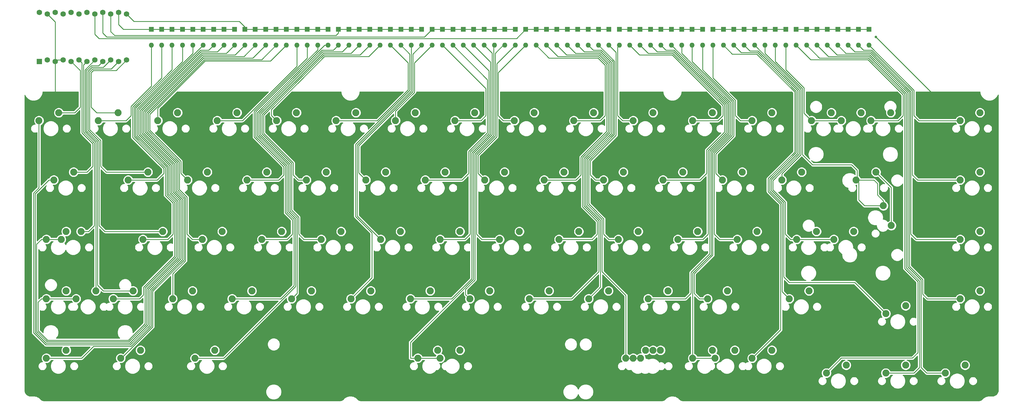
<source format=gbr>
%TF.GenerationSoftware,KiCad,Pcbnew,(5.1.7)-1*%
%TF.CreationDate,2021-02-21T21:30:35+01:00*%
%TF.ProjectId,kbic65,6b626963-3635-42e6-9b69-6361645f7063,rev?*%
%TF.SameCoordinates,Original*%
%TF.FileFunction,Copper,L2,Bot*%
%TF.FilePolarity,Positive*%
%FSLAX46Y46*%
G04 Gerber Fmt 4.6, Leading zero omitted, Abs format (unit mm)*
G04 Created by KiCad (PCBNEW (5.1.7)-1) date 2021-02-21 21:30:35*
%MOMM*%
%LPD*%
G01*
G04 APERTURE LIST*
%TA.AperFunction,ComponentPad*%
%ADD10O,1.600000X1.600000*%
%TD*%
%TA.AperFunction,ComponentPad*%
%ADD11R,1.600000X1.600000*%
%TD*%
%TA.AperFunction,ComponentPad*%
%ADD12C,2.250000*%
%TD*%
%TA.AperFunction,ComponentPad*%
%ADD13C,1.752600*%
%TD*%
%TA.AperFunction,ComponentPad*%
%ADD14R,1.752600X1.752600*%
%TD*%
%TA.AperFunction,ViaPad*%
%ADD15C,0.800000*%
%TD*%
%TA.AperFunction,Conductor*%
%ADD16C,0.250000*%
%TD*%
%TA.AperFunction,Conductor*%
%ADD17C,0.254000*%
%TD*%
%TA.AperFunction,Conductor*%
%ADD18C,0.100000*%
%TD*%
G04 APERTURE END LIST*
D10*
%TO.P,D_@1,2*%
%TO.N,Net-(D_@1-Pad2)*%
X261136044Y-52645000D03*
D11*
%TO.P,D_@1,1*%
%TO.N,COL5*%
X261136044Y-47565000D03*
%TD*%
D12*
%TO.P,MX_Esc1,2*%
%TO.N,ROW1*%
X58102500Y-74295000D03*
%TO.P,MX_Esc1,1*%
%TO.N,Net-(D_Esc1-Pad2)*%
X51752500Y-76835000D03*
%TD*%
%TO.P,MX_1,1*%
%TO.N,Net-(D_1-Pad2)*%
X70802500Y-76835000D03*
%TO.P,MX_1,2*%
%TO.N,ROW0*%
X77152500Y-74295000D03*
%TD*%
D10*
%TO.P,D_ISO_BKSLSH1,2*%
%TO.N,Net-(D_ISO_BKSLSH1-Pad2)*%
X97753041Y-52645000D03*
D11*
%TO.P,D_ISO_BKSLSH1,1*%
%TO.N,COL0*%
X97753041Y-47565000D03*
%TD*%
D12*
%TO.P,MX_BkSp3_2u1,2*%
%TO.N,ROW0*%
X315277500Y-74295000D03*
%TO.P,MX_BkSp3_2u1,1*%
%TO.N,Net-(D_BkSp1-Pad2)*%
X308927500Y-76835000D03*
%TD*%
%TO.P,MX_BkSp2,2*%
%TO.N,ROW1*%
X324802500Y-74295000D03*
%TO.P,MX_BkSp2,1*%
%TO.N,Net-(D_BkSp2-Pad2)*%
X318452500Y-76835000D03*
%TD*%
%TO.P,MX_5,1*%
%TO.N,Net-(D_5-Pad2)*%
X147002500Y-76835000D03*
%TO.P,MX_5,2*%
%TO.N,ROW0*%
X153352500Y-74295000D03*
%TD*%
%TO.P,MX_6,1*%
%TO.N,Net-(D_6-Pad2)*%
X166052500Y-76835000D03*
%TO.P,MX_6,2*%
%TO.N,ROW1*%
X172402500Y-74295000D03*
%TD*%
%TO.P,MX_Space2_6u1,2*%
%TO.N,ROW8*%
X186690000Y-150495000D03*
%TO.P,MX_Space2_6u1,1*%
%TO.N,Net-(D_Space1-Pad2)*%
X180340000Y-153035000D03*
%TD*%
%TO.P,MX_Right1,2*%
%TO.N,ROW6*%
X348615000Y-155257500D03*
%TO.P,MX_Right1,1*%
%TO.N,Net-(D_Right1-Pad2)*%
X342265000Y-157797500D03*
%TD*%
%TO.P,MX_RBKT1,2*%
%TO.N,ROW3*%
X296227500Y-93345000D03*
%TO.P,MX_RBKT1,1*%
%TO.N,Net-(D_RBKT1-Pad2)*%
X289877500Y-95885000D03*
%TD*%
%TO.P,MX_D1,2*%
%TO.N,ROW4*%
X129540000Y-112395000D03*
%TO.P,MX_D1,1*%
%TO.N,Net-(D_D1-Pad2)*%
X123190000Y-114935000D03*
%TD*%
%TO.P,MX_Q1,2*%
%TO.N,ROW2*%
X86677500Y-93345000D03*
%TO.P,MX_Q1,1*%
%TO.N,Net-(D_Q1-Pad2)*%
X80327500Y-95885000D03*
%TD*%
%TO.P,MX_2,1*%
%TO.N,Net-(D_2-Pad2)*%
X89852500Y-76835000D03*
%TO.P,MX_2,2*%
%TO.N,ROW1*%
X96202500Y-74295000D03*
%TD*%
%TO.P,MX_V1,2*%
%TO.N,ROW6*%
X158115000Y-131445000D03*
%TO.P,MX_V1,1*%
%TO.N,Net-(D_V1-Pad2)*%
X151765000Y-133985000D03*
%TD*%
%TO.P,MX_Space1_6.25u1,2*%
%TO.N,ROW8*%
X179546250Y-150495000D03*
%TO.P,MX_Space1_6.25u1,1*%
%TO.N,Net-(D_Space1-Pad2)*%
X173196250Y-153035000D03*
%TD*%
%TO.P,MX_RWin2_1.25u_RCtrl1,2*%
%TO.N,ROW8*%
X274796250Y-150495000D03*
%TO.P,MX_RWin2_1.25u_RCtrl1,1*%
%TO.N,Net-(D_RWin1-Pad2)*%
X268446250Y-153035000D03*
%TD*%
%TO.P,MX_RAlt3_1.25u_6.25u_space1,2*%
%TO.N,ROW8*%
X250983750Y-150495000D03*
%TO.P,MX_RAlt3_1.25u_6.25u_space1,1*%
%TO.N,Net-(D_RAlt1-Pad2)*%
X244633750Y-153035000D03*
%TD*%
%TO.P,MX_RAlt2_1.25u_6u_space1,2*%
%TO.N,ROW8*%
X246221250Y-150495000D03*
%TO.P,MX_RAlt2_1.25u_6u_space1,1*%
%TO.N,Net-(D_RAlt1-Pad2)*%
X239871250Y-153035000D03*
%TD*%
%TO.P,MX_RAlt1_1u1,2*%
%TO.N,ROW8*%
X248602500Y-150495000D03*
%TO.P,MX_RAlt1_1u1,1*%
%TO.N,Net-(D_RAlt1-Pad2)*%
X242252500Y-153035000D03*
%TD*%
%TO.P,MX_LShift_ISO1,2*%
%TO.N,ROW7*%
X60483750Y-131445000D03*
%TO.P,MX_LShift_ISO1,1*%
%TO.N,Net-(D_LShift1-Pad2)*%
X54133750Y-133985000D03*
%TD*%
%TO.P,MX_LShift_ANSI1,2*%
%TO.N,ROW7*%
X70008750Y-131445000D03*
%TO.P,MX_LShift_ANSI1,1*%
%TO.N,Net-(D_LShift1-Pad2)*%
X63658750Y-133985000D03*
%TD*%
%TO.P,MX_Enter2_ISO_Hash1,2*%
%TO.N,ROW5*%
X300990000Y-112395000D03*
%TO.P,MX_Enter2_ISO_Hash1,1*%
%TO.N,Net-(D_Enter1-Pad2)*%
X294640000Y-114935000D03*
%TD*%
%TO.P,MX_CpsLck2_Stepped1,2*%
%TO.N,ROW5*%
X60483750Y-112395000D03*
%TO.P,MX_CpsLck2_Stepped1,1*%
%TO.N,Net-(D_CpsLck1-Pad2)*%
X54133750Y-114935000D03*
%TD*%
%TO.P,MX_BkSlash2_ISO_Enter1,1*%
%TO.N,Net-(D_BKSLSH1-Pad2)*%
X322421250Y-104140000D03*
%TO.P,MX_BkSlash2_ISO_Enter1,2*%
%TO.N,ROW2*%
X324961250Y-110490000D03*
%TD*%
%TO.P,MX_Enter1,2*%
%TO.N,ROW5*%
X312896250Y-112395000D03*
%TO.P,MX_Enter1,1*%
%TO.N,Net-(D_Enter1-Pad2)*%
X306546250Y-114935000D03*
%TD*%
%TO.P,MX_BkSlsh1,2*%
%TO.N,ROW2*%
X320040000Y-93345000D03*
%TO.P,MX_BkSlsh1,1*%
%TO.N,Net-(D_BKSLSH1-Pad2)*%
X313690000Y-95885000D03*
%TD*%
%TO.P,MX_RShift1,2*%
%TO.N,ROW7*%
X298608750Y-131445000D03*
%TO.P,MX_RShift1,1*%
%TO.N,Net-(D_RShift1-Pad2)*%
X292258750Y-133985000D03*
%TD*%
%TO.P,MX_LAlt1,2*%
%TO.N,ROW8*%
X108108750Y-150495000D03*
%TO.P,MX_LAlt1,1*%
%TO.N,Net-(D_LAlt1-Pad2)*%
X101758750Y-153035000D03*
%TD*%
%TO.P,MX_LWin1,2*%
%TO.N,ROW8*%
X84296250Y-150495000D03*
%TO.P,MX_LWin1,1*%
%TO.N,Net-(D_LWin1-Pad2)*%
X77946250Y-153035000D03*
%TD*%
%TO.P,MX_LCtrl1,2*%
%TO.N,ROW8*%
X60483750Y-150495000D03*
%TO.P,MX_LCtrl1,1*%
%TO.N,Net-(D_LCtrl1-Pad2)*%
X54133750Y-153035000D03*
%TD*%
%TO.P,MX_CpsLck1,2*%
%TO.N,ROW5*%
X65246250Y-112395000D03*
%TO.P,MX_CpsLck1,1*%
%TO.N,Net-(D_CpsLck1-Pad2)*%
X58896250Y-114935000D03*
%TD*%
%TO.P,MX_Tab1,2*%
%TO.N,ROW3*%
X62865000Y-93345000D03*
%TO.P,MX_Tab1,1*%
%TO.N,Net-(D_Tab1-Pad2)*%
X56515000Y-95885000D03*
%TD*%
%TO.P,MX_Z1,2*%
%TO.N,ROW7*%
X100965000Y-131445000D03*
%TO.P,MX_Z1,1*%
%TO.N,Net-(D_Z1-Pad2)*%
X94615000Y-133985000D03*
%TD*%
%TO.P,MX_Y1,2*%
%TO.N,ROW3*%
X181927500Y-93345000D03*
%TO.P,MX_Y1,1*%
%TO.N,Net-(D_Y1-Pad2)*%
X175577500Y-95885000D03*
%TD*%
%TO.P,MX_X1,2*%
%TO.N,ROW6*%
X120015000Y-131445000D03*
%TO.P,MX_X1,1*%
%TO.N,Net-(D_X1-Pad2)*%
X113665000Y-133985000D03*
%TD*%
%TO.P,MX_W1,2*%
%TO.N,ROW3*%
X105727500Y-93345000D03*
%TO.P,MX_W1,1*%
%TO.N,Net-(D_W1-Pad2)*%
X99377500Y-95885000D03*
%TD*%
%TO.P,MX_Up1,2*%
%TO.N,ROW6*%
X329565000Y-136207500D03*
%TO.P,MX_Up1,1*%
%TO.N,Net-(D_Up1-Pad2)*%
X323215000Y-138747500D03*
%TD*%
%TO.P,MX_U1,2*%
%TO.N,ROW2*%
X200977500Y-93345000D03*
%TO.P,MX_U1,1*%
%TO.N,Net-(D_U1-Pad2)*%
X194627500Y-95885000D03*
%TD*%
%TO.P,MX_Tilde1,2*%
%TO.N,ROW0*%
X353377500Y-74295000D03*
%TO.P,MX_Tilde1,1*%
%TO.N,Net-(D_Tilde1-Pad2)*%
X347027500Y-76835000D03*
%TD*%
%TO.P,MX_T1,2*%
%TO.N,ROW2*%
X162877500Y-93345000D03*
%TO.P,MX_T1,1*%
%TO.N,Net-(D_T1-Pad2)*%
X156527500Y-95885000D03*
%TD*%
%TO.P,MX_SemiCol1,2*%
%TO.N,ROW5*%
X262890000Y-112395000D03*
%TO.P,MX_SemiCol1,1*%
%TO.N,Net-(D_SemiCol1-Pad2)*%
X256540000Y-114935000D03*
%TD*%
%TO.P,MX_S1,2*%
%TO.N,ROW5*%
X110490000Y-112395000D03*
%TO.P,MX_S1,1*%
%TO.N,Net-(D_S1-Pad2)*%
X104140000Y-114935000D03*
%TD*%
%TO.P,MX_RWin1,2*%
%TO.N,ROW8*%
X267652500Y-150495000D03*
%TO.P,MX_RWin1,1*%
%TO.N,Net-(D_RWin1-Pad2)*%
X261302500Y-153035000D03*
%TD*%
%TO.P,MX_RCtrl1,2*%
%TO.N,ROW8*%
X286702500Y-150495000D03*
%TO.P,MX_RCtrl1,1*%
%TO.N,Net-(D_RCtrl1-Pad2)*%
X280352500Y-153035000D03*
%TD*%
%TO.P,MX_R1,2*%
%TO.N,ROW3*%
X143827500Y-93345000D03*
%TO.P,MX_R1,1*%
%TO.N,Net-(D_R1-Pad2)*%
X137477500Y-95885000D03*
%TD*%
%TO.P,MX_PgUp1,2*%
%TO.N,ROW4*%
X353377500Y-112395000D03*
%TO.P,MX_PgUp1,1*%
%TO.N,Net-(D_PgUp1-Pad2)*%
X347027500Y-114935000D03*
%TD*%
%TO.P,MX_PgDn1,2*%
%TO.N,ROW5*%
X353377500Y-131445000D03*
%TO.P,MX_PgDn1,1*%
%TO.N,Net-(D_PgDn1-Pad2)*%
X347027500Y-133985000D03*
%TD*%
%TO.P,MX_P1,2*%
%TO.N,ROW3*%
X258127500Y-93345000D03*
%TO.P,MX_P1,1*%
%TO.N,Net-(D_P1-Pad2)*%
X251777500Y-95885000D03*
%TD*%
%TO.P,MX_O1,2*%
%TO.N,ROW2*%
X239077500Y-93345000D03*
%TO.P,MX_O1,1*%
%TO.N,Net-(D_O1-Pad2)*%
X232727500Y-95885000D03*
%TD*%
%TO.P,MX_N1,2*%
%TO.N,ROW6*%
X196215000Y-131445000D03*
%TO.P,MX_N1,1*%
%TO.N,Net-(D_N1-Pad2)*%
X189865000Y-133985000D03*
%TD*%
%TO.P,MX_M1,2*%
%TO.N,ROW7*%
X215265000Y-131445000D03*
%TO.P,MX_M1,1*%
%TO.N,Net-(D_M1-Pad2)*%
X208915000Y-133985000D03*
%TD*%
%TO.P,MX_Left1,2*%
%TO.N,ROW8*%
X310515000Y-155257500D03*
%TO.P,MX_Left1,1*%
%TO.N,Net-(D_Left1-Pad2)*%
X304165000Y-157797500D03*
%TD*%
%TO.P,MX_LBKT1,2*%
%TO.N,ROW2*%
X277177500Y-93345000D03*
%TO.P,MX_LBKT1,1*%
%TO.N,Net-(D_LBKT1-Pad2)*%
X270827500Y-95885000D03*
%TD*%
%TO.P,MX_L1,2*%
%TO.N,ROW4*%
X243840000Y-112395000D03*
%TO.P,MX_L1,1*%
%TO.N,Net-(D_L1-Pad2)*%
X237490000Y-114935000D03*
%TD*%
%TO.P,MX_K1,2*%
%TO.N,ROW5*%
X224790000Y-112395000D03*
%TO.P,MX_K1,1*%
%TO.N,Net-(D_K1-Pad2)*%
X218440000Y-114935000D03*
%TD*%
%TO.P,MX_J1,2*%
%TO.N,ROW4*%
X205740000Y-112395000D03*
%TO.P,MX_J1,1*%
%TO.N,Net-(D_J1-Pad2)*%
X199390000Y-114935000D03*
%TD*%
%TO.P,MX_ISO_BKSLSH1,2*%
%TO.N,ROW6*%
X81915000Y-131445000D03*
%TO.P,MX_ISO_BKSLSH1,1*%
%TO.N,Net-(D_ISO_BKSLSH1-Pad2)*%
X75565000Y-133985000D03*
%TD*%
%TO.P,MX_I1,2*%
%TO.N,ROW3*%
X220027500Y-93345000D03*
%TO.P,MX_I1,1*%
%TO.N,Net-(D_I1-Pad2)*%
X213677500Y-95885000D03*
%TD*%
%TO.P,MX_Hyphen1,1*%
%TO.N,Net-(D_Hyphen1-Pad2)*%
X261302500Y-76835000D03*
%TO.P,MX_Hyphen1,2*%
%TO.N,ROW0*%
X267652500Y-74295000D03*
%TD*%
%TO.P,MX_H1,2*%
%TO.N,ROW5*%
X186690000Y-112395000D03*
%TO.P,MX_H1,1*%
%TO.N,Net-(D_H1-Pad2)*%
X180340000Y-114935000D03*
%TD*%
%TO.P,MX_G1,2*%
%TO.N,ROW4*%
X167640000Y-112395000D03*
%TO.P,MX_G1,1*%
%TO.N,Net-(D_G1-Pad2)*%
X161290000Y-114935000D03*
%TD*%
%TO.P,MX_FwdSlsh1,2*%
%TO.N,ROW6*%
X272415000Y-131445000D03*
%TO.P,MX_FwdSlsh1,1*%
%TO.N,Net-(D_FwdSlsh1-Pad2)*%
X266065000Y-133985000D03*
%TD*%
%TO.P,MX_F1,2*%
%TO.N,ROW5*%
X148590000Y-112395000D03*
%TO.P,MX_F1,1*%
%TO.N,Net-(D_F1-Pad2)*%
X142240000Y-114935000D03*
%TD*%
%TO.P,MX_Equal1,1*%
%TO.N,Net-(D_Equal1-Pad2)*%
X280352500Y-76835000D03*
%TO.P,MX_Equal1,2*%
%TO.N,ROW1*%
X286702500Y-74295000D03*
%TD*%
%TO.P,MX_E1,2*%
%TO.N,ROW2*%
X124777500Y-93345000D03*
%TO.P,MX_E1,1*%
%TO.N,Net-(D_E1-Pad2)*%
X118427500Y-95885000D03*
%TD*%
%TO.P,MX_Down1,2*%
%TO.N,ROW7*%
X329565000Y-155257500D03*
%TO.P,MX_Down1,1*%
%TO.N,Net-(D_Down1-Pad2)*%
X323215000Y-157797500D03*
%TD*%
%TO.P,MX_Dot1,2*%
%TO.N,ROW7*%
X253365000Y-131445000D03*
%TO.P,MX_Dot1,1*%
%TO.N,Net-(D_Dot1-Pad2)*%
X247015000Y-133985000D03*
%TD*%
%TO.P,MX_Del1,2*%
%TO.N,ROW3*%
X353377500Y-93345000D03*
%TO.P,MX_Del1,1*%
%TO.N,Net-(D_Del1-Pad2)*%
X347027500Y-95885000D03*
%TD*%
%TO.P,MX_Comma1,2*%
%TO.N,ROW6*%
X234315000Y-131445000D03*
%TO.P,MX_Comma1,1*%
%TO.N,Net-(D_Comma1-Pad2)*%
X227965000Y-133985000D03*
%TD*%
%TO.P,MX_C1,2*%
%TO.N,ROW7*%
X139065000Y-131445000D03*
%TO.P,MX_C1,1*%
%TO.N,Net-(D_C1-Pad2)*%
X132715000Y-133985000D03*
%TD*%
%TO.P,MX_BkSp1,1*%
%TO.N,Net-(D_BkSp1-Pad2)*%
X299402500Y-76835000D03*
%TO.P,MX_BkSp1,2*%
%TO.N,ROW0*%
X305752500Y-74295000D03*
%TD*%
%TO.P,MX_B1,2*%
%TO.N,ROW7*%
X177165000Y-131445000D03*
%TO.P,MX_B1,1*%
%TO.N,Net-(D_B1-Pad2)*%
X170815000Y-133985000D03*
%TD*%
%TO.P,MX_A1,2*%
%TO.N,ROW4*%
X91440000Y-112395000D03*
%TO.P,MX_A1,1*%
%TO.N,Net-(D_A1-Pad2)*%
X85090000Y-114935000D03*
%TD*%
%TO.P,MX_@1,2*%
%TO.N,ROW4*%
X281940000Y-112395000D03*
%TO.P,MX_@1,1*%
%TO.N,Net-(D_@1-Pad2)*%
X275590000Y-114935000D03*
%TD*%
%TO.P,MX_9,1*%
%TO.N,Net-(D_9-Pad2)*%
X223202500Y-76835000D03*
%TO.P,MX_9,2*%
%TO.N,ROW0*%
X229552500Y-74295000D03*
%TD*%
%TO.P,MX_8,1*%
%TO.N,Net-(D_8-Pad2)*%
X204152500Y-76835000D03*
%TO.P,MX_8,2*%
%TO.N,ROW1*%
X210502500Y-74295000D03*
%TD*%
%TO.P,MX_7,1*%
%TO.N,Net-(D_7-Pad2)*%
X185102500Y-76835000D03*
%TO.P,MX_7,2*%
%TO.N,ROW0*%
X191452500Y-74295000D03*
%TD*%
%TO.P,MX_4,1*%
%TO.N,Net-(D_4-Pad2)*%
X127952500Y-76835000D03*
%TO.P,MX_4,2*%
%TO.N,ROW1*%
X134302500Y-74295000D03*
%TD*%
%TO.P,MX_3,1*%
%TO.N,Net-(D_3-Pad2)*%
X108902500Y-76835000D03*
%TO.P,MX_3,2*%
%TO.N,ROW0*%
X115252500Y-74295000D03*
%TD*%
%TO.P,MX_0,1*%
%TO.N,Net-(D_0-Pad2)*%
X242252500Y-76835000D03*
%TO.P,MX_0,2*%
%TO.N,ROW1*%
X248602500Y-74295000D03*
%TD*%
D13*
%TO.P,U1,24*%
%TO.N,Net-(U1-Pad24)*%
X51911250Y-42157650D03*
%TO.P,U1,12*%
%TO.N,ROW0*%
X79851250Y-57397650D03*
%TO.P,U1,23*%
%TO.N,GND*%
X54451250Y-42614850D03*
%TO.P,U1,22*%
%TO.N,Net-(U1-Pad22)*%
X56991250Y-42157650D03*
%TO.P,U1,21*%
%TO.N,Net-(U1-Pad21)*%
X59531250Y-42614850D03*
%TO.P,U1,20*%
%TO.N,COL7*%
X62071250Y-42157650D03*
%TO.P,U1,19*%
%TO.N,COL6*%
X64611250Y-42614850D03*
%TO.P,U1,18*%
%TO.N,COL5*%
X67151250Y-42157650D03*
%TO.P,U1,17*%
%TO.N,COL4*%
X69691250Y-42614850D03*
%TO.P,U1,16*%
%TO.N,COL3*%
X72231250Y-42157650D03*
%TO.P,U1,15*%
%TO.N,COL2*%
X74771250Y-42614850D03*
%TO.P,U1,14*%
%TO.N,COL0*%
X77311250Y-42157650D03*
%TO.P,U1,13*%
%TO.N,COL1*%
X79851250Y-42614850D03*
%TO.P,U1,11*%
%TO.N,ROW2*%
X77311250Y-57854850D03*
%TO.P,U1,10*%
%TO.N,ROW4*%
X74771250Y-57397650D03*
%TO.P,U1,9*%
%TO.N,ROW6*%
X72231250Y-57854850D03*
%TO.P,U1,8*%
%TO.N,ROW7*%
X69691250Y-57397650D03*
%TO.P,U1,7*%
%TO.N,ROW5*%
X67151250Y-57854850D03*
%TO.P,U1,6*%
%TO.N,ROW3*%
X64611250Y-57397650D03*
%TO.P,U1,5*%
%TO.N,ROW1*%
X62071250Y-57854850D03*
%TO.P,U1,4*%
%TO.N,GND*%
X59531250Y-57397650D03*
%TO.P,U1,3*%
X56991250Y-57854850D03*
%TO.P,U1,2*%
%TO.N,ROW8*%
X54451250Y-57397650D03*
D14*
%TO.P,U1,1*%
%TO.N,Net-(U1-Pad1)*%
X51911250Y-57854850D03*
%TD*%
D10*
%TO.P,D_Z1,2*%
%TO.N,Net-(D_Z1-Pad2)*%
X121093470Y-52645000D03*
D11*
%TO.P,D_Z1,1*%
%TO.N,COL1*%
X121093470Y-47565000D03*
%TD*%
D10*
%TO.P,D_Y1,2*%
%TO.N,Net-(D_Y1-Pad2)*%
X184446063Y-52645000D03*
D11*
%TO.P,D_Y1,1*%
%TO.N,COL3*%
X184446063Y-47565000D03*
%TD*%
D10*
%TO.P,D_X1,2*%
%TO.N,Net-(D_X1-Pad2)*%
X144433899Y-52645000D03*
D11*
%TO.P,D_X1,1*%
%TO.N,COL1*%
X144433899Y-47565000D03*
%TD*%
D10*
%TO.P,D_W1,2*%
%TO.N,Net-(D_W1-Pad2)*%
X127762164Y-52645000D03*
D11*
%TO.P,D_W1,1*%
%TO.N,COL1*%
X127762164Y-47565000D03*
%TD*%
D10*
%TO.P,D_V1,2*%
%TO.N,Net-(D_V1-Pad2)*%
X167774328Y-52645000D03*
D11*
%TO.P,D_V1,1*%
%TO.N,COL2*%
X167774328Y-47565000D03*
%TD*%
D10*
%TO.P,D_Up1,2*%
%TO.N,Net-(D_Up1-Pad2)*%
X277807779Y-52645000D03*
D11*
%TO.P,D_Up1,1*%
%TO.N,COL6*%
X277807779Y-47565000D03*
%TD*%
D10*
%TO.P,D_U1,2*%
%TO.N,Net-(D_U1-Pad2)*%
X204452145Y-52645000D03*
D11*
%TO.P,D_U1,1*%
%TO.N,COL3*%
X204452145Y-47565000D03*
%TD*%
D10*
%TO.P,D_Tilde1,2*%
%TO.N,Net-(D_Tilde1-Pad2)*%
X317820000Y-52645000D03*
D11*
%TO.P,D_Tilde1,1*%
%TO.N,COL7*%
X317820000Y-47565000D03*
%TD*%
D10*
%TO.P,D_Tab1,2*%
%TO.N,Net-(D_Tab1-Pad2)*%
X107756082Y-52645000D03*
D11*
%TO.P,D_Tab1,1*%
%TO.N,COL0*%
X107756082Y-47565000D03*
%TD*%
D10*
%TO.P,D_T1,2*%
%TO.N,Net-(D_T1-Pad2)*%
X174443022Y-52645000D03*
D11*
%TO.P,D_T1,1*%
%TO.N,COL2*%
X174443022Y-47565000D03*
%TD*%
D10*
%TO.P,D_Space1,2*%
%TO.N,Net-(D_Space1-Pad2)*%
X194449104Y-52645000D03*
D11*
%TO.P,D_Space1,1*%
%TO.N,COL3*%
X194449104Y-47565000D03*
%TD*%
D10*
%TO.P,D_SemiCol1,2*%
%TO.N,Net-(D_SemiCol1-Pad2)*%
X247798656Y-52645000D03*
D11*
%TO.P,D_SemiCol1,1*%
%TO.N,COL5*%
X247798656Y-47565000D03*
%TD*%
D10*
%TO.P,D_S1,2*%
%TO.N,Net-(D_S1-Pad2)*%
X124427817Y-52645000D03*
D11*
%TO.P,D_S1,1*%
%TO.N,COL1*%
X124427817Y-47565000D03*
%TD*%
D10*
%TO.P,D_RWin1,2*%
%TO.N,Net-(D_RWin1-Pad2)*%
X254467350Y-52645000D03*
D11*
%TO.P,D_RWin1,1*%
%TO.N,COL5*%
X254467350Y-47565000D03*
%TD*%
D10*
%TO.P,D_RShift1,2*%
%TO.N,Net-(D_RShift1-Pad2)*%
X274473432Y-52645000D03*
D11*
%TO.P,D_RShift1,1*%
%TO.N,COL6*%
X274473432Y-47565000D03*
%TD*%
D10*
%TO.P,D_Right1,2*%
%TO.N,Net-(D_Right1-Pad2)*%
X304482555Y-52645000D03*
D11*
%TO.P,D_Right1,1*%
%TO.N,COL7*%
X304482555Y-47565000D03*
%TD*%
D10*
%TO.P,D_RCtrl1,2*%
%TO.N,Net-(D_RCtrl1-Pad2)*%
X271139085Y-52645000D03*
D11*
%TO.P,D_RCtrl1,1*%
%TO.N,COL6*%
X271139085Y-47565000D03*
%TD*%
D10*
%TO.P,D_RBKT1,2*%
%TO.N,Net-(D_RBKT1-Pad2)*%
X284476473Y-52645000D03*
D11*
%TO.P,D_RBKT1,1*%
%TO.N,COL6*%
X284476473Y-47565000D03*
%TD*%
D10*
%TO.P,D_RAlt1,2*%
%TO.N,Net-(D_RAlt1-Pad2)*%
X227792574Y-52645000D03*
D11*
%TO.P,D_RAlt1,1*%
%TO.N,COL4*%
X227792574Y-47565000D03*
%TD*%
D10*
%TO.P,D_R1,2*%
%TO.N,Net-(D_R1-Pad2)*%
X157771287Y-52645000D03*
D11*
%TO.P,D_R1,1*%
%TO.N,COL2*%
X157771287Y-47565000D03*
%TD*%
D10*
%TO.P,D_Q1,2*%
%TO.N,Net-(D_Q1-Pad2)*%
X91084347Y-52645000D03*
D11*
%TO.P,D_Q1,1*%
%TO.N,COL0*%
X91084347Y-47565000D03*
%TD*%
D10*
%TO.P,D_PgUp1,2*%
%TO.N,Net-(D_PgUp1-Pad2)*%
X311151249Y-52645000D03*
D11*
%TO.P,D_PgUp1,1*%
%TO.N,COL7*%
X311151249Y-47565000D03*
%TD*%
D10*
%TO.P,D_PgDn1,2*%
%TO.N,Net-(D_PgDn1-Pad2)*%
X307816902Y-52645000D03*
D11*
%TO.P,D_PgDn1,1*%
%TO.N,COL7*%
X307816902Y-47565000D03*
%TD*%
D10*
%TO.P,D_P1,2*%
%TO.N,Net-(D_P1-Pad2)*%
X244464309Y-52645000D03*
D11*
%TO.P,D_P1,1*%
%TO.N,COL5*%
X244464309Y-47565000D03*
%TD*%
D10*
%TO.P,D_O1,2*%
%TO.N,Net-(D_O1-Pad2)*%
X234461268Y-52645000D03*
D11*
%TO.P,D_O1,1*%
%TO.N,COL4*%
X234461268Y-47565000D03*
%TD*%
D10*
%TO.P,D_N1,2*%
%TO.N,Net-(D_N1-Pad2)*%
X197783451Y-52645000D03*
D11*
%TO.P,D_N1,1*%
%TO.N,COL3*%
X197783451Y-47565000D03*
%TD*%
D10*
%TO.P,D_M1,2*%
%TO.N,Net-(D_M1-Pad2)*%
X221123880Y-52645000D03*
D11*
%TO.P,D_M1,1*%
%TO.N,COL4*%
X221123880Y-47565000D03*
%TD*%
D10*
%TO.P,D_LWin1,2*%
%TO.N,Net-(D_LWin1-Pad2)*%
X117759123Y-52645000D03*
D11*
%TO.P,D_LWin1,1*%
%TO.N,COL1*%
X117759123Y-47565000D03*
%TD*%
D10*
%TO.P,D_LShift1,2*%
%TO.N,Net-(D_LShift1-Pad2)*%
X101087388Y-52645000D03*
D11*
%TO.P,D_LShift1,1*%
%TO.N,COL0*%
X101087388Y-47565000D03*
%TD*%
D10*
%TO.P,D_Left1,2*%
%TO.N,Net-(D_Left1-Pad2)*%
X297813861Y-52645000D03*
D11*
%TO.P,D_Left1,1*%
%TO.N,COL7*%
X297813861Y-47565000D03*
%TD*%
D10*
%TO.P,D_LCtrl1,2*%
%TO.N,Net-(D_LCtrl1-Pad2)*%
X114424776Y-52645000D03*
D11*
%TO.P,D_LCtrl1,1*%
%TO.N,COL0*%
X114424776Y-47565000D03*
%TD*%
D10*
%TO.P,D_LBKT1,2*%
%TO.N,Net-(D_LBKT1-Pad2)*%
X264470391Y-52645000D03*
D11*
%TO.P,D_LBKT1,1*%
%TO.N,COL5*%
X264470391Y-47565000D03*
%TD*%
D10*
%TO.P,D_LAlt1,2*%
%TO.N,Net-(D_LAlt1-Pad2)*%
X147768246Y-52645000D03*
D11*
%TO.P,D_LAlt1,1*%
%TO.N,COL2*%
X147768246Y-47565000D03*
%TD*%
D10*
%TO.P,D_L1,2*%
%TO.N,Net-(D_L1-Pad2)*%
X231126921Y-52645000D03*
D11*
%TO.P,D_L1,1*%
%TO.N,COL4*%
X231126921Y-47565000D03*
%TD*%
D10*
%TO.P,D_K1,2*%
%TO.N,Net-(D_K1-Pad2)*%
X217789533Y-52645000D03*
D11*
%TO.P,D_K1,1*%
%TO.N,COL4*%
X217789533Y-47565000D03*
%TD*%
D10*
%TO.P,D_J1,2*%
%TO.N,Net-(D_J1-Pad2)*%
X201117798Y-52645000D03*
D11*
%TO.P,D_J1,1*%
%TO.N,COL3*%
X201117798Y-47565000D03*
%TD*%
D10*
%TO.P,D_I1,2*%
%TO.N,Net-(D_I1-Pad2)*%
X214455186Y-52645000D03*
D11*
%TO.P,D_I1,1*%
%TO.N,COL4*%
X214455186Y-47565000D03*
%TD*%
D10*
%TO.P,D_Hyphen1,2*%
%TO.N,Net-(D_Hyphen1-Pad2)*%
X241129962Y-52645000D03*
D11*
%TO.P,D_Hyphen1,1*%
%TO.N,COL5*%
X241129962Y-47565000D03*
%TD*%
D10*
%TO.P,D_H1,2*%
%TO.N,Net-(D_H1-Pad2)*%
X187780410Y-52645000D03*
D11*
%TO.P,D_H1,1*%
%TO.N,COL3*%
X187780410Y-47565000D03*
%TD*%
D10*
%TO.P,D_G1,2*%
%TO.N,Net-(D_G1-Pad2)*%
X171108675Y-52645000D03*
D11*
%TO.P,D_G1,1*%
%TO.N,COL2*%
X171108675Y-47565000D03*
%TD*%
D10*
%TO.P,D_FwdSlsh1,2*%
%TO.N,Net-(D_FwdSlsh1-Pad2)*%
X257801697Y-52645000D03*
D11*
%TO.P,D_FwdSlsh1,1*%
%TO.N,COL5*%
X257801697Y-47565000D03*
%TD*%
D10*
%TO.P,D_F1,2*%
%TO.N,Net-(D_F1-Pad2)*%
X154436940Y-52645000D03*
D11*
%TO.P,D_F1,1*%
%TO.N,COL2*%
X154436940Y-47565000D03*
%TD*%
D10*
%TO.P,D_Esc1,2*%
%TO.N,Net-(D_Esc1-Pad2)*%
X111090429Y-52645000D03*
D11*
%TO.P,D_Esc1,1*%
%TO.N,COL0*%
X111090429Y-47565000D03*
%TD*%
D10*
%TO.P,D_Equal1,2*%
%TO.N,Net-(D_Equal1-Pad2)*%
X267804738Y-52645000D03*
D11*
%TO.P,D_Equal1,1*%
%TO.N,COL6*%
X267804738Y-47565000D03*
%TD*%
D10*
%TO.P,D_Enter1,2*%
%TO.N,Net-(D_Enter1-Pad2)*%
X281142126Y-52645000D03*
D11*
%TO.P,D_Enter1,1*%
%TO.N,COL6*%
X281142126Y-47565000D03*
%TD*%
D10*
%TO.P,D_E1,2*%
%TO.N,Net-(D_E1-Pad2)*%
X137765205Y-52645000D03*
D11*
%TO.P,D_E1,1*%
%TO.N,COL1*%
X137765205Y-47565000D03*
%TD*%
D10*
%TO.P,D_Down1,2*%
%TO.N,Net-(D_Down1-Pad2)*%
X301148208Y-52645000D03*
D11*
%TO.P,D_Down1,1*%
%TO.N,COL7*%
X301148208Y-47565000D03*
%TD*%
D10*
%TO.P,D_Dot1,2*%
%TO.N,Net-(D_Dot1-Pad2)*%
X251133003Y-52645000D03*
D11*
%TO.P,D_Dot1,1*%
%TO.N,COL5*%
X251133003Y-47565000D03*
%TD*%
D10*
%TO.P,D_Del1,2*%
%TO.N,Net-(D_Del1-Pad2)*%
X314485596Y-52645000D03*
D11*
%TO.P,D_Del1,1*%
%TO.N,COL7*%
X314485596Y-47565000D03*
%TD*%
D10*
%TO.P,D_D1,2*%
%TO.N,Net-(D_D1-Pad2)*%
X141099552Y-52645000D03*
D11*
%TO.P,D_D1,1*%
%TO.N,COL1*%
X141099552Y-47565000D03*
%TD*%
D10*
%TO.P,D_CpsLck1,2*%
%TO.N,Net-(D_CpsLck1-Pad2)*%
X104421735Y-52645000D03*
D11*
%TO.P,D_CpsLck1,1*%
%TO.N,COL0*%
X104421735Y-47565000D03*
%TD*%
D10*
%TO.P,D_Comma1,2*%
%TO.N,Net-(D_Comma1-Pad2)*%
X224458227Y-52645000D03*
D11*
%TO.P,D_Comma1,1*%
%TO.N,COL4*%
X224458227Y-47565000D03*
%TD*%
D10*
%TO.P,D_C1,2*%
%TO.N,Net-(D_C1-Pad2)*%
X151102593Y-52645000D03*
D11*
%TO.P,D_C1,1*%
%TO.N,COL2*%
X151102593Y-47565000D03*
%TD*%
D10*
%TO.P,D_BkSp2,2*%
%TO.N,Net-(D_BkSp2-Pad2)*%
X294479514Y-52645000D03*
D11*
%TO.P,D_BkSp2,1*%
%TO.N,COL7*%
X294479514Y-47565000D03*
%TD*%
D10*
%TO.P,D_BkSp1,2*%
%TO.N,Net-(D_BkSp1-Pad2)*%
X291145167Y-52645000D03*
D11*
%TO.P,D_BkSp1,1*%
%TO.N,COL6*%
X291145167Y-47565000D03*
%TD*%
D10*
%TO.P,D_BKSLSH1,2*%
%TO.N,Net-(D_BKSLSH1-Pad2)*%
X287810820Y-52645000D03*
D11*
%TO.P,D_BKSLSH1,1*%
%TO.N,COL6*%
X287810820Y-47565000D03*
%TD*%
D10*
%TO.P,D_B1,2*%
%TO.N,Net-(D_B1-Pad2)*%
X191114757Y-52645000D03*
D11*
%TO.P,D_B1,1*%
%TO.N,COL3*%
X191114757Y-47565000D03*
%TD*%
D10*
%TO.P,D_A1,2*%
%TO.N,Net-(D_A1-Pad2)*%
X94418694Y-52645000D03*
D11*
%TO.P,D_A1,1*%
%TO.N,COL0*%
X94418694Y-47565000D03*
%TD*%
D10*
%TO.P,D_9,2*%
%TO.N,Net-(D_9-Pad2)*%
X211120839Y-52645000D03*
D11*
%TO.P,D_9,1*%
%TO.N,COL4*%
X211120839Y-47565000D03*
%TD*%
D10*
%TO.P,D_8,2*%
%TO.N,Net-(D_8-Pad2)*%
X207786492Y-52645000D03*
D11*
%TO.P,D_8,1*%
%TO.N,COL4*%
X207786492Y-47565000D03*
%TD*%
D10*
%TO.P,D_7,2*%
%TO.N,Net-(D_7-Pad2)*%
X181111716Y-52645000D03*
D11*
%TO.P,D_7,1*%
%TO.N,COL3*%
X181111716Y-47565000D03*
%TD*%
D10*
%TO.P,D_6,2*%
%TO.N,Net-(D_6-Pad2)*%
X177777369Y-52645000D03*
D11*
%TO.P,D_6,1*%
%TO.N,COL3*%
X177777369Y-47565000D03*
%TD*%
D10*
%TO.P,D_5,2*%
%TO.N,Net-(D_5-Pad2)*%
X164439981Y-52645000D03*
D11*
%TO.P,D_5,1*%
%TO.N,COL2*%
X164439981Y-47565000D03*
%TD*%
D10*
%TO.P,D_4,2*%
%TO.N,Net-(D_4-Pad2)*%
X161105634Y-52645000D03*
D11*
%TO.P,D_4,1*%
%TO.N,COL2*%
X161105634Y-47565000D03*
%TD*%
D10*
%TO.P,D_3,2*%
%TO.N,Net-(D_3-Pad2)*%
X134430858Y-52645000D03*
D11*
%TO.P,D_3,1*%
%TO.N,COL1*%
X134430858Y-47565000D03*
%TD*%
D10*
%TO.P,D_2,2*%
%TO.N,Net-(D_2-Pad2)*%
X131096511Y-52645000D03*
D11*
%TO.P,D_2,1*%
%TO.N,COL1*%
X131096511Y-47565000D03*
%TD*%
D10*
%TO.P,D_1,2*%
%TO.N,Net-(D_1-Pad2)*%
X87750000Y-52645000D03*
D11*
%TO.P,D_1,1*%
%TO.N,COL0*%
X87750000Y-47565000D03*
%TD*%
D10*
%TO.P,D_0,2*%
%TO.N,Net-(D_0-Pad2)*%
X237795615Y-52645000D03*
D11*
%TO.P,D_0,1*%
%TO.N,COL5*%
X237795615Y-47565000D03*
%TD*%
D15*
%TO.N,GND*%
X320000000Y-50000000D03*
%TD*%
D16*
%TO.N,Net-(D_0-Pad2)*%
X238835060Y-76835000D02*
X237250060Y-75250000D01*
X242252500Y-76835000D02*
X238835060Y-76835000D01*
X237250060Y-53190555D02*
X237795615Y-52645000D01*
X237250060Y-75250000D02*
X237250060Y-53190555D01*
%TO.N,ROW1*%
X64999940Y-60783540D02*
X62071250Y-57854850D01*
X64999940Y-72500000D02*
X64999940Y-60783540D01*
X63204940Y-74295000D02*
X64999940Y-72500000D01*
X58102500Y-74295000D02*
X63204940Y-74295000D01*
%TO.N,Net-(D_1-Pad2)*%
X87750000Y-65781135D02*
X87750000Y-52645000D01*
X81249880Y-72281255D02*
X87750000Y-65781135D01*
X79665000Y-76835000D02*
X81249880Y-75250120D01*
X81249880Y-75250120D02*
X81249880Y-72281255D01*
X70802500Y-76835000D02*
X79665000Y-76835000D01*
%TO.N,ROW0*%
X76498870Y-60750030D02*
X79851250Y-57397650D01*
X69167350Y-60750030D02*
X76498870Y-60750030D01*
X68500010Y-61417370D02*
X69167350Y-60750030D01*
X70295010Y-74295000D02*
X68500010Y-72500000D01*
X68500010Y-72500000D02*
X68500010Y-61417370D01*
X77152500Y-74295000D02*
X70295010Y-74295000D01*
%TO.N,Net-(D_2-Pad2)*%
X89852500Y-72890220D02*
X89852500Y-76835000D01*
X104992660Y-57750060D02*
X89852500Y-72890220D01*
X123364224Y-57750060D02*
X104992660Y-57750060D01*
X123364226Y-57750058D02*
X123364224Y-57750060D01*
X125991453Y-57750058D02*
X123364226Y-57750058D01*
X131096511Y-52645000D02*
X125991453Y-57750058D01*
%TO.N,Net-(D_3-Pad2)*%
X116995000Y-76835000D02*
X108902500Y-76835000D01*
X134430858Y-59399142D02*
X116995000Y-76835000D01*
X134430858Y-52645000D02*
X134430858Y-59399142D01*
%TO.N,Net-(D_4-Pad2)*%
X126250000Y-75132500D02*
X126250000Y-73285600D01*
X127952500Y-76835000D02*
X126250000Y-75132500D01*
X161105634Y-52645000D02*
X157500594Y-56250040D01*
X143285560Y-56250040D02*
X135767800Y-63767800D01*
X157500594Y-56250040D02*
X143285560Y-56250040D01*
X135767800Y-63767800D02*
X136035550Y-63500050D01*
X126250000Y-73285600D02*
X135767800Y-63767800D01*
%TO.N,Net-(D_5-Pad2)*%
X153335000Y-76835000D02*
X155164990Y-76835000D01*
X147002500Y-76835000D02*
X153335000Y-76835000D01*
X160207880Y-76835000D02*
X153335000Y-76835000D01*
X170108655Y-66934225D02*
X160207880Y-76835000D01*
X170108655Y-58313674D02*
X170108655Y-66934225D01*
X164439981Y-52645000D02*
X170108655Y-58313674D01*
%TO.N,Net-(D_6-Pad2)*%
X166052500Y-76835000D02*
X166052500Y-73818860D01*
X166052500Y-73818860D02*
X172108695Y-67762665D01*
X172108695Y-58313674D02*
X177777369Y-52645000D01*
X172108695Y-67762665D02*
X172108695Y-58313674D01*
%TO.N,Net-(D_7-Pad2)*%
X193414990Y-76835000D02*
X195000000Y-75249990D01*
X185102500Y-76835000D02*
X193414990Y-76835000D01*
X195000000Y-66533284D02*
X181111716Y-52645000D01*
X195000000Y-75249990D02*
X195000000Y-66533284D01*
%TO.N,Net-(D_8-Pad2)*%
X200585000Y-76835000D02*
X199000000Y-75250000D01*
X204152500Y-76835000D02*
X200585000Y-76835000D01*
X199000000Y-61431492D02*
X207786492Y-52645000D01*
X199000000Y-75250000D02*
X199000000Y-61431492D01*
%TO.N,Net-(D_9-Pad2)*%
X223202500Y-76835000D02*
X231664990Y-76835000D01*
X231664990Y-76835000D02*
X233250000Y-75249990D01*
X233250000Y-59035600D02*
X230964450Y-56750050D01*
X215225889Y-56750050D02*
X211120839Y-52645000D01*
X230964450Y-56750050D02*
X215225889Y-56750050D01*
X233250000Y-75249990D02*
X233250000Y-59035600D01*
%TO.N,Net-(D_@1-Pad2)*%
X268250000Y-87285600D02*
X274000020Y-81535580D01*
X268250000Y-113249990D02*
X268250000Y-87285600D01*
X269935010Y-114935000D02*
X268250000Y-113249990D01*
X274000020Y-81535580D02*
X274000020Y-70763430D01*
X275590000Y-114935000D02*
X269935010Y-114935000D01*
X261136044Y-57899454D02*
X261818295Y-58581705D01*
X261136044Y-52645000D02*
X261136044Y-57899454D01*
X274000020Y-70763430D02*
X261818295Y-58581705D01*
%TO.N,ROW4*%
X72418890Y-59750010D02*
X74771250Y-57397650D01*
X67499990Y-61003150D02*
X68753130Y-59750010D01*
X67499990Y-79899612D02*
X67499990Y-61003150D01*
X68753130Y-59750010D02*
X72418890Y-59750010D01*
X71008770Y-83408392D02*
X67499990Y-79899612D01*
X71008770Y-110500000D02*
X71008770Y-83408392D01*
X72903770Y-112395000D02*
X71008770Y-110500000D01*
X91440000Y-112395000D02*
X72903770Y-112395000D01*
%TO.N,Net-(D_A1-Pad2)*%
X82249900Y-81750100D02*
X82249902Y-81750098D01*
X82249900Y-81963602D02*
X82249900Y-81750100D01*
X92249900Y-91963602D02*
X82249900Y-81963602D01*
X92249900Y-100781482D02*
X92249900Y-91963602D01*
X94749990Y-113250000D02*
X94749990Y-103281572D01*
X93064990Y-114935000D02*
X94749990Y-113250000D01*
X94749990Y-103281572D02*
X92249900Y-100781482D01*
X85090000Y-114935000D02*
X93064990Y-114935000D01*
X94418694Y-60526681D02*
X94418694Y-52645000D01*
X82249900Y-72695475D02*
X94418694Y-60526681D01*
X82249900Y-81750100D02*
X82249900Y-72695475D01*
%TO.N,Net-(D_B1-Pad2)*%
X190500000Y-87164240D02*
X196500000Y-81164240D01*
X190500000Y-127542880D02*
X190500000Y-87164240D01*
X184057880Y-133985000D02*
X190500000Y-127542880D01*
X170815000Y-133985000D02*
X184057880Y-133985000D01*
X191114757Y-52645000D02*
X196500000Y-58030243D01*
X196500000Y-58030243D02*
X196500000Y-81164240D01*
%TO.N,ROW7*%
X66499970Y-60588930D02*
X69691250Y-57397650D01*
X66499970Y-80313832D02*
X66499970Y-60588930D01*
X70008750Y-83822612D02*
X66499970Y-80313832D01*
X70008750Y-131445000D02*
X70008750Y-83822612D01*
%TO.N,Net-(D_BKSLSH1-Pad2)*%
X313995151Y-95579849D02*
X313995151Y-95885000D01*
X322421250Y-102549010D02*
X320500000Y-100627760D01*
X322421250Y-104140000D02*
X322421250Y-102549010D01*
X320500000Y-100627760D02*
X320500000Y-97000000D01*
X319385000Y-95885000D02*
X313995151Y-95885000D01*
X320500000Y-97000000D02*
X319385000Y-95885000D01*
X322421250Y-104140000D02*
X316390000Y-104140000D01*
X316390000Y-104140000D02*
X314500000Y-102250000D01*
X313995151Y-96190151D02*
X313995151Y-95885000D01*
X314500000Y-96695000D02*
X313995151Y-96190151D01*
X314500000Y-102250000D02*
X314500000Y-96695000D01*
X299750000Y-91000000D02*
X296500000Y-87750000D01*
X312250000Y-91000000D02*
X299750000Y-91000000D01*
X313995151Y-92745151D02*
X312250000Y-91000000D01*
X313995151Y-95885000D02*
X313995151Y-92745151D01*
X296500008Y-67002866D02*
X296500008Y-66588642D01*
X296500000Y-67002874D02*
X296500008Y-67002866D01*
X296500000Y-87750000D02*
X296500000Y-67002874D01*
X288080683Y-58169317D02*
X287810820Y-57899454D01*
X287810820Y-57899454D02*
X289610683Y-59699317D01*
X287810820Y-52645000D02*
X287810820Y-57899454D01*
X289610683Y-59699317D02*
X288080683Y-58169317D01*
X296500008Y-66588642D02*
X289610683Y-59699317D01*
%TO.N,ROW2*%
X324961250Y-98266250D02*
X320040000Y-93345000D01*
X324961250Y-110490000D02*
X324961250Y-98266250D01*
X74916080Y-60250020D02*
X77311250Y-57854850D01*
X68960240Y-60250020D02*
X74916080Y-60250020D01*
X68000000Y-61210260D02*
X68960240Y-60250020D01*
X68000000Y-79692502D02*
X68000000Y-61210260D01*
X71508780Y-83201282D02*
X68000000Y-79692502D01*
X71508780Y-91500000D02*
X71508780Y-83201282D01*
X73353780Y-93345000D02*
X71508780Y-91500000D01*
X86677500Y-93345000D02*
X73353780Y-93345000D01*
%TO.N,Net-(D_BkSp1-Pad2)*%
X299402500Y-76835000D02*
X308927500Y-76835000D01*
X297000018Y-74432482D02*
X297000018Y-66381532D01*
X297000000Y-74432500D02*
X297000018Y-74432482D01*
X299402500Y-76835000D02*
X297000000Y-74432500D01*
X291559243Y-60940757D02*
X291145167Y-60526681D01*
X291145167Y-60526681D02*
X293264243Y-62645757D01*
X291145167Y-52645000D02*
X291145167Y-60526681D01*
X293264243Y-62645757D02*
X291559243Y-60940757D01*
X297000018Y-66381532D02*
X293264243Y-62645757D01*
%TO.N,Net-(D_BkSp2-Pad2)*%
X328749930Y-68524770D02*
X328749930Y-75250000D01*
X327164930Y-76835000D02*
X318452500Y-76835000D01*
X317475220Y-57250060D02*
X328749930Y-68524770D01*
X299084574Y-57250060D02*
X317475220Y-57250060D01*
X328749930Y-75250000D02*
X327164930Y-76835000D01*
X294479514Y-52645000D02*
X299084574Y-57250060D01*
%TO.N,Net-(D_C1-Pad2)*%
X132715000Y-133985000D02*
X134500000Y-132200000D01*
X134500000Y-132200000D02*
X134500000Y-121000000D01*
X134500000Y-122414240D02*
X134500000Y-121000000D01*
X122750010Y-81292890D02*
X122750010Y-74664230D01*
X132250000Y-90792880D02*
X122750010Y-81292890D01*
X132250000Y-105792880D02*
X132250000Y-90792880D01*
X134500008Y-108042888D02*
X132250000Y-105792880D01*
X134500008Y-110999992D02*
X134500008Y-108042888D01*
X134500000Y-111000000D02*
X134500008Y-110999992D01*
X134500000Y-121000000D02*
X134500000Y-111000000D01*
X151102593Y-52645000D02*
X148997583Y-54750010D01*
X148997583Y-54750010D02*
X142664230Y-54750010D01*
X134207120Y-63207120D02*
X135414220Y-62000020D01*
X142664230Y-54750010D02*
X134207120Y-63207120D01*
X122750010Y-74664230D02*
X134207120Y-63207120D01*
%TO.N,Net-(D_Comma1-Pad2)*%
X227965000Y-133985000D02*
X231750000Y-130200000D01*
X231750000Y-130200000D02*
X231750000Y-108750000D01*
X231750000Y-108750000D02*
X227000000Y-104000000D01*
X227000000Y-104000000D02*
X227000000Y-89121360D01*
X227000000Y-89121360D02*
X235250020Y-80871340D01*
X235250020Y-58207140D02*
X231792890Y-54750010D01*
X231792890Y-54750010D02*
X226563237Y-54750010D01*
X226563237Y-54750010D02*
X224458227Y-52645000D01*
X235250020Y-80871340D02*
X235250020Y-58207140D01*
%TO.N,ROW6*%
X70836100Y-59250000D02*
X72231250Y-57854850D01*
X66999980Y-60796040D02*
X68546020Y-59250000D01*
X68546020Y-59250000D02*
X70836100Y-59250000D01*
X66999980Y-80106722D02*
X66999980Y-60796040D01*
X70508760Y-83615502D02*
X66999980Y-80106722D01*
X70508760Y-129550000D02*
X70508760Y-83615502D01*
X72403760Y-131445000D02*
X70508760Y-129550000D01*
X81915000Y-131445000D02*
X72403760Y-131445000D01*
%TO.N,Net-(D_CpsLck1-Pad2)*%
X54133750Y-114935000D02*
X58896250Y-114935000D01*
X54133750Y-114935000D02*
X52542760Y-114935000D01*
X86250008Y-130744234D02*
X96250000Y-120744242D01*
X96250000Y-120744242D02*
X96250000Y-102660222D01*
X83749930Y-73316805D02*
X104421735Y-52645000D01*
X52542760Y-114935000D02*
X51000000Y-116477760D01*
X83749930Y-81342272D02*
X83749930Y-73316805D01*
X51000000Y-116477760D02*
X51000000Y-144430594D01*
X51000000Y-144430594D02*
X54319416Y-147750010D01*
X86250008Y-142118086D02*
X86250008Y-130744234D01*
X54319416Y-147750010D02*
X80618084Y-147750010D01*
X80618084Y-147750010D02*
X86250008Y-142118086D01*
X93749930Y-91342272D02*
X83749930Y-81342272D01*
X96250000Y-102660222D02*
X93749930Y-100160152D01*
X93749930Y-100160152D02*
X93749930Y-91342272D01*
%TO.N,ROW5*%
X65999960Y-59006140D02*
X67151250Y-57854850D01*
X65999960Y-80520942D02*
X65999960Y-59006140D01*
X69508740Y-84029722D02*
X65999960Y-80520942D01*
X69508740Y-110500000D02*
X69508740Y-84029722D01*
X67613740Y-112395000D02*
X69508740Y-110500000D01*
X65246250Y-112395000D02*
X67613740Y-112395000D01*
%TO.N,Net-(D_D1-Pad2)*%
X121250000Y-81914240D02*
X121250000Y-73994240D01*
X130750000Y-91414240D02*
X121250000Y-81914240D01*
X130750000Y-106414240D02*
X130750000Y-91414240D01*
X133000000Y-108664240D02*
X130750000Y-106414240D01*
X133000000Y-113249990D02*
X133000000Y-108664240D01*
X131314990Y-114935000D02*
X133000000Y-113249990D01*
X123190000Y-114935000D02*
X131314990Y-114935000D01*
X141099552Y-54144688D02*
X134372120Y-60872120D01*
X141099552Y-52645000D02*
X141099552Y-54144688D01*
X134372120Y-60872120D02*
X134744240Y-60500000D01*
X121250000Y-73994240D02*
X134372120Y-60872120D01*
%TO.N,Net-(D_Del1-Pad2)*%
X347027500Y-95885000D02*
X333385050Y-95885000D01*
X333385050Y-95885000D02*
X331750050Y-94250000D01*
X331750050Y-70542890D02*
X331750050Y-94250000D01*
X331749990Y-70542830D02*
X331750050Y-70542890D01*
X331749990Y-70542830D02*
X331749990Y-67282110D01*
X331749990Y-67282110D02*
X318717880Y-54250000D01*
X316090596Y-54250000D02*
X314485596Y-52645000D01*
X318717880Y-54250000D02*
X316090596Y-54250000D01*
%TO.N,ROW3*%
X65499950Y-80728052D02*
X65499950Y-58286350D01*
X69008730Y-84236832D02*
X65499950Y-80728052D01*
X69008730Y-91500000D02*
X69008730Y-84236832D01*
X65499950Y-58286350D02*
X64611250Y-57397650D01*
X67163730Y-93345000D02*
X69008730Y-91500000D01*
X62865000Y-93345000D02*
X67163730Y-93345000D01*
%TO.N,Net-(D_Dot1-Pad2)*%
X266750000Y-86664240D02*
X272500000Y-80914240D01*
X266750000Y-119542880D02*
X266750000Y-86664240D01*
X260749990Y-125542890D02*
X266750000Y-119542880D01*
X260749990Y-132250010D02*
X260749990Y-125542890D01*
X259015000Y-133985000D02*
X260749990Y-132250010D01*
X247015000Y-133985000D02*
X259015000Y-133985000D01*
X272500000Y-80914240D02*
X272500000Y-71384770D01*
X272500000Y-71384770D02*
X255365230Y-54250000D01*
X252738003Y-54250000D02*
X251133003Y-52645000D01*
X255365230Y-54250000D02*
X252738003Y-54250000D01*
%TO.N,Net-(D_Down1-Pad2)*%
X332202500Y-157797500D02*
X323215000Y-157797500D01*
X334000000Y-156000000D02*
X332202500Y-157797500D01*
X334000000Y-128292880D02*
X334000000Y-156000000D01*
X329749950Y-68110550D02*
X329749950Y-124042830D01*
X317889440Y-56250040D02*
X329749950Y-68110550D01*
X329749950Y-124042830D02*
X334000000Y-128292880D01*
X304753248Y-56250040D02*
X317889440Y-56250040D01*
X301148208Y-52645000D02*
X304753248Y-56250040D01*
%TO.N,Net-(D_E1-Pad2)*%
X130250000Y-91621360D02*
X120749990Y-82121350D01*
X130250000Y-94249990D02*
X130250000Y-91621360D01*
X128614990Y-95885000D02*
X130250000Y-94249990D01*
X120749990Y-82121350D02*
X120749990Y-73787130D01*
X118427500Y-95885000D02*
X128614990Y-95885000D01*
X137765205Y-56771915D02*
X134143560Y-60393560D01*
X137765205Y-52645000D02*
X137765205Y-56771915D01*
X134143560Y-60393560D02*
X134537120Y-60000000D01*
X120749990Y-73787130D02*
X134143560Y-60393560D01*
%TO.N,Net-(D_Enter1-Pad2)*%
X294640000Y-114935000D02*
X306546250Y-114935000D01*
X287000000Y-96042880D02*
X295500000Y-87542880D01*
X287000000Y-99000000D02*
X287000000Y-96042880D01*
X291000030Y-103000030D02*
X287000000Y-99000000D01*
X291000030Y-113250000D02*
X291000030Y-103000030D01*
X292685030Y-114935000D02*
X291000030Y-113250000D01*
X294640000Y-114935000D02*
X292685030Y-114935000D01*
X295500000Y-67002874D02*
X292123563Y-63626437D01*
X295500000Y-87542880D02*
X295500000Y-67002874D01*
X292123563Y-63626437D02*
X292497126Y-64000000D01*
X281142126Y-52645000D02*
X292123563Y-63626437D01*
%TO.N,Net-(D_Equal1-Pad2)*%
X275000040Y-70349210D02*
X275000040Y-75250040D01*
X276585000Y-76835000D02*
X280352500Y-76835000D01*
X275000040Y-75250040D02*
X276585000Y-76835000D01*
X267804738Y-63153908D02*
X269005415Y-64354585D01*
X267804738Y-52645000D02*
X267804738Y-63153908D01*
X269005415Y-64354585D02*
X275000040Y-70349210D01*
%TO.N,Net-(D_Esc1-Pad2)*%
X108985429Y-54750000D02*
X111090429Y-52645000D01*
X103750000Y-54750000D02*
X108985429Y-54750000D01*
X84749950Y-73750050D02*
X103750000Y-54750000D01*
X51752500Y-76835000D02*
X51752500Y-98349390D01*
X51752500Y-98349390D02*
X49999980Y-100101910D01*
X81032304Y-148750030D02*
X87250028Y-142532306D01*
X94749950Y-99745932D02*
X94749950Y-90928052D01*
X49999980Y-100101910D02*
X49999980Y-144844814D01*
X49999980Y-144844814D02*
X53905196Y-148750030D01*
X84749950Y-80928052D02*
X84749950Y-73750050D01*
X53905196Y-148750030D02*
X81032304Y-148750030D01*
X87250028Y-131158454D02*
X97250020Y-121158462D01*
X97250020Y-102246002D02*
X94749950Y-99745932D01*
X97250020Y-121158462D02*
X97250020Y-102246002D01*
X87250028Y-142532306D02*
X87250028Y-131158454D01*
X94749950Y-90928052D02*
X84749950Y-80928052D01*
%TO.N,Net-(D_F1-Pad2)*%
X142240000Y-114935000D02*
X136685000Y-114935000D01*
X123250020Y-81085780D02*
X123250020Y-74871340D01*
X136685000Y-114935000D02*
X135000000Y-113250000D01*
X135000000Y-113250000D02*
X135000000Y-111207120D01*
X135000000Y-111207120D02*
X135000018Y-111207102D01*
X135000018Y-111207102D02*
X135000018Y-107835778D01*
X135000018Y-107835778D02*
X132750000Y-105585760D01*
X132750000Y-105585760D02*
X132750000Y-90585760D01*
X132750000Y-90585760D02*
X123250020Y-81085780D01*
X154436940Y-52645000D02*
X151831920Y-55250020D01*
X151831920Y-55250020D02*
X142871340Y-55250020D01*
X142871340Y-55250020D02*
X134935680Y-63185680D01*
X134935680Y-63185680D02*
X135621330Y-62500030D01*
X123250020Y-74871340D02*
X134935680Y-63185680D01*
%TO.N,Net-(D_FwdSlsh1-Pad2)*%
X257801697Y-55272227D02*
X257801697Y-52645000D01*
X273500010Y-70970540D02*
X257801697Y-55272227D01*
X273500010Y-81328470D02*
X273500010Y-70970540D01*
X267750000Y-87078480D02*
X273500010Y-81328470D01*
X267750000Y-119957120D02*
X267750000Y-87078480D01*
X261750000Y-125957120D02*
X267750000Y-119957120D01*
X261750000Y-132250000D02*
X261750000Y-125957120D01*
X263485000Y-133985000D02*
X261750000Y-132250000D01*
X266065000Y-133985000D02*
X263485000Y-133985000D01*
%TO.N,Net-(D_G1-Pad2)*%
X153750000Y-107395000D02*
X153750000Y-84707120D01*
X161290000Y-114935000D02*
X153750000Y-107395000D01*
X171108675Y-67348445D02*
X157603560Y-80853560D01*
X171108675Y-52645000D02*
X171108675Y-67348445D01*
X157603560Y-80853560D02*
X158000000Y-80457120D01*
X153750000Y-84707120D02*
X157603560Y-80853560D01*
%TO.N,Net-(D_H1-Pad2)*%
X190000000Y-86957120D02*
X196000000Y-80957120D01*
X190000000Y-113249990D02*
X190000000Y-86957120D01*
X188314990Y-114935000D02*
X190000000Y-113249990D01*
X180340000Y-114935000D02*
X188314990Y-114935000D01*
X196000000Y-60864590D02*
X187780410Y-52645000D01*
X196000000Y-80957120D02*
X196000000Y-60864590D01*
%TO.N,Net-(D_Hyphen1-Pad2)*%
X244234980Y-55750018D02*
X241129962Y-52645000D01*
X254743888Y-55750018D02*
X244234980Y-55750018D01*
X271000000Y-72006130D02*
X254743888Y-55750018D01*
X271000000Y-75249990D02*
X271000000Y-72006130D01*
X269414990Y-76835000D02*
X271000000Y-75249990D01*
X261302500Y-76835000D02*
X269414990Y-76835000D01*
%TO.N,Net-(D_I1-Pad2)*%
X225499980Y-88500020D02*
X233750000Y-80250000D01*
X225499980Y-94250000D02*
X225499980Y-88500020D01*
X223864980Y-95885000D02*
X225499980Y-94250000D01*
X213677500Y-95885000D02*
X223864980Y-95885000D01*
X233750000Y-58828480D02*
X231171560Y-56250040D01*
X231171560Y-56250040D02*
X218060226Y-56250040D01*
X218060226Y-56250040D02*
X214455186Y-52645000D01*
X233750000Y-80250000D02*
X233750000Y-58828480D01*
%TO.N,Net-(D_ISO_BKSLSH1-Pad2)*%
X82749910Y-72902585D02*
X97753041Y-57899454D01*
X82749910Y-81756492D02*
X82749910Y-72902585D01*
X92749910Y-100574372D02*
X92749910Y-91756492D01*
X95250000Y-103074462D02*
X92749910Y-100574372D01*
X95250000Y-120330002D02*
X95250000Y-103074462D01*
X97753041Y-57899454D02*
X97753041Y-52645000D01*
X85249990Y-130330012D02*
X95250000Y-120330002D01*
X84015000Y-133985000D02*
X85249990Y-132750010D01*
X92749910Y-91756492D02*
X82749910Y-81756492D01*
X85249990Y-132750010D02*
X85249990Y-130330012D01*
X75565000Y-133985000D02*
X84015000Y-133985000D01*
%TO.N,Net-(D_J1-Pad2)*%
X198000000Y-55250000D02*
X200605000Y-52645000D01*
X200605000Y-52645000D02*
X201117798Y-52645000D01*
X198000000Y-81785600D02*
X198000000Y-55250000D01*
X192000000Y-87785600D02*
X198000000Y-81785600D01*
X192000000Y-113250000D02*
X192000000Y-87785600D01*
X193685000Y-114935000D02*
X192000000Y-113250000D01*
X199390000Y-114935000D02*
X193685000Y-114935000D01*
%TO.N,Net-(D_K1-Pad2)*%
X229064980Y-114935000D02*
X230749980Y-113250000D01*
X225999990Y-88707130D02*
X234250000Y-80457120D01*
X225999990Y-104414230D02*
X225999990Y-88707130D01*
X230749980Y-109164220D02*
X225999990Y-104414230D01*
X230749980Y-113250000D02*
X230749980Y-109164220D01*
X218440000Y-114935000D02*
X229064980Y-114935000D01*
X234250000Y-58621360D02*
X231378670Y-55750030D01*
X231378670Y-55750030D02*
X220894563Y-55750030D01*
X220894563Y-55750030D02*
X217789533Y-52645000D01*
X234250000Y-80457120D02*
X234250000Y-58621360D01*
%TO.N,Net-(D_L1-Pad2)*%
X237490000Y-114935000D02*
X234435020Y-114935000D01*
X234435020Y-114935000D02*
X232750020Y-113250000D01*
X232750020Y-113250000D02*
X232750020Y-108335780D01*
X232750020Y-108335780D02*
X230250010Y-105835770D01*
X228000020Y-103542900D02*
X228000020Y-89535580D01*
X230250010Y-105835770D02*
X230250010Y-105792890D01*
X230250010Y-105792890D02*
X228000020Y-103542900D01*
X228000020Y-89535580D02*
X236250040Y-81285560D01*
X236250040Y-57768119D02*
X231126921Y-52645000D01*
X236250040Y-81285560D02*
X236250040Y-57768119D01*
%TO.N,Net-(D_LAlt1-Pad2)*%
X101758750Y-153035000D02*
X110964990Y-153035000D01*
X134000000Y-129999990D02*
X134000000Y-122000000D01*
X110964990Y-153035000D02*
X134000000Y-129999990D01*
X134000000Y-122207120D02*
X134000000Y-122000000D01*
X122250000Y-81500000D02*
X122250000Y-74457120D01*
X131750000Y-91000000D02*
X122250000Y-81500000D01*
X131750000Y-106000000D02*
X131750000Y-91000000D01*
X134000000Y-108250000D02*
X131750000Y-106000000D01*
X134000000Y-122000000D02*
X134000000Y-108250000D01*
X147768246Y-52645000D02*
X146163246Y-54250000D01*
X142457120Y-54250000D02*
X134728560Y-61978560D01*
X146163246Y-54250000D02*
X142457120Y-54250000D01*
X134728560Y-61978560D02*
X135207110Y-61500010D01*
X122250000Y-74457120D02*
X134728560Y-61978560D01*
%TO.N,Net-(D_LBKT1-Pad2)*%
X268750000Y-87500000D02*
X274500000Y-81750000D01*
X268750000Y-93807500D02*
X268750000Y-87500000D01*
X270827500Y-95885000D02*
X268750000Y-93807500D01*
X274500030Y-81742690D02*
X274500030Y-70556320D01*
X274500000Y-81742720D02*
X274500030Y-81742690D01*
X274500000Y-81750000D02*
X274500000Y-81742720D01*
X264470391Y-60526681D02*
X265441855Y-61498145D01*
X264470391Y-52645000D02*
X264470391Y-60526681D01*
X274500030Y-70556320D02*
X265441855Y-61498145D01*
%TO.N,Net-(D_LCtrl1-Pad2)*%
X111819766Y-55250010D02*
X114424776Y-52645000D01*
X54133750Y-153035000D02*
X65465080Y-153035000D01*
X85249960Y-80720942D02*
X85249960Y-73957160D01*
X65465080Y-153035000D02*
X69250040Y-149250040D01*
X81239414Y-149250040D02*
X87750036Y-142739418D01*
X85249960Y-73957160D02*
X103957110Y-55250010D01*
X69250040Y-149250040D02*
X81239414Y-149250040D01*
X87750036Y-131365566D02*
X97750030Y-121365572D01*
X97750030Y-121365572D02*
X97750030Y-102038892D01*
X103957110Y-55250010D02*
X111819766Y-55250010D01*
X87750036Y-142739418D02*
X87750036Y-131365566D01*
X97750030Y-102038892D02*
X95249960Y-99538822D01*
X95249960Y-99538822D02*
X95249960Y-90720942D01*
X95249960Y-90720942D02*
X85249960Y-80720942D01*
%TO.N,Net-(D_Left1-Pad2)*%
X304165000Y-157797500D02*
X308962500Y-153000000D01*
X308962500Y-153000000D02*
X331750000Y-153000000D01*
X331750000Y-153000000D02*
X333499990Y-151250010D01*
X333499990Y-151250010D02*
X333499990Y-128499990D01*
X329249940Y-124249940D02*
X330250000Y-125250000D01*
X330250000Y-125250000D02*
X329249940Y-124249940D01*
X333499990Y-128499990D02*
X330250000Y-125250000D01*
X329249940Y-124249940D02*
X329249940Y-68317660D01*
X329249940Y-68317660D02*
X317682330Y-56750050D01*
X301918911Y-56750050D02*
X297813861Y-52645000D01*
X317682330Y-56750050D02*
X301918911Y-56750050D01*
%TO.N,Net-(D_LShift1-Pad2)*%
X54133750Y-133985000D02*
X63658750Y-133985000D01*
X54133750Y-133985000D02*
X52542760Y-133985000D01*
X95750000Y-102867342D02*
X93249920Y-100367262D01*
X52542760Y-133985000D02*
X51500000Y-135027760D01*
X51500000Y-135027760D02*
X51500000Y-144223474D01*
X93249920Y-100367262D02*
X93249920Y-91549382D01*
X51500000Y-144223474D02*
X54526526Y-147250000D01*
X54526526Y-147250000D02*
X80410974Y-147250000D01*
X80410974Y-147250000D02*
X85750000Y-141910974D01*
X85750000Y-141910974D02*
X85750000Y-130537122D01*
X85750000Y-130537122D02*
X95750000Y-120537122D01*
X95750000Y-120537122D02*
X95750000Y-102867342D01*
X93249920Y-91549382D02*
X83249920Y-81549382D01*
X83249920Y-81500080D02*
X83249922Y-81500078D01*
X83249920Y-81549382D02*
X83249920Y-81500080D01*
X101087388Y-55272227D02*
X101087388Y-52645000D01*
X83249920Y-73109695D02*
X101087388Y-55272227D01*
X83249920Y-81549382D02*
X83249920Y-73109695D01*
%TO.N,Net-(D_LWin1-Pad2)*%
X114654103Y-55750020D02*
X117759123Y-52645000D01*
X104164220Y-55750020D02*
X114654103Y-55750020D01*
X85749970Y-74164270D02*
X104164220Y-55750020D01*
X95749970Y-90513832D02*
X85749970Y-80513832D01*
X95749970Y-99331712D02*
X95749970Y-90513832D01*
X98250040Y-101831782D02*
X95749970Y-99331712D01*
X85749970Y-80513832D02*
X85749970Y-74164270D01*
X98250040Y-121572682D02*
X98250040Y-101831782D01*
X88250046Y-131572676D02*
X98250040Y-121572682D01*
X88250046Y-142946528D02*
X88250046Y-131572676D01*
X78161574Y-153035000D02*
X88250046Y-142946528D01*
X77946250Y-153035000D02*
X78161574Y-153035000D01*
%TO.N,Net-(D_M1-Pad2)*%
X208915000Y-133985000D02*
X222514990Y-133985000D01*
X222514990Y-133985000D02*
X231249990Y-125250000D01*
X231249990Y-125250000D02*
X231249990Y-108957110D01*
X231249990Y-108957110D02*
X226500000Y-104207120D01*
X226500000Y-104207120D02*
X226500000Y-88914240D01*
X226500000Y-88914240D02*
X234750010Y-80664230D01*
X234750010Y-58414250D02*
X231585780Y-55250020D01*
X231585780Y-55250020D02*
X223728900Y-55250020D01*
X223728900Y-55250020D02*
X221123880Y-52645000D01*
X234750010Y-80664230D02*
X234750010Y-58414250D01*
%TO.N,Net-(D_N1-Pad2)*%
X197500000Y-52928451D02*
X197783451Y-52645000D01*
X191500000Y-87578480D02*
X197500000Y-81578480D01*
X197500000Y-81578480D02*
X197500000Y-52928451D01*
X191500000Y-127957120D02*
X191500000Y-87578480D01*
X188500000Y-130957120D02*
X191500000Y-127957120D01*
X188500000Y-132620000D02*
X188500000Y-130957120D01*
X189865000Y-133985000D02*
X188500000Y-132620000D01*
%TO.N,Net-(D_O1-Pad2)*%
X232727500Y-95885000D02*
X230135030Y-95885000D01*
X230135030Y-95885000D02*
X228500030Y-94250000D01*
X228500030Y-94250000D02*
X228500030Y-89742690D01*
X228500030Y-89742690D02*
X236750050Y-81492670D01*
X236750050Y-54933782D02*
X234461268Y-52645000D01*
X236750050Y-81492670D02*
X236750050Y-54933782D01*
%TO.N,Net-(D_P1-Pad2)*%
X247069317Y-55250008D02*
X244464309Y-52645000D01*
X254950982Y-55250008D02*
X247069317Y-55250008D01*
X254950990Y-55250000D02*
X254950982Y-55250008D01*
X271500000Y-71799010D02*
X254950990Y-55250000D01*
X271500000Y-80500000D02*
X271500000Y-71799010D01*
X265750000Y-86250000D02*
X271500000Y-80500000D01*
X265750000Y-93749990D02*
X265750000Y-86250000D01*
X263614990Y-95885000D02*
X265750000Y-93749990D01*
X251777500Y-95885000D02*
X263614990Y-95885000D01*
%TO.N,Net-(D_PgDn1-Pad2)*%
X336485018Y-133985000D02*
X347027500Y-133985000D01*
X335000018Y-132500000D02*
X336485018Y-133985000D01*
X335000018Y-127792898D02*
X335000018Y-132500000D01*
X330749970Y-67696330D02*
X330749970Y-123542850D01*
X318303660Y-55250020D02*
X330749970Y-67696330D01*
X310421922Y-55250020D02*
X318303660Y-55250020D01*
X330749970Y-123542850D02*
X335000018Y-127792898D01*
X307816902Y-52645000D02*
X310421922Y-55250020D01*
%TO.N,Net-(D_PgUp1-Pad2)*%
X332935040Y-114935000D02*
X347027500Y-114935000D01*
X331249980Y-113249940D02*
X332935040Y-114935000D01*
X331249980Y-67489220D02*
X331249980Y-113249940D01*
X318510770Y-54750010D02*
X331249980Y-67489220D01*
X313256259Y-54750010D02*
X318510770Y-54750010D01*
X311151249Y-52645000D02*
X313256259Y-54750010D01*
%TO.N,Net-(D_Q1-Pad2)*%
X81749890Y-82170712D02*
X81749890Y-72488365D01*
X91749890Y-92170712D02*
X81749890Y-82170712D01*
X81749890Y-72488365D02*
X91084347Y-63153908D01*
X91749890Y-93750000D02*
X91749890Y-92170712D01*
X89614890Y-95885000D02*
X91749890Y-93750000D01*
X91084347Y-63153908D02*
X91084347Y-52645000D01*
X80327500Y-95885000D02*
X89614890Y-95885000D01*
%TO.N,Net-(D_R1-Pad2)*%
X123750030Y-80878670D02*
X123750030Y-75078450D01*
X133250008Y-90378648D02*
X123750030Y-80878670D01*
X133250008Y-93249992D02*
X133250008Y-90378648D01*
X133250000Y-93250000D02*
X133250008Y-93249992D01*
X133250000Y-94250000D02*
X133250000Y-93250000D01*
X134885000Y-95885000D02*
X133250000Y-94250000D01*
X137477500Y-95885000D02*
X134885000Y-95885000D01*
X157771287Y-52645000D02*
X154666257Y-55750030D01*
X143078450Y-55750030D02*
X135414240Y-63414240D01*
X154666257Y-55750030D02*
X143078450Y-55750030D01*
X135414240Y-63414240D02*
X135828440Y-63000040D01*
X123750030Y-75078450D02*
X135414240Y-63414240D01*
%TO.N,Net-(D_RAlt1-Pad2)*%
X244633750Y-153035000D02*
X239871250Y-153035000D01*
X239871250Y-153035000D02*
X239871250Y-132871250D01*
X239871250Y-132871250D02*
X232250010Y-125250010D01*
X227500010Y-89328470D02*
X235750030Y-81078450D01*
X232250010Y-125250010D02*
X232250010Y-108542890D01*
X232250010Y-108542890D02*
X229750000Y-106042880D01*
X229750000Y-106042880D02*
X229750000Y-106000000D01*
X229750000Y-106000000D02*
X227500010Y-103750010D01*
X227500010Y-103750010D02*
X227500010Y-89328470D01*
X229397574Y-54250000D02*
X227792574Y-52645000D01*
X232000000Y-54250000D02*
X229397574Y-54250000D01*
X235750030Y-58000030D02*
X232000000Y-54250000D01*
X235750030Y-81078450D02*
X235750030Y-58000030D01*
%TO.N,Net-(D_RBKT1-Pad2)*%
X289877500Y-93872500D02*
X296000000Y-87750000D01*
X289877500Y-95885000D02*
X289877500Y-93872500D01*
X296000000Y-87750000D02*
X296000000Y-66795754D01*
X284476473Y-55272227D02*
X284476473Y-52645000D01*
X296000000Y-66795754D02*
X284476473Y-55272227D01*
%TO.N,Net-(D_RCtrl1-Pad2)*%
X285499972Y-95421548D02*
X294000000Y-86921520D01*
X285499972Y-99621332D02*
X285499972Y-95421548D01*
X289500000Y-143887500D02*
X289500000Y-103621360D01*
X289500000Y-103621360D02*
X285499972Y-99621332D01*
X280352500Y-153035000D02*
X289500000Y-143887500D01*
X294000000Y-86921520D02*
X294000000Y-67624234D01*
X294000000Y-67624234D02*
X281875766Y-55500000D01*
X273994085Y-55500000D02*
X271139085Y-52645000D01*
X281875766Y-55500000D02*
X273994085Y-55500000D01*
%TO.N,Net-(D_Right1-Pad2)*%
X342265000Y-157797500D02*
X336297500Y-157797500D01*
X336297500Y-157797500D02*
X334500000Y-156000000D01*
X334500000Y-156000000D02*
X334500000Y-128000000D01*
X330249960Y-123749960D02*
X330750000Y-124250000D01*
X330750000Y-124250000D02*
X330249960Y-123749960D01*
X334500000Y-128000000D02*
X330750000Y-124250000D01*
X330249960Y-123749960D02*
X330249960Y-67903440D01*
X330249960Y-67903440D02*
X318096550Y-55750030D01*
X307587585Y-55750030D02*
X304482555Y-52645000D01*
X318096550Y-55750030D02*
X307587585Y-55750030D01*
%TO.N,Net-(D_RShift1-Pad2)*%
X285999982Y-95628658D02*
X294500000Y-87128640D01*
X285999982Y-99414222D02*
X285999982Y-95628658D01*
X290000010Y-103414250D02*
X285999982Y-99414222D01*
X290000010Y-131726260D02*
X290000010Y-103414250D01*
X292258750Y-133985000D02*
X290000010Y-131726260D01*
X294500000Y-87128640D02*
X294500000Y-67417114D01*
X294500000Y-67417114D02*
X282082886Y-55000000D01*
X276828432Y-55000000D02*
X274473432Y-52645000D01*
X282082886Y-55000000D02*
X276828432Y-55000000D01*
%TO.N,Net-(D_RWin1-Pad2)*%
X268446250Y-153035000D02*
X261302500Y-153035000D01*
X267250000Y-86871360D02*
X273000000Y-81121360D01*
X267250000Y-119750000D02*
X267250000Y-86871360D01*
X261250000Y-125750000D02*
X267250000Y-119750000D01*
X261250000Y-153000000D02*
X261250000Y-125750000D01*
X261285000Y-153035000D02*
X261250000Y-153000000D01*
X261302500Y-153035000D02*
X261285000Y-153035000D01*
X273000000Y-81121360D02*
X273000000Y-71177650D01*
X265286175Y-63463825D02*
X265822350Y-64000000D01*
X273000000Y-71177650D02*
X265286175Y-63463825D01*
X254467350Y-52645000D02*
X265286175Y-63463825D01*
%TO.N,Net-(D_S1-Pad2)*%
X96749990Y-98917492D02*
X96749990Y-90099612D01*
X96749990Y-90099612D02*
X86749990Y-80099612D01*
X99250060Y-101417562D02*
X96749990Y-98917492D01*
X99250060Y-113250000D02*
X99250060Y-101417562D01*
X100935060Y-114935000D02*
X99250060Y-113250000D01*
X104140000Y-114935000D02*
X100935060Y-114935000D01*
X86749990Y-80099612D02*
X86749990Y-77500010D01*
X124427817Y-52645000D02*
X120322777Y-56750040D01*
X120322777Y-56750040D02*
X104578440Y-56750040D01*
X104578440Y-56750040D02*
X86750000Y-74578480D01*
X86750000Y-77500000D02*
X86749990Y-77500010D01*
X86750000Y-74578480D02*
X86750000Y-77500000D01*
%TO.N,Net-(D_SemiCol1-Pad2)*%
X266250000Y-86457120D02*
X272000000Y-80707120D01*
X266250000Y-113249990D02*
X266250000Y-86457120D01*
X264564990Y-114935000D02*
X266250000Y-113249990D01*
X256540000Y-114935000D02*
X264564990Y-114935000D01*
X272000000Y-80707120D02*
X272000000Y-71591890D01*
X272000000Y-71591890D02*
X255158110Y-54750000D01*
X249903656Y-54750000D02*
X247798656Y-52645000D01*
X255158110Y-54750000D02*
X249903656Y-54750000D01*
%TO.N,Net-(D_Space1-Pad2)*%
X180340000Y-153035000D02*
X173196250Y-153035000D01*
X197000000Y-55195896D02*
X194449104Y-52645000D01*
X197000000Y-81371360D02*
X197000000Y-55195896D01*
X191000000Y-87371360D02*
X197000000Y-81371360D01*
X170815000Y-147935000D02*
X191000000Y-127750000D01*
X191000000Y-127750000D02*
X191000000Y-87371360D01*
X170815000Y-153035000D02*
X170815000Y-147935000D01*
X173196250Y-153035000D02*
X170815000Y-153035000D01*
%TO.N,Net-(D_T1-Pad2)*%
X154250000Y-93607500D02*
X154250000Y-84914240D01*
X156527500Y-95885000D02*
X154250000Y-93607500D01*
X171608685Y-67555555D02*
X158082120Y-81082120D01*
X174443022Y-52645000D02*
X171608685Y-55479337D01*
X171608685Y-55479337D02*
X171608685Y-67555555D01*
X158082120Y-81082120D02*
X158500000Y-80664240D01*
X154250000Y-84914240D02*
X158082120Y-81082120D01*
%TO.N,Net-(D_Tab1-Pad2)*%
X106151082Y-54250000D02*
X107756082Y-52645000D01*
X84249940Y-73523915D02*
X103523855Y-54250000D01*
X103523855Y-54250000D02*
X106151082Y-54250000D01*
X56515000Y-95885000D02*
X54924010Y-95885000D01*
X80825194Y-148250020D02*
X86750018Y-142325196D01*
X94249940Y-91135162D02*
X84249940Y-81135162D01*
X54924010Y-95885000D02*
X50499990Y-100309020D01*
X50499990Y-100309020D02*
X50499990Y-144637704D01*
X50499990Y-144637704D02*
X54112306Y-148250020D01*
X54112306Y-148250020D02*
X80825194Y-148250020D01*
X86750018Y-142325196D02*
X86750018Y-130951344D01*
X86750018Y-130951344D02*
X96750010Y-120951352D01*
X96750010Y-120951352D02*
X96750010Y-102453112D01*
X96750010Y-102453112D02*
X94249940Y-99953042D01*
X94249940Y-99953042D02*
X94249940Y-91135162D01*
X84249940Y-81135162D02*
X84249940Y-73523915D01*
%TO.N,Net-(D_Tilde1-Pad2)*%
X347027500Y-76835000D02*
X333835060Y-76835000D01*
X333835060Y-76835000D02*
X332250060Y-75250000D01*
X317820000Y-52645000D02*
X332250000Y-67075000D01*
X332250060Y-70335780D02*
X332250060Y-75250000D01*
X332250000Y-70335720D02*
X332250060Y-70335780D01*
X332250000Y-67075000D02*
X332250000Y-70335720D01*
%TO.N,Net-(D_U1-Pad2)*%
X198000000Y-82492720D02*
X198500000Y-81992720D01*
X192500010Y-87999990D02*
X198000000Y-82500000D01*
X198000000Y-82500000D02*
X198000000Y-82492720D01*
X192500010Y-93757510D02*
X192500010Y-87999990D01*
X194627500Y-95885000D02*
X192500010Y-93757510D01*
X204452145Y-52645000D02*
X198500000Y-58597145D01*
X198500000Y-58597145D02*
X198500000Y-81992720D01*
%TO.N,Net-(D_Up1-Pad2)*%
X279662779Y-54500000D02*
X277807779Y-52645000D01*
X282290006Y-54500000D02*
X279662779Y-54500000D01*
X295000000Y-67209994D02*
X282290006Y-54500000D01*
X295000000Y-87335760D02*
X295000000Y-67209994D01*
X286499992Y-99207112D02*
X286499992Y-95835768D01*
X290500020Y-103207140D02*
X286499992Y-99207112D01*
X292250000Y-128750000D02*
X290500020Y-127000020D01*
X286499992Y-95835768D02*
X295000000Y-87335760D01*
X290500020Y-127000020D02*
X290500020Y-103207140D01*
X313217500Y-128750000D02*
X292250000Y-128750000D01*
X323215000Y-138747500D02*
X313217500Y-128750000D01*
%TO.N,Net-(D_V1-Pad2)*%
X153249990Y-107602110D02*
X153249990Y-84500010D01*
X158500000Y-112852120D02*
X153249990Y-107602110D01*
X158500000Y-127250000D02*
X158500000Y-112852120D01*
X151765000Y-133985000D02*
X158500000Y-127250000D01*
X170608665Y-55479337D02*
X170608665Y-67141335D01*
X167774328Y-52645000D02*
X170608665Y-55479337D01*
X157000000Y-80750000D02*
X157500000Y-80250000D01*
X170608665Y-67141335D02*
X157000000Y-80750000D01*
X153249990Y-84500010D02*
X157000000Y-80750000D01*
%TO.N,Net-(D_W1-Pad2)*%
X123157114Y-57250050D02*
X127762164Y-52645000D01*
X104785550Y-57250050D02*
X123157114Y-57250050D01*
X87250000Y-79892502D02*
X87250000Y-74785600D01*
X97250000Y-89892502D02*
X87250000Y-79892502D01*
X87250000Y-74785600D02*
X104785550Y-57250050D01*
X97250000Y-93757500D02*
X97250000Y-89892502D01*
X99377500Y-95885000D02*
X97250000Y-93757500D01*
%TO.N,Net-(D_X1-Pad2)*%
X113665000Y-133985000D02*
X129265000Y-133985000D01*
X133500000Y-129750000D02*
X133500000Y-121250000D01*
X129265000Y-133985000D02*
X133500000Y-129750000D01*
X133500000Y-122000000D02*
X133500000Y-121250000D01*
X121750000Y-74201360D02*
X121798640Y-74201360D01*
X121750000Y-81707120D02*
X121750000Y-74201360D01*
X131250000Y-91207120D02*
X121750000Y-81707120D01*
X131250000Y-106207120D02*
X131250000Y-91207120D01*
X133500000Y-108457120D02*
X131250000Y-106207120D01*
X133500000Y-121250000D02*
X133500000Y-108457120D01*
X144433899Y-52645000D02*
X143355000Y-52645000D01*
X143355000Y-52645000D02*
X133875000Y-62125000D01*
X133875000Y-62125000D02*
X135000000Y-61000000D01*
X121798640Y-74201360D02*
X133875000Y-62125000D01*
%TO.N,Net-(D_Y1-Pad2)*%
X187365000Y-95885000D02*
X175577500Y-95885000D01*
X189500000Y-93750000D02*
X187365000Y-95885000D01*
X195500000Y-63698937D02*
X195500000Y-80750000D01*
X189500000Y-86750000D02*
X189500000Y-93750000D01*
X195500000Y-80750000D02*
X189500000Y-86750000D01*
X184446063Y-52645000D02*
X195500000Y-63698937D01*
%TO.N,Net-(D_Z1-Pad2)*%
X86250000Y-77292880D02*
X86250000Y-74371360D01*
X86249980Y-80306722D02*
X86249980Y-77292900D01*
X96249980Y-90306722D02*
X86249980Y-80306722D01*
X104371330Y-56250030D02*
X117488440Y-56250030D01*
X96249980Y-99124602D02*
X96249980Y-90306722D01*
X86249980Y-77292900D02*
X86250000Y-77292880D01*
X98750050Y-101624672D02*
X96249980Y-99124602D01*
X98750050Y-121779792D02*
X98750050Y-101624672D01*
X117488440Y-56250030D02*
X121093470Y-52645000D01*
X94615000Y-125914842D02*
X98750050Y-121779792D01*
X86250000Y-74371360D02*
X104371330Y-56250030D01*
X94615000Y-133985000D02*
X94615000Y-125914842D01*
%TO.N,COL5*%
X237795615Y-47565000D02*
X264470391Y-47565000D01*
%TO.N,COL0*%
X77311250Y-42157650D02*
X77311250Y-46061250D01*
X78815000Y-47565000D02*
X87750000Y-47565000D01*
X77311250Y-46061250D02*
X78815000Y-47565000D01*
X87750000Y-47565000D02*
X114424776Y-47565000D01*
%TO.N,COL1*%
X117759123Y-47565000D02*
X117759123Y-46759123D01*
X117759123Y-46759123D02*
X116000000Y-45000000D01*
X82236400Y-45000000D02*
X79851250Y-42614850D01*
X116000000Y-45000000D02*
X82236400Y-45000000D01*
X117759123Y-47565000D02*
X144433899Y-47565000D01*
%TO.N,COL2*%
X147768246Y-47565000D02*
X174443022Y-47565000D01*
X147000000Y-49500000D02*
X147768246Y-48731754D01*
X76000000Y-49500000D02*
X147000000Y-49500000D01*
X74771250Y-48271250D02*
X76000000Y-49500000D01*
X147768246Y-48731754D02*
X147768246Y-47565000D01*
X74771250Y-42614850D02*
X74771250Y-48271250D01*
%TO.N,COL3*%
X177777369Y-47565000D02*
X204452145Y-47565000D01*
X177777369Y-47565000D02*
X175342369Y-50000000D01*
X175342369Y-50000000D02*
X73500000Y-50000000D01*
X72231250Y-48731250D02*
X72231250Y-42157650D01*
X73500000Y-50000000D02*
X72231250Y-48731250D01*
%TO.N,COL4*%
X207786492Y-47565000D02*
X234461268Y-47565000D01*
X207786492Y-47565000D02*
X204851492Y-50500000D01*
X204851492Y-50500000D02*
X71000000Y-50500000D01*
X69691250Y-49191250D02*
X69691250Y-42614850D01*
X71000000Y-50500000D02*
X69691250Y-49191250D01*
%TO.N,COL6*%
X267804738Y-47565000D02*
X291145167Y-47565000D01*
%TO.N,COL7*%
X294479514Y-47565000D02*
X317820000Y-47565000D01*
%TO.N,GND*%
X57448450Y-57397650D02*
X56991250Y-57854850D01*
X59531250Y-57397650D02*
X57448450Y-57397650D01*
X56991250Y-57854850D02*
X56991250Y-69691250D01*
X56991250Y-45154850D02*
X54451250Y-42614850D01*
X56991250Y-57854850D02*
X56991250Y-45154850D01*
X320000000Y-50000000D02*
X339000000Y-69000000D01*
%TD*%
D17*
%TO.N,GND*%
X64347940Y-72229933D02*
X62934874Y-73643000D01*
X59620544Y-73643000D01*
X59566483Y-73512485D01*
X59385692Y-73241912D01*
X59155588Y-73011808D01*
X58885015Y-72831017D01*
X58584371Y-72706486D01*
X58265208Y-72643000D01*
X57939792Y-72643000D01*
X57620629Y-72706486D01*
X57319985Y-72831017D01*
X57049412Y-73011808D01*
X56819308Y-73241912D01*
X56638517Y-73512485D01*
X56513986Y-73813129D01*
X56450500Y-74132292D01*
X56450500Y-74457708D01*
X56513986Y-74776871D01*
X56638517Y-75077515D01*
X56819308Y-75348088D01*
X57049412Y-75578192D01*
X57319985Y-75758983D01*
X57620629Y-75883514D01*
X57939792Y-75947000D01*
X58265208Y-75947000D01*
X58584371Y-75883514D01*
X58885015Y-75758983D01*
X59155588Y-75578192D01*
X59385692Y-75348088D01*
X59566483Y-75077515D01*
X59620544Y-74947000D01*
X63172918Y-74947000D01*
X63204940Y-74950154D01*
X63236962Y-74947000D01*
X63332754Y-74937565D01*
X63455657Y-74900283D01*
X63568924Y-74839741D01*
X63668204Y-74758264D01*
X63688625Y-74733381D01*
X64847950Y-73574056D01*
X64847950Y-80696030D01*
X64844796Y-80728052D01*
X64857385Y-80855866D01*
X64881668Y-80935915D01*
X64894667Y-80978768D01*
X64955209Y-81092035D01*
X65036686Y-81191316D01*
X65061569Y-81211737D01*
X68356731Y-84506900D01*
X68356730Y-91229933D01*
X66893664Y-92693000D01*
X64383044Y-92693000D01*
X64328983Y-92562485D01*
X64148192Y-92291912D01*
X63918088Y-92061808D01*
X63647515Y-91881017D01*
X63346871Y-91756486D01*
X63027708Y-91693000D01*
X62702292Y-91693000D01*
X62383129Y-91756486D01*
X62082485Y-91881017D01*
X61811912Y-92061808D01*
X61581808Y-92291912D01*
X61401017Y-92562485D01*
X61276486Y-92863129D01*
X61213000Y-93182292D01*
X61213000Y-93507708D01*
X61276486Y-93826871D01*
X61401017Y-94127515D01*
X61581808Y-94398088D01*
X61811912Y-94628192D01*
X62082485Y-94808983D01*
X62383129Y-94933514D01*
X62702292Y-94997000D01*
X63027708Y-94997000D01*
X63346871Y-94933514D01*
X63647515Y-94808983D01*
X63918088Y-94628192D01*
X64148192Y-94398088D01*
X64328983Y-94127515D01*
X64383044Y-93997000D01*
X67131708Y-93997000D01*
X67163730Y-94000154D01*
X67195752Y-93997000D01*
X67291544Y-93987565D01*
X67414447Y-93950283D01*
X67527714Y-93889741D01*
X67626994Y-93808264D01*
X67647415Y-93783381D01*
X68856741Y-92574056D01*
X68856740Y-110229933D01*
X67343674Y-111743000D01*
X66764294Y-111743000D01*
X66710233Y-111612485D01*
X66529442Y-111341912D01*
X66299338Y-111111808D01*
X66028765Y-110931017D01*
X65728121Y-110806486D01*
X65408958Y-110743000D01*
X65083542Y-110743000D01*
X64764379Y-110806486D01*
X64463735Y-110931017D01*
X64193162Y-111111808D01*
X63963058Y-111341912D01*
X63782267Y-111612485D01*
X63657736Y-111913129D01*
X63594250Y-112232292D01*
X63594250Y-112557708D01*
X63657736Y-112876871D01*
X63782267Y-113177515D01*
X63963058Y-113448088D01*
X64193162Y-113678192D01*
X64463735Y-113858983D01*
X64764379Y-113983514D01*
X65083542Y-114047000D01*
X65408958Y-114047000D01*
X65728121Y-113983514D01*
X66028765Y-113858983D01*
X66299338Y-113678192D01*
X66529442Y-113448088D01*
X66710233Y-113177515D01*
X66764294Y-113047000D01*
X67581718Y-113047000D01*
X67613740Y-113050154D01*
X67645762Y-113047000D01*
X67741554Y-113037565D01*
X67864457Y-113000283D01*
X67977724Y-112939741D01*
X68077004Y-112858264D01*
X68097425Y-112833381D01*
X69356750Y-111574056D01*
X69356750Y-129926956D01*
X69226235Y-129981017D01*
X68955662Y-130161808D01*
X68725558Y-130391912D01*
X68544767Y-130662485D01*
X68420236Y-130963129D01*
X68356750Y-131282292D01*
X68356750Y-131607708D01*
X68420236Y-131926871D01*
X68544767Y-132227515D01*
X68725558Y-132498088D01*
X68955662Y-132728192D01*
X69226235Y-132908983D01*
X69526879Y-133033514D01*
X69846042Y-133097000D01*
X70171458Y-133097000D01*
X70490621Y-133033514D01*
X70791265Y-132908983D01*
X71061838Y-132728192D01*
X71291942Y-132498088D01*
X71472733Y-132227515D01*
X71597264Y-131926871D01*
X71658038Y-131621344D01*
X71920080Y-131883387D01*
X71940496Y-131908264D01*
X72039776Y-131989741D01*
X72153043Y-132050283D01*
X72214495Y-132068924D01*
X72275945Y-132087565D01*
X72403760Y-132100154D01*
X72435782Y-132097000D01*
X80396956Y-132097000D01*
X80451017Y-132227515D01*
X80631808Y-132498088D01*
X80861912Y-132728192D01*
X81132485Y-132908983D01*
X81433129Y-133033514D01*
X81752292Y-133097000D01*
X82077708Y-133097000D01*
X82396871Y-133033514D01*
X82697515Y-132908983D01*
X82968088Y-132728192D01*
X83198192Y-132498088D01*
X83378983Y-132227515D01*
X83503514Y-131926871D01*
X83567000Y-131607708D01*
X83567000Y-131282292D01*
X83503514Y-130963129D01*
X83378983Y-130662485D01*
X83198192Y-130391912D01*
X82968088Y-130161808D01*
X82697515Y-129981017D01*
X82396871Y-129856486D01*
X82077708Y-129793000D01*
X81752292Y-129793000D01*
X81433129Y-129856486D01*
X81400544Y-129869983D01*
X81426000Y-129742006D01*
X81426000Y-129337994D01*
X81347181Y-128941745D01*
X81192573Y-128568487D01*
X80968116Y-128232564D01*
X80682436Y-127946884D01*
X80346513Y-127722427D01*
X79973255Y-127567819D01*
X79577006Y-127489000D01*
X79172994Y-127489000D01*
X78776745Y-127567819D01*
X78403487Y-127722427D01*
X78067564Y-127946884D01*
X77781884Y-128232564D01*
X77557427Y-128568487D01*
X77402819Y-128941745D01*
X77324000Y-129337994D01*
X77324000Y-129742006D01*
X77402819Y-130138255D01*
X77557427Y-130511513D01*
X77745511Y-130793000D01*
X72673827Y-130793000D01*
X71160760Y-129279934D01*
X71160760Y-111574056D01*
X72420090Y-112833387D01*
X72440506Y-112858264D01*
X72539786Y-112939741D01*
X72653053Y-113000283D01*
X72714505Y-113018924D01*
X72775955Y-113037565D01*
X72903770Y-113050154D01*
X72935792Y-113047000D01*
X89921956Y-113047000D01*
X89976017Y-113177515D01*
X90156808Y-113448088D01*
X90386912Y-113678192D01*
X90657485Y-113858983D01*
X90958129Y-113983514D01*
X91277292Y-114047000D01*
X91602708Y-114047000D01*
X91921871Y-113983514D01*
X92222515Y-113858983D01*
X92493088Y-113678192D01*
X92723192Y-113448088D01*
X92903983Y-113177515D01*
X93028514Y-112876871D01*
X93092000Y-112557708D01*
X93092000Y-112232292D01*
X93028514Y-111913129D01*
X92903983Y-111612485D01*
X92723192Y-111341912D01*
X92493088Y-111111808D01*
X92222515Y-110931017D01*
X91921871Y-110806486D01*
X91602708Y-110743000D01*
X91277292Y-110743000D01*
X90958129Y-110806486D01*
X90657485Y-110931017D01*
X90386912Y-111111808D01*
X90156808Y-111341912D01*
X89976017Y-111612485D01*
X89921956Y-111743000D01*
X73173837Y-111743000D01*
X71660770Y-110229934D01*
X71660770Y-92574056D01*
X72870100Y-93783387D01*
X72890516Y-93808264D01*
X72989796Y-93889741D01*
X73075056Y-93935313D01*
X73103063Y-93950283D01*
X73225965Y-93987565D01*
X73353779Y-94000154D01*
X73385801Y-93997000D01*
X85159456Y-93997000D01*
X85213517Y-94127515D01*
X85394308Y-94398088D01*
X85624412Y-94628192D01*
X85894985Y-94808983D01*
X86195629Y-94933514D01*
X86514792Y-94997000D01*
X86840208Y-94997000D01*
X87159371Y-94933514D01*
X87460015Y-94808983D01*
X87730588Y-94628192D01*
X87960692Y-94398088D01*
X88141483Y-94127515D01*
X88266014Y-93826871D01*
X88329500Y-93507708D01*
X88329500Y-93182292D01*
X88266014Y-92863129D01*
X88141483Y-92562485D01*
X87960692Y-92291912D01*
X87730588Y-92061808D01*
X87460015Y-91881017D01*
X87159371Y-91756486D01*
X86840208Y-91693000D01*
X86514792Y-91693000D01*
X86195629Y-91756486D01*
X85894985Y-91881017D01*
X85624412Y-92061808D01*
X85394308Y-92291912D01*
X85213517Y-92562485D01*
X85159456Y-92693000D01*
X73623847Y-92693000D01*
X72160780Y-91229934D01*
X72160780Y-83233303D01*
X72163934Y-83201281D01*
X72151345Y-83073467D01*
X72114063Y-82950565D01*
X72067785Y-82863985D01*
X72053521Y-82837298D01*
X71972044Y-82738018D01*
X71947167Y-82717602D01*
X69949395Y-80719830D01*
X70196596Y-80617437D01*
X70426223Y-80464005D01*
X70621505Y-80268723D01*
X70774937Y-80039096D01*
X70880622Y-79783948D01*
X70934500Y-79513085D01*
X70934500Y-79236915D01*
X70880622Y-78966052D01*
X70774937Y-78710904D01*
X70623112Y-78483682D01*
X70639792Y-78487000D01*
X70965208Y-78487000D01*
X71284371Y-78423514D01*
X71585015Y-78298983D01*
X71855588Y-78118192D01*
X72085692Y-77888088D01*
X72266483Y-77617515D01*
X72320544Y-77487000D01*
X72935409Y-77487000D01*
X72654389Y-77768020D01*
X72378507Y-78180906D01*
X72188476Y-78639680D01*
X72091600Y-79126713D01*
X72091600Y-79623287D01*
X72188476Y-80110320D01*
X72378507Y-80569094D01*
X72654389Y-80981980D01*
X73005520Y-81333111D01*
X73418406Y-81608993D01*
X73877180Y-81799024D01*
X74364213Y-81895900D01*
X74860787Y-81895900D01*
X75347820Y-81799024D01*
X75806594Y-81608993D01*
X76219480Y-81333111D01*
X76570611Y-80981980D01*
X76846493Y-80569094D01*
X77036524Y-80110320D01*
X77133400Y-79623287D01*
X77133400Y-79236915D01*
X78290500Y-79236915D01*
X78290500Y-79513085D01*
X78344378Y-79783948D01*
X78450063Y-80039096D01*
X78603495Y-80268723D01*
X78798777Y-80464005D01*
X79028404Y-80617437D01*
X79283552Y-80723122D01*
X79554415Y-80777000D01*
X79830585Y-80777000D01*
X80101448Y-80723122D01*
X80356596Y-80617437D01*
X80586223Y-80464005D01*
X80781505Y-80268723D01*
X80934937Y-80039096D01*
X81040622Y-79783948D01*
X81094500Y-79513085D01*
X81094500Y-79236915D01*
X81040622Y-78966052D01*
X80934937Y-78710904D01*
X80781505Y-78481277D01*
X80586223Y-78285995D01*
X80356596Y-78132563D01*
X80101448Y-78026878D01*
X79830585Y-77973000D01*
X79554415Y-77973000D01*
X79283552Y-78026878D01*
X79028404Y-78132563D01*
X78798777Y-78285995D01*
X78603495Y-78481277D01*
X78450063Y-78710904D01*
X78344378Y-78966052D01*
X78290500Y-79236915D01*
X77133400Y-79236915D01*
X77133400Y-79126713D01*
X77036524Y-78639680D01*
X76846493Y-78180906D01*
X76570611Y-77768020D01*
X76289591Y-77487000D01*
X79632978Y-77487000D01*
X79665000Y-77490154D01*
X79697022Y-77487000D01*
X79792814Y-77477565D01*
X79915717Y-77440283D01*
X80028984Y-77379741D01*
X80128264Y-77298264D01*
X80148685Y-77273381D01*
X81097891Y-76324176D01*
X81097890Y-82138690D01*
X81094736Y-82170712D01*
X81107325Y-82298526D01*
X81135882Y-82392665D01*
X81144607Y-82421428D01*
X81205149Y-82534695D01*
X81286626Y-82633976D01*
X81311509Y-82654397D01*
X91097891Y-92440780D01*
X91097890Y-93479933D01*
X89344824Y-95233000D01*
X81845544Y-95233000D01*
X81791483Y-95102485D01*
X81610692Y-94831912D01*
X81380588Y-94601808D01*
X81110015Y-94421017D01*
X80809371Y-94296486D01*
X80490208Y-94233000D01*
X80164792Y-94233000D01*
X79845629Y-94296486D01*
X79544985Y-94421017D01*
X79274412Y-94601808D01*
X79044308Y-94831912D01*
X78863517Y-95102485D01*
X78738986Y-95403129D01*
X78675500Y-95722292D01*
X78675500Y-96047708D01*
X78738986Y-96366871D01*
X78863517Y-96667515D01*
X79044308Y-96938088D01*
X79129220Y-97023000D01*
X78919415Y-97023000D01*
X78648552Y-97076878D01*
X78393404Y-97182563D01*
X78163777Y-97335995D01*
X77968495Y-97531277D01*
X77815063Y-97760904D01*
X77709378Y-98016052D01*
X77655500Y-98286915D01*
X77655500Y-98563085D01*
X77709378Y-98833948D01*
X77815063Y-99089096D01*
X77968495Y-99318723D01*
X78163777Y-99514005D01*
X78393404Y-99667437D01*
X78648552Y-99773122D01*
X78919415Y-99827000D01*
X79195585Y-99827000D01*
X79466448Y-99773122D01*
X79721596Y-99667437D01*
X79951223Y-99514005D01*
X80146505Y-99318723D01*
X80299937Y-99089096D01*
X80405622Y-98833948D01*
X80459500Y-98563085D01*
X80459500Y-98286915D01*
X80405622Y-98016052D01*
X80299937Y-97760904D01*
X80148112Y-97533682D01*
X80164792Y-97537000D01*
X80490208Y-97537000D01*
X80809371Y-97473514D01*
X81110015Y-97348983D01*
X81380588Y-97168192D01*
X81610692Y-96938088D01*
X81791483Y-96667515D01*
X81845544Y-96537000D01*
X82460409Y-96537000D01*
X82179389Y-96818020D01*
X81903507Y-97230906D01*
X81713476Y-97689680D01*
X81616600Y-98176713D01*
X81616600Y-98673287D01*
X81713476Y-99160320D01*
X81903507Y-99619094D01*
X82179389Y-100031980D01*
X82530520Y-100383111D01*
X82943406Y-100658993D01*
X83402180Y-100849024D01*
X83889213Y-100945900D01*
X84385787Y-100945900D01*
X84872820Y-100849024D01*
X85331594Y-100658993D01*
X85744480Y-100383111D01*
X86095611Y-100031980D01*
X86371493Y-99619094D01*
X86561524Y-99160320D01*
X86658400Y-98673287D01*
X86658400Y-98286915D01*
X87815500Y-98286915D01*
X87815500Y-98563085D01*
X87869378Y-98833948D01*
X87975063Y-99089096D01*
X88128495Y-99318723D01*
X88323777Y-99514005D01*
X88553404Y-99667437D01*
X88808552Y-99773122D01*
X89079415Y-99827000D01*
X89355585Y-99827000D01*
X89626448Y-99773122D01*
X89881596Y-99667437D01*
X90111223Y-99514005D01*
X90306505Y-99318723D01*
X90459937Y-99089096D01*
X90565622Y-98833948D01*
X90619500Y-98563085D01*
X90619500Y-98286915D01*
X90565622Y-98016052D01*
X90459937Y-97760904D01*
X90306505Y-97531277D01*
X90111223Y-97335995D01*
X89881596Y-97182563D01*
X89626448Y-97076878D01*
X89355585Y-97023000D01*
X89079415Y-97023000D01*
X88808552Y-97076878D01*
X88553404Y-97182563D01*
X88323777Y-97335995D01*
X88128495Y-97531277D01*
X87975063Y-97760904D01*
X87869378Y-98016052D01*
X87815500Y-98286915D01*
X86658400Y-98286915D01*
X86658400Y-98176713D01*
X86561524Y-97689680D01*
X86371493Y-97230906D01*
X86095611Y-96818020D01*
X85814591Y-96537000D01*
X89582868Y-96537000D01*
X89614890Y-96540154D01*
X89646912Y-96537000D01*
X89742704Y-96527565D01*
X89865607Y-96490283D01*
X89978874Y-96429741D01*
X90078154Y-96348264D01*
X90098575Y-96323381D01*
X91597901Y-94824056D01*
X91597900Y-100749460D01*
X91594746Y-100781482D01*
X91607335Y-100909296D01*
X91629422Y-100982107D01*
X91644617Y-101032198D01*
X91705159Y-101145465D01*
X91786636Y-101244746D01*
X91811519Y-101265167D01*
X94097991Y-103551640D01*
X94097990Y-112979933D01*
X92794924Y-114283000D01*
X86608044Y-114283000D01*
X86553983Y-114152485D01*
X86373192Y-113881912D01*
X86143088Y-113651808D01*
X85872515Y-113471017D01*
X85571871Y-113346486D01*
X85252708Y-113283000D01*
X84927292Y-113283000D01*
X84608129Y-113346486D01*
X84307485Y-113471017D01*
X84036912Y-113651808D01*
X83806808Y-113881912D01*
X83626017Y-114152485D01*
X83501486Y-114453129D01*
X83438000Y-114772292D01*
X83438000Y-115097708D01*
X83501486Y-115416871D01*
X83626017Y-115717515D01*
X83806808Y-115988088D01*
X83891720Y-116073000D01*
X83681915Y-116073000D01*
X83411052Y-116126878D01*
X83155904Y-116232563D01*
X82926277Y-116385995D01*
X82730995Y-116581277D01*
X82577563Y-116810904D01*
X82471878Y-117066052D01*
X82418000Y-117336915D01*
X82418000Y-117613085D01*
X82471878Y-117883948D01*
X82577563Y-118139096D01*
X82730995Y-118368723D01*
X82926277Y-118564005D01*
X83155904Y-118717437D01*
X83411052Y-118823122D01*
X83681915Y-118877000D01*
X83958085Y-118877000D01*
X84228948Y-118823122D01*
X84484096Y-118717437D01*
X84713723Y-118564005D01*
X84909005Y-118368723D01*
X85062437Y-118139096D01*
X85168122Y-117883948D01*
X85222000Y-117613085D01*
X85222000Y-117336915D01*
X85168122Y-117066052D01*
X85062437Y-116810904D01*
X84910612Y-116583682D01*
X84927292Y-116587000D01*
X85252708Y-116587000D01*
X85571871Y-116523514D01*
X85872515Y-116398983D01*
X86143088Y-116218192D01*
X86373192Y-115988088D01*
X86553983Y-115717515D01*
X86608044Y-115587000D01*
X87222909Y-115587000D01*
X86941889Y-115868020D01*
X86666007Y-116280906D01*
X86475976Y-116739680D01*
X86379100Y-117226713D01*
X86379100Y-117723287D01*
X86475976Y-118210320D01*
X86666007Y-118669094D01*
X86941889Y-119081980D01*
X87293020Y-119433111D01*
X87705906Y-119708993D01*
X88164680Y-119899024D01*
X88651713Y-119995900D01*
X89148287Y-119995900D01*
X89635320Y-119899024D01*
X90094094Y-119708993D01*
X90506980Y-119433111D01*
X90858111Y-119081980D01*
X91133993Y-118669094D01*
X91324024Y-118210320D01*
X91420900Y-117723287D01*
X91420900Y-117226713D01*
X91324024Y-116739680D01*
X91133993Y-116280906D01*
X90858111Y-115868020D01*
X90577091Y-115587000D01*
X93032968Y-115587000D01*
X93064990Y-115590154D01*
X93097012Y-115587000D01*
X93192804Y-115577565D01*
X93315707Y-115540283D01*
X93428974Y-115479741D01*
X93528254Y-115398264D01*
X93548675Y-115373381D01*
X94598000Y-114324056D01*
X94598000Y-116213470D01*
X94388948Y-116126878D01*
X94118085Y-116073000D01*
X93841915Y-116073000D01*
X93571052Y-116126878D01*
X93315904Y-116232563D01*
X93086277Y-116385995D01*
X92890995Y-116581277D01*
X92737563Y-116810904D01*
X92631878Y-117066052D01*
X92578000Y-117336915D01*
X92578000Y-117613085D01*
X92631878Y-117883948D01*
X92737563Y-118139096D01*
X92890995Y-118368723D01*
X93086277Y-118564005D01*
X93315904Y-118717437D01*
X93571052Y-118823122D01*
X93841915Y-118877000D01*
X94118085Y-118877000D01*
X94388948Y-118823122D01*
X94598000Y-118736530D01*
X94598000Y-120059935D01*
X84811604Y-129846332D01*
X84786727Y-129866748D01*
X84705250Y-129966028D01*
X84680002Y-130013264D01*
X84644707Y-130079296D01*
X84607425Y-130202198D01*
X84594836Y-130330012D01*
X84597991Y-130362044D01*
X84597990Y-132479943D01*
X83744934Y-133333000D01*
X77083044Y-133333000D01*
X77028983Y-133202485D01*
X76848192Y-132931912D01*
X76618088Y-132701808D01*
X76347515Y-132521017D01*
X76046871Y-132396486D01*
X75727708Y-132333000D01*
X75402292Y-132333000D01*
X75083129Y-132396486D01*
X74782485Y-132521017D01*
X74511912Y-132701808D01*
X74281808Y-132931912D01*
X74101017Y-133202485D01*
X73976486Y-133503129D01*
X73913000Y-133822292D01*
X73913000Y-134147708D01*
X73976486Y-134466871D01*
X74101017Y-134767515D01*
X74281808Y-135038088D01*
X74366720Y-135123000D01*
X74156915Y-135123000D01*
X73886052Y-135176878D01*
X73630904Y-135282563D01*
X73421875Y-135422232D01*
X73212846Y-135282563D01*
X72957698Y-135176878D01*
X72686835Y-135123000D01*
X72410665Y-135123000D01*
X72139802Y-135176878D01*
X71884654Y-135282563D01*
X71655027Y-135435995D01*
X71459745Y-135631277D01*
X71306313Y-135860904D01*
X71200628Y-136116052D01*
X71146750Y-136386915D01*
X71146750Y-136663085D01*
X71200628Y-136933948D01*
X71306313Y-137189096D01*
X71459745Y-137418723D01*
X71655027Y-137614005D01*
X71884654Y-137767437D01*
X72139802Y-137873122D01*
X72410665Y-137927000D01*
X72686835Y-137927000D01*
X72957698Y-137873122D01*
X73212846Y-137767437D01*
X73421875Y-137627768D01*
X73630904Y-137767437D01*
X73886052Y-137873122D01*
X74156915Y-137927000D01*
X74433085Y-137927000D01*
X74703948Y-137873122D01*
X74959096Y-137767437D01*
X75188723Y-137614005D01*
X75384005Y-137418723D01*
X75537437Y-137189096D01*
X75643122Y-136933948D01*
X75697000Y-136663085D01*
X75697000Y-136386915D01*
X75643122Y-136116052D01*
X75537437Y-135860904D01*
X75385612Y-135633682D01*
X75402292Y-135637000D01*
X75727708Y-135637000D01*
X76046871Y-135573514D01*
X76347515Y-135448983D01*
X76618088Y-135268192D01*
X76848192Y-135038088D01*
X77028983Y-134767515D01*
X77083044Y-134637000D01*
X77697909Y-134637000D01*
X77416889Y-134918020D01*
X77141007Y-135330906D01*
X76950976Y-135789680D01*
X76854100Y-136276713D01*
X76854100Y-136773287D01*
X76950976Y-137260320D01*
X77141007Y-137719094D01*
X77416889Y-138131980D01*
X77768020Y-138483111D01*
X78180906Y-138758993D01*
X78639680Y-138949024D01*
X79126713Y-139045900D01*
X79623287Y-139045900D01*
X80110320Y-138949024D01*
X80569094Y-138758993D01*
X80981980Y-138483111D01*
X81333111Y-138131980D01*
X81608993Y-137719094D01*
X81799024Y-137260320D01*
X81895900Y-136773287D01*
X81895900Y-136276713D01*
X81799024Y-135789680D01*
X81608993Y-135330906D01*
X81333111Y-134918020D01*
X81052091Y-134637000D01*
X83982978Y-134637000D01*
X84015000Y-134640154D01*
X84047022Y-134637000D01*
X84142814Y-134627565D01*
X84265717Y-134590283D01*
X84378984Y-134529741D01*
X84478264Y-134448264D01*
X84498685Y-134423381D01*
X85098001Y-133824066D01*
X85098001Y-135273825D01*
X84863948Y-135176878D01*
X84593085Y-135123000D01*
X84316915Y-135123000D01*
X84046052Y-135176878D01*
X83790904Y-135282563D01*
X83561277Y-135435995D01*
X83365995Y-135631277D01*
X83212563Y-135860904D01*
X83106878Y-136116052D01*
X83053000Y-136386915D01*
X83053000Y-136663085D01*
X83106878Y-136933948D01*
X83212563Y-137189096D01*
X83365995Y-137418723D01*
X83561277Y-137614005D01*
X83790904Y-137767437D01*
X84046052Y-137873122D01*
X84316915Y-137927000D01*
X84593085Y-137927000D01*
X84863948Y-137873122D01*
X85098000Y-137776175D01*
X85098000Y-141640907D01*
X81895900Y-144843008D01*
X81895900Y-144531713D01*
X81799024Y-144044680D01*
X81608993Y-143585906D01*
X81333111Y-143173020D01*
X80981980Y-142821889D01*
X80569094Y-142546007D01*
X80110320Y-142355976D01*
X79623287Y-142259100D01*
X79126713Y-142259100D01*
X78639680Y-142355976D01*
X78180906Y-142546007D01*
X77768020Y-142821889D01*
X77416889Y-143173020D01*
X77141007Y-143585906D01*
X76950976Y-144044680D01*
X76854100Y-144531713D01*
X76854100Y-145028287D01*
X76950976Y-145515320D01*
X77141007Y-145974094D01*
X77416889Y-146386980D01*
X77627909Y-146598000D01*
X57309591Y-146598000D01*
X57520611Y-146386980D01*
X57796493Y-145974094D01*
X57986524Y-145515320D01*
X58083400Y-145028287D01*
X58083400Y-144531713D01*
X57986524Y-144044680D01*
X57796493Y-143585906D01*
X57520611Y-143173020D01*
X57169480Y-142821889D01*
X56756594Y-142546007D01*
X56297820Y-142355976D01*
X55810787Y-142259100D01*
X55314213Y-142259100D01*
X54827180Y-142355976D01*
X54368406Y-142546007D01*
X53955520Y-142821889D01*
X53604389Y-143173020D01*
X53328507Y-143585906D01*
X53138476Y-144044680D01*
X53041600Y-144531713D01*
X53041600Y-144843008D01*
X52152000Y-143953408D01*
X52152000Y-137735596D01*
X52199654Y-137767437D01*
X52454802Y-137873122D01*
X52725665Y-137927000D01*
X53001835Y-137927000D01*
X53272698Y-137873122D01*
X53527846Y-137767437D01*
X53757473Y-137614005D01*
X53952755Y-137418723D01*
X54106187Y-137189096D01*
X54211872Y-136933948D01*
X54265750Y-136663085D01*
X54265750Y-136386915D01*
X54211872Y-136116052D01*
X54106187Y-135860904D01*
X53954362Y-135633682D01*
X53971042Y-135637000D01*
X54296458Y-135637000D01*
X54615621Y-135573514D01*
X54916265Y-135448983D01*
X55186838Y-135268192D01*
X55416942Y-135038088D01*
X55597733Y-134767515D01*
X55651794Y-134637000D01*
X56266659Y-134637000D01*
X55985639Y-134918020D01*
X55709757Y-135330906D01*
X55519726Y-135789680D01*
X55422850Y-136276713D01*
X55422850Y-136773287D01*
X55519726Y-137260320D01*
X55709757Y-137719094D01*
X55985639Y-138131980D01*
X56336770Y-138483111D01*
X56749656Y-138758993D01*
X57208430Y-138949024D01*
X57695463Y-139045900D01*
X58192037Y-139045900D01*
X58679070Y-138949024D01*
X59137844Y-138758993D01*
X59550730Y-138483111D01*
X59901861Y-138131980D01*
X60177743Y-137719094D01*
X60367774Y-137260320D01*
X60464650Y-136773287D01*
X60464650Y-136276713D01*
X60367774Y-135789680D01*
X60177743Y-135330906D01*
X59901861Y-134918020D01*
X59620841Y-134637000D01*
X62140706Y-134637000D01*
X62194767Y-134767515D01*
X62375558Y-135038088D01*
X62460470Y-135123000D01*
X62250665Y-135123000D01*
X61979802Y-135176878D01*
X61724654Y-135282563D01*
X61495027Y-135435995D01*
X61299745Y-135631277D01*
X61146313Y-135860904D01*
X61040628Y-136116052D01*
X60986750Y-136386915D01*
X60986750Y-136663085D01*
X61040628Y-136933948D01*
X61146313Y-137189096D01*
X61299745Y-137418723D01*
X61495027Y-137614005D01*
X61724654Y-137767437D01*
X61979802Y-137873122D01*
X62250665Y-137927000D01*
X62526835Y-137927000D01*
X62706250Y-137891312D01*
X62885665Y-137927000D01*
X63161835Y-137927000D01*
X63432698Y-137873122D01*
X63687846Y-137767437D01*
X63917473Y-137614005D01*
X64112755Y-137418723D01*
X64266187Y-137189096D01*
X64371872Y-136933948D01*
X64425750Y-136663085D01*
X64425750Y-136386915D01*
X64403830Y-136276713D01*
X64947850Y-136276713D01*
X64947850Y-136773287D01*
X65044726Y-137260320D01*
X65234757Y-137719094D01*
X65510639Y-138131980D01*
X65861770Y-138483111D01*
X66274656Y-138758993D01*
X66733430Y-138949024D01*
X67220463Y-139045900D01*
X67717037Y-139045900D01*
X68204070Y-138949024D01*
X68662844Y-138758993D01*
X69075730Y-138483111D01*
X69426861Y-138131980D01*
X69702743Y-137719094D01*
X69892774Y-137260320D01*
X69989650Y-136773287D01*
X69989650Y-136276713D01*
X69892774Y-135789680D01*
X69702743Y-135330906D01*
X69426861Y-134918020D01*
X69075730Y-134566889D01*
X68662844Y-134291007D01*
X68204070Y-134100976D01*
X67717037Y-134004100D01*
X67220463Y-134004100D01*
X66733430Y-134100976D01*
X66274656Y-134291007D01*
X65861770Y-134566889D01*
X65510639Y-134918020D01*
X65234757Y-135330906D01*
X65044726Y-135789680D01*
X64947850Y-136276713D01*
X64403830Y-136276713D01*
X64371872Y-136116052D01*
X64266187Y-135860904D01*
X64112755Y-135631277D01*
X64069199Y-135587721D01*
X64140621Y-135573514D01*
X64441265Y-135448983D01*
X64711838Y-135268192D01*
X64941942Y-135038088D01*
X65122733Y-134767515D01*
X65247264Y-134466871D01*
X65310750Y-134147708D01*
X65310750Y-133822292D01*
X65247264Y-133503129D01*
X65122733Y-133202485D01*
X64941942Y-132931912D01*
X64711838Y-132701808D01*
X64441265Y-132521017D01*
X64140621Y-132396486D01*
X63821458Y-132333000D01*
X63496042Y-132333000D01*
X63176879Y-132396486D01*
X62876235Y-132521017D01*
X62605662Y-132701808D01*
X62375558Y-132931912D01*
X62194767Y-133202485D01*
X62140706Y-133333000D01*
X55651794Y-133333000D01*
X55597733Y-133202485D01*
X55416942Y-132931912D01*
X55186838Y-132701808D01*
X54916265Y-132521017D01*
X54615621Y-132396486D01*
X54296458Y-132333000D01*
X53971042Y-132333000D01*
X53651879Y-132396486D01*
X53351235Y-132521017D01*
X53080662Y-132701808D01*
X52850558Y-132931912D01*
X52669767Y-133202485D01*
X52615706Y-133333000D01*
X52574774Y-133333000D01*
X52542759Y-133329847D01*
X52510745Y-133333000D01*
X52510738Y-133333000D01*
X52427587Y-133341190D01*
X52414945Y-133342435D01*
X52292043Y-133379717D01*
X52178776Y-133440259D01*
X52079496Y-133521736D01*
X52059080Y-133546613D01*
X51652000Y-133953693D01*
X51652000Y-129337994D01*
X53511500Y-129337994D01*
X53511500Y-129742006D01*
X53590319Y-130138255D01*
X53744927Y-130511513D01*
X53969384Y-130847436D01*
X54255064Y-131133116D01*
X54590987Y-131357573D01*
X54964245Y-131512181D01*
X55360494Y-131591000D01*
X55764506Y-131591000D01*
X56160755Y-131512181D01*
X56534013Y-131357573D01*
X56646678Y-131282292D01*
X58831750Y-131282292D01*
X58831750Y-131607708D01*
X58895236Y-131926871D01*
X59019767Y-132227515D01*
X59200558Y-132498088D01*
X59430662Y-132728192D01*
X59701235Y-132908983D01*
X60001879Y-133033514D01*
X60321042Y-133097000D01*
X60646458Y-133097000D01*
X60965621Y-133033514D01*
X61266265Y-132908983D01*
X61536838Y-132728192D01*
X61766942Y-132498088D01*
X61947733Y-132227515D01*
X62072264Y-131926871D01*
X62135750Y-131607708D01*
X62135750Y-131282292D01*
X62072264Y-130963129D01*
X61947733Y-130662485D01*
X61766942Y-130391912D01*
X61536838Y-130161808D01*
X61266265Y-129981017D01*
X60965621Y-129856486D01*
X60646458Y-129793000D01*
X60321042Y-129793000D01*
X60001879Y-129856486D01*
X59701235Y-129981017D01*
X59430662Y-130161808D01*
X59200558Y-130391912D01*
X59019767Y-130662485D01*
X58895236Y-130963129D01*
X58831750Y-131282292D01*
X56646678Y-131282292D01*
X56869936Y-131133116D01*
X57155616Y-130847436D01*
X57380073Y-130511513D01*
X57534681Y-130138255D01*
X57613500Y-129742006D01*
X57613500Y-129337994D01*
X57534681Y-128941745D01*
X57380073Y-128568487D01*
X57155616Y-128232564D01*
X56869936Y-127946884D01*
X56534013Y-127722427D01*
X56160755Y-127567819D01*
X55764506Y-127489000D01*
X55360494Y-127489000D01*
X54964245Y-127567819D01*
X54590987Y-127722427D01*
X54255064Y-127946884D01*
X53969384Y-128232564D01*
X53744927Y-128568487D01*
X53590319Y-128941745D01*
X53511500Y-129337994D01*
X51652000Y-129337994D01*
X51652000Y-118185022D01*
X51774745Y-118368723D01*
X51970027Y-118564005D01*
X52199654Y-118717437D01*
X52454802Y-118823122D01*
X52725665Y-118877000D01*
X53001835Y-118877000D01*
X53272698Y-118823122D01*
X53527846Y-118717437D01*
X53757473Y-118564005D01*
X53952755Y-118368723D01*
X54106187Y-118139096D01*
X54211872Y-117883948D01*
X54265750Y-117613085D01*
X54265750Y-117336915D01*
X54211872Y-117066052D01*
X54106187Y-116810904D01*
X53954362Y-116583682D01*
X53971042Y-116587000D01*
X54296458Y-116587000D01*
X54615621Y-116523514D01*
X54916265Y-116398983D01*
X55186838Y-116218192D01*
X55416942Y-115988088D01*
X55597733Y-115717515D01*
X55651794Y-115587000D01*
X56266659Y-115587000D01*
X55985639Y-115868020D01*
X55709757Y-116280906D01*
X55519726Y-116739680D01*
X55422850Y-117226713D01*
X55422850Y-117723287D01*
X55519726Y-118210320D01*
X55709757Y-118669094D01*
X55985639Y-119081980D01*
X56336770Y-119433111D01*
X56749656Y-119708993D01*
X57208430Y-119899024D01*
X57695463Y-119995900D01*
X58192037Y-119995900D01*
X58679070Y-119899024D01*
X59137844Y-119708993D01*
X59550730Y-119433111D01*
X59901861Y-119081980D01*
X60177743Y-118669094D01*
X60325000Y-118313585D01*
X60472257Y-118669094D01*
X60748139Y-119081980D01*
X61099270Y-119433111D01*
X61512156Y-119708993D01*
X61970930Y-119899024D01*
X62457963Y-119995900D01*
X62954537Y-119995900D01*
X63441570Y-119899024D01*
X63900344Y-119708993D01*
X64313230Y-119433111D01*
X64664361Y-119081980D01*
X64940243Y-118669094D01*
X65130274Y-118210320D01*
X65227150Y-117723287D01*
X65227150Y-117336915D01*
X66384250Y-117336915D01*
X66384250Y-117613085D01*
X66438128Y-117883948D01*
X66543813Y-118139096D01*
X66697245Y-118368723D01*
X66892527Y-118564005D01*
X67122154Y-118717437D01*
X67377302Y-118823122D01*
X67648165Y-118877000D01*
X67924335Y-118877000D01*
X68195198Y-118823122D01*
X68450346Y-118717437D01*
X68679973Y-118564005D01*
X68875255Y-118368723D01*
X69028687Y-118139096D01*
X69134372Y-117883948D01*
X69188250Y-117613085D01*
X69188250Y-117336915D01*
X69134372Y-117066052D01*
X69028687Y-116810904D01*
X68875255Y-116581277D01*
X68679973Y-116385995D01*
X68450346Y-116232563D01*
X68195198Y-116126878D01*
X67924335Y-116073000D01*
X67648165Y-116073000D01*
X67377302Y-116126878D01*
X67122154Y-116232563D01*
X66892527Y-116385995D01*
X66697245Y-116581277D01*
X66543813Y-116810904D01*
X66438128Y-117066052D01*
X66384250Y-117336915D01*
X65227150Y-117336915D01*
X65227150Y-117226713D01*
X65130274Y-116739680D01*
X64940243Y-116280906D01*
X64664361Y-115868020D01*
X64313230Y-115516889D01*
X63900344Y-115241007D01*
X63441570Y-115050976D01*
X62954537Y-114954100D01*
X62457963Y-114954100D01*
X61970930Y-115050976D01*
X61512156Y-115241007D01*
X61099270Y-115516889D01*
X60748139Y-115868020D01*
X60472257Y-116280906D01*
X60325000Y-116636415D01*
X60177743Y-116280906D01*
X60061137Y-116106393D01*
X60179442Y-115988088D01*
X60360233Y-115717515D01*
X60484764Y-115416871D01*
X60548250Y-115097708D01*
X60548250Y-114772292D01*
X60484764Y-114453129D01*
X60360233Y-114152485D01*
X60284954Y-114039822D01*
X60321042Y-114047000D01*
X60646458Y-114047000D01*
X60965621Y-113983514D01*
X61266265Y-113858983D01*
X61536838Y-113678192D01*
X61766942Y-113448088D01*
X61947733Y-113177515D01*
X62072264Y-112876871D01*
X62135750Y-112557708D01*
X62135750Y-112232292D01*
X62072264Y-111913129D01*
X61947733Y-111612485D01*
X61766942Y-111341912D01*
X61536838Y-111111808D01*
X61266265Y-110931017D01*
X60965621Y-110806486D01*
X60646458Y-110743000D01*
X60321042Y-110743000D01*
X60001879Y-110806486D01*
X59701235Y-110931017D01*
X59430662Y-111111808D01*
X59200558Y-111341912D01*
X59019767Y-111612485D01*
X58895236Y-111913129D01*
X58831750Y-112232292D01*
X58831750Y-112557708D01*
X58895236Y-112876871D01*
X59019767Y-113177515D01*
X59095046Y-113290178D01*
X59058958Y-113283000D01*
X58733542Y-113283000D01*
X58414379Y-113346486D01*
X58113735Y-113471017D01*
X57843162Y-113651808D01*
X57613058Y-113881912D01*
X57432267Y-114152485D01*
X57378206Y-114283000D01*
X55651794Y-114283000D01*
X55597733Y-114152485D01*
X55416942Y-113881912D01*
X55186838Y-113651808D01*
X54916265Y-113471017D01*
X54615621Y-113346486D01*
X54296458Y-113283000D01*
X53971042Y-113283000D01*
X53651879Y-113346486D01*
X53351235Y-113471017D01*
X53080662Y-113651808D01*
X52850558Y-113881912D01*
X52669767Y-114152485D01*
X52615706Y-114283000D01*
X52574781Y-114283000D01*
X52542759Y-114279846D01*
X52414945Y-114292435D01*
X52292043Y-114329717D01*
X52178776Y-114390259D01*
X52079496Y-114471736D01*
X52059080Y-114496613D01*
X51151990Y-115403704D01*
X51151990Y-100579086D01*
X54067787Y-97663290D01*
X54002563Y-97760904D01*
X53896878Y-98016052D01*
X53843000Y-98286915D01*
X53843000Y-98563085D01*
X53896878Y-98833948D01*
X54002563Y-99089096D01*
X54155995Y-99318723D01*
X54351277Y-99514005D01*
X54580904Y-99667437D01*
X54836052Y-99773122D01*
X55106915Y-99827000D01*
X55383085Y-99827000D01*
X55653948Y-99773122D01*
X55909096Y-99667437D01*
X56138723Y-99514005D01*
X56334005Y-99318723D01*
X56487437Y-99089096D01*
X56593122Y-98833948D01*
X56647000Y-98563085D01*
X56647000Y-98286915D01*
X56625080Y-98176713D01*
X57804100Y-98176713D01*
X57804100Y-98673287D01*
X57900976Y-99160320D01*
X58091007Y-99619094D01*
X58366889Y-100031980D01*
X58718020Y-100383111D01*
X59130906Y-100658993D01*
X59589680Y-100849024D01*
X60076713Y-100945900D01*
X60573287Y-100945900D01*
X61060320Y-100849024D01*
X61519094Y-100658993D01*
X61931980Y-100383111D01*
X62283111Y-100031980D01*
X62558993Y-99619094D01*
X62749024Y-99160320D01*
X62845900Y-98673287D01*
X62845900Y-98286915D01*
X64003000Y-98286915D01*
X64003000Y-98563085D01*
X64056878Y-98833948D01*
X64162563Y-99089096D01*
X64315995Y-99318723D01*
X64511277Y-99514005D01*
X64740904Y-99667437D01*
X64996052Y-99773122D01*
X65266915Y-99827000D01*
X65543085Y-99827000D01*
X65813948Y-99773122D01*
X66069096Y-99667437D01*
X66298723Y-99514005D01*
X66494005Y-99318723D01*
X66647437Y-99089096D01*
X66753122Y-98833948D01*
X66807000Y-98563085D01*
X66807000Y-98286915D01*
X66753122Y-98016052D01*
X66647437Y-97760904D01*
X66494005Y-97531277D01*
X66298723Y-97335995D01*
X66069096Y-97182563D01*
X65813948Y-97076878D01*
X65543085Y-97023000D01*
X65266915Y-97023000D01*
X64996052Y-97076878D01*
X64740904Y-97182563D01*
X64511277Y-97335995D01*
X64315995Y-97531277D01*
X64162563Y-97760904D01*
X64056878Y-98016052D01*
X64003000Y-98286915D01*
X62845900Y-98286915D01*
X62845900Y-98176713D01*
X62749024Y-97689680D01*
X62558993Y-97230906D01*
X62283111Y-96818020D01*
X61931980Y-96466889D01*
X61519094Y-96191007D01*
X61060320Y-96000976D01*
X60573287Y-95904100D01*
X60076713Y-95904100D01*
X59589680Y-96000976D01*
X59130906Y-96191007D01*
X58718020Y-96466889D01*
X58366889Y-96818020D01*
X58091007Y-97230906D01*
X57900976Y-97689680D01*
X57804100Y-98176713D01*
X56625080Y-98176713D01*
X56593122Y-98016052D01*
X56487437Y-97760904D01*
X56335612Y-97533682D01*
X56352292Y-97537000D01*
X56677708Y-97537000D01*
X56996871Y-97473514D01*
X57297515Y-97348983D01*
X57568088Y-97168192D01*
X57798192Y-96938088D01*
X57978983Y-96667515D01*
X58103514Y-96366871D01*
X58167000Y-96047708D01*
X58167000Y-95722292D01*
X58103514Y-95403129D01*
X57978983Y-95102485D01*
X57798192Y-94831912D01*
X57568088Y-94601808D01*
X57297515Y-94421017D01*
X56996871Y-94296486D01*
X56677708Y-94233000D01*
X56352292Y-94233000D01*
X56033129Y-94296486D01*
X55732485Y-94421017D01*
X55461912Y-94601808D01*
X55231808Y-94831912D01*
X55051017Y-95102485D01*
X54996956Y-95233000D01*
X54956031Y-95233000D01*
X54924009Y-95229846D01*
X54796195Y-95242435D01*
X54722883Y-95264674D01*
X54673293Y-95279717D01*
X54560026Y-95340259D01*
X54460746Y-95421736D01*
X54440330Y-95446613D01*
X52404500Y-97482443D01*
X52404500Y-79126713D01*
X53041600Y-79126713D01*
X53041600Y-79623287D01*
X53138476Y-80110320D01*
X53328507Y-80569094D01*
X53604389Y-80981980D01*
X53955520Y-81333111D01*
X54368406Y-81608993D01*
X54827180Y-81799024D01*
X55314213Y-81895900D01*
X55810787Y-81895900D01*
X56297820Y-81799024D01*
X56756594Y-81608993D01*
X57169480Y-81333111D01*
X57520611Y-80981980D01*
X57796493Y-80569094D01*
X57986524Y-80110320D01*
X58083400Y-79623287D01*
X58083400Y-79236915D01*
X59240500Y-79236915D01*
X59240500Y-79513085D01*
X59294378Y-79783948D01*
X59400063Y-80039096D01*
X59553495Y-80268723D01*
X59748777Y-80464005D01*
X59978404Y-80617437D01*
X60233552Y-80723122D01*
X60504415Y-80777000D01*
X60780585Y-80777000D01*
X61051448Y-80723122D01*
X61306596Y-80617437D01*
X61536223Y-80464005D01*
X61731505Y-80268723D01*
X61884937Y-80039096D01*
X61990622Y-79783948D01*
X62044500Y-79513085D01*
X62044500Y-79236915D01*
X61990622Y-78966052D01*
X61884937Y-78710904D01*
X61731505Y-78481277D01*
X61536223Y-78285995D01*
X61306596Y-78132563D01*
X61051448Y-78026878D01*
X60780585Y-77973000D01*
X60504415Y-77973000D01*
X60233552Y-78026878D01*
X59978404Y-78132563D01*
X59748777Y-78285995D01*
X59553495Y-78481277D01*
X59400063Y-78710904D01*
X59294378Y-78966052D01*
X59240500Y-79236915D01*
X58083400Y-79236915D01*
X58083400Y-79126713D01*
X57986524Y-78639680D01*
X57796493Y-78180906D01*
X57520611Y-77768020D01*
X57169480Y-77416889D01*
X56756594Y-77141007D01*
X56297820Y-76950976D01*
X55810787Y-76854100D01*
X55314213Y-76854100D01*
X54827180Y-76950976D01*
X54368406Y-77141007D01*
X53955520Y-77416889D01*
X53604389Y-77768020D01*
X53328507Y-78180906D01*
X53138476Y-78639680D01*
X53041600Y-79126713D01*
X52404500Y-79126713D01*
X52404500Y-78353044D01*
X52535015Y-78298983D01*
X52805588Y-78118192D01*
X53035692Y-77888088D01*
X53216483Y-77617515D01*
X53341014Y-77316871D01*
X53404500Y-76997708D01*
X53404500Y-76672292D01*
X53341014Y-76353129D01*
X53216483Y-76052485D01*
X53035692Y-75781912D01*
X52805588Y-75551808D01*
X52535015Y-75371017D01*
X52234371Y-75246486D01*
X51915208Y-75183000D01*
X51589792Y-75183000D01*
X51270629Y-75246486D01*
X50969985Y-75371017D01*
X50699412Y-75551808D01*
X50469308Y-75781912D01*
X50288517Y-76052485D01*
X50163986Y-76353129D01*
X50100500Y-76672292D01*
X50100500Y-76997708D01*
X50163986Y-77316871D01*
X50288517Y-77617515D01*
X50469308Y-77888088D01*
X50554220Y-77973000D01*
X50344415Y-77973000D01*
X50073552Y-78026878D01*
X49818404Y-78132563D01*
X49588777Y-78285995D01*
X49393495Y-78481277D01*
X49240063Y-78710904D01*
X49134378Y-78966052D01*
X49080500Y-79236915D01*
X49080500Y-79513085D01*
X49134378Y-79783948D01*
X49240063Y-80039096D01*
X49393495Y-80268723D01*
X49588777Y-80464005D01*
X49818404Y-80617437D01*
X50073552Y-80723122D01*
X50344415Y-80777000D01*
X50620585Y-80777000D01*
X50891448Y-80723122D01*
X51100500Y-80636530D01*
X51100501Y-98079322D01*
X49561599Y-99618225D01*
X49536716Y-99638646D01*
X49455239Y-99737927D01*
X49408576Y-99825228D01*
X49394697Y-99851194D01*
X49357415Y-99974096D01*
X49344826Y-100101910D01*
X49347980Y-100133932D01*
X49347981Y-144812782D01*
X49344826Y-144844814D01*
X49357415Y-144972628D01*
X49394697Y-145095530D01*
X49394698Y-145095531D01*
X49455240Y-145208798D01*
X49536717Y-145308078D01*
X49561594Y-145328494D01*
X53421516Y-149188417D01*
X53441932Y-149213294D01*
X53541212Y-149294771D01*
X53654479Y-149355313D01*
X53777381Y-149392595D01*
X53790023Y-149393840D01*
X53873174Y-149402030D01*
X53873181Y-149402030D01*
X53905195Y-149405183D01*
X53937210Y-149402030D01*
X59240440Y-149402030D01*
X59200558Y-149441912D01*
X59019767Y-149712485D01*
X58895236Y-150013129D01*
X58831750Y-150332292D01*
X58831750Y-150657708D01*
X58895236Y-150976871D01*
X59019767Y-151277515D01*
X59200558Y-151548088D01*
X59430662Y-151778192D01*
X59701235Y-151958983D01*
X60001879Y-152083514D01*
X60321042Y-152147000D01*
X60646458Y-152147000D01*
X60965621Y-152083514D01*
X61266265Y-151958983D01*
X61536838Y-151778192D01*
X61766942Y-151548088D01*
X61947733Y-151277515D01*
X62072264Y-150976871D01*
X62135750Y-150657708D01*
X62135750Y-150332292D01*
X62072264Y-150013129D01*
X61947733Y-149712485D01*
X61766942Y-149441912D01*
X61727060Y-149402030D01*
X68175983Y-149402030D01*
X65195014Y-152383000D01*
X55651794Y-152383000D01*
X55597733Y-152252485D01*
X55416942Y-151981912D01*
X55186838Y-151751808D01*
X54916265Y-151571017D01*
X54615621Y-151446486D01*
X54296458Y-151383000D01*
X53971042Y-151383000D01*
X53651879Y-151446486D01*
X53351235Y-151571017D01*
X53080662Y-151751808D01*
X52850558Y-151981912D01*
X52669767Y-152252485D01*
X52545236Y-152553129D01*
X52481750Y-152872292D01*
X52481750Y-153197708D01*
X52545236Y-153516871D01*
X52669767Y-153817515D01*
X52850558Y-154088088D01*
X52935470Y-154173000D01*
X52725665Y-154173000D01*
X52454802Y-154226878D01*
X52199654Y-154332563D01*
X51970027Y-154485995D01*
X51774745Y-154681277D01*
X51621313Y-154910904D01*
X51515628Y-155166052D01*
X51461750Y-155436915D01*
X51461750Y-155713085D01*
X51515628Y-155983948D01*
X51621313Y-156239096D01*
X51774745Y-156468723D01*
X51970027Y-156664005D01*
X52199654Y-156817437D01*
X52454802Y-156923122D01*
X52725665Y-156977000D01*
X53001835Y-156977000D01*
X53272698Y-156923122D01*
X53527846Y-156817437D01*
X53757473Y-156664005D01*
X53952755Y-156468723D01*
X54106187Y-156239096D01*
X54211872Y-155983948D01*
X54265750Y-155713085D01*
X54265750Y-155436915D01*
X54211872Y-155166052D01*
X54106187Y-154910904D01*
X53954362Y-154683682D01*
X53971042Y-154687000D01*
X54296458Y-154687000D01*
X54615621Y-154623514D01*
X54916265Y-154498983D01*
X55186838Y-154318192D01*
X55416942Y-154088088D01*
X55597733Y-153817515D01*
X55651794Y-153687000D01*
X56266659Y-153687000D01*
X55985639Y-153968020D01*
X55709757Y-154380906D01*
X55519726Y-154839680D01*
X55422850Y-155326713D01*
X55422850Y-155823287D01*
X55519726Y-156310320D01*
X55709757Y-156769094D01*
X55985639Y-157181980D01*
X56336770Y-157533111D01*
X56749656Y-157808993D01*
X57208430Y-157999024D01*
X57695463Y-158095900D01*
X58192037Y-158095900D01*
X58679070Y-157999024D01*
X59137844Y-157808993D01*
X59550730Y-157533111D01*
X59901861Y-157181980D01*
X60177743Y-156769094D01*
X60367774Y-156310320D01*
X60464650Y-155823287D01*
X60464650Y-155436915D01*
X61621750Y-155436915D01*
X61621750Y-155713085D01*
X61675628Y-155983948D01*
X61781313Y-156239096D01*
X61934745Y-156468723D01*
X62130027Y-156664005D01*
X62359654Y-156817437D01*
X62614802Y-156923122D01*
X62885665Y-156977000D01*
X63161835Y-156977000D01*
X63432698Y-156923122D01*
X63687846Y-156817437D01*
X63917473Y-156664005D01*
X64112755Y-156468723D01*
X64266187Y-156239096D01*
X64371872Y-155983948D01*
X64425750Y-155713085D01*
X64425750Y-155436915D01*
X64371872Y-155166052D01*
X64266187Y-154910904D01*
X64112755Y-154681277D01*
X63917473Y-154485995D01*
X63687846Y-154332563D01*
X63432698Y-154226878D01*
X63161835Y-154173000D01*
X62885665Y-154173000D01*
X62614802Y-154226878D01*
X62359654Y-154332563D01*
X62130027Y-154485995D01*
X61934745Y-154681277D01*
X61781313Y-154910904D01*
X61675628Y-155166052D01*
X61621750Y-155436915D01*
X60464650Y-155436915D01*
X60464650Y-155326713D01*
X60367774Y-154839680D01*
X60177743Y-154380906D01*
X59901861Y-153968020D01*
X59620841Y-153687000D01*
X65433058Y-153687000D01*
X65465080Y-153690154D01*
X65497102Y-153687000D01*
X65592894Y-153677565D01*
X65715797Y-153640283D01*
X65829064Y-153579741D01*
X65928344Y-153498264D01*
X65948765Y-153473381D01*
X69520107Y-149902040D01*
X80372468Y-149902040D01*
X78710894Y-151563614D01*
X78428121Y-151446486D01*
X78108958Y-151383000D01*
X77783542Y-151383000D01*
X77464379Y-151446486D01*
X77163735Y-151571017D01*
X76893162Y-151751808D01*
X76663058Y-151981912D01*
X76482267Y-152252485D01*
X76357736Y-152553129D01*
X76294250Y-152872292D01*
X76294250Y-153197708D01*
X76357736Y-153516871D01*
X76482267Y-153817515D01*
X76663058Y-154088088D01*
X76747970Y-154173000D01*
X76538165Y-154173000D01*
X76267302Y-154226878D01*
X76012154Y-154332563D01*
X75782527Y-154485995D01*
X75587245Y-154681277D01*
X75433813Y-154910904D01*
X75328128Y-155166052D01*
X75274250Y-155436915D01*
X75274250Y-155713085D01*
X75328128Y-155983948D01*
X75433813Y-156239096D01*
X75587245Y-156468723D01*
X75782527Y-156664005D01*
X76012154Y-156817437D01*
X76267302Y-156923122D01*
X76538165Y-156977000D01*
X76814335Y-156977000D01*
X77085198Y-156923122D01*
X77340346Y-156817437D01*
X77569973Y-156664005D01*
X77765255Y-156468723D01*
X77918687Y-156239096D01*
X78024372Y-155983948D01*
X78078250Y-155713085D01*
X78078250Y-155436915D01*
X78056330Y-155326713D01*
X79235350Y-155326713D01*
X79235350Y-155823287D01*
X79332226Y-156310320D01*
X79522257Y-156769094D01*
X79798139Y-157181980D01*
X80149270Y-157533111D01*
X80562156Y-157808993D01*
X81020930Y-157999024D01*
X81507963Y-158095900D01*
X82004537Y-158095900D01*
X82491570Y-157999024D01*
X82950344Y-157808993D01*
X83363230Y-157533111D01*
X83714361Y-157181980D01*
X83990243Y-156769094D01*
X84180274Y-156310320D01*
X84277150Y-155823287D01*
X84277150Y-155436915D01*
X85434250Y-155436915D01*
X85434250Y-155713085D01*
X85488128Y-155983948D01*
X85593813Y-156239096D01*
X85747245Y-156468723D01*
X85942527Y-156664005D01*
X86172154Y-156817437D01*
X86427302Y-156923122D01*
X86698165Y-156977000D01*
X86974335Y-156977000D01*
X87245198Y-156923122D01*
X87500346Y-156817437D01*
X87729973Y-156664005D01*
X87925255Y-156468723D01*
X88078687Y-156239096D01*
X88184372Y-155983948D01*
X88238250Y-155713085D01*
X88238250Y-155436915D01*
X88184372Y-155166052D01*
X88078687Y-154910904D01*
X87925255Y-154681277D01*
X87729973Y-154485995D01*
X87500346Y-154332563D01*
X87245198Y-154226878D01*
X86974335Y-154173000D01*
X86698165Y-154173000D01*
X86427302Y-154226878D01*
X86172154Y-154332563D01*
X85942527Y-154485995D01*
X85747245Y-154681277D01*
X85593813Y-154910904D01*
X85488128Y-155166052D01*
X85434250Y-155436915D01*
X84277150Y-155436915D01*
X84277150Y-155326713D01*
X84180274Y-154839680D01*
X83990243Y-154380906D01*
X83714361Y-153968020D01*
X83363230Y-153616889D01*
X82950344Y-153341007D01*
X82491570Y-153150976D01*
X82004537Y-153054100D01*
X81507963Y-153054100D01*
X81020930Y-153150976D01*
X80562156Y-153341007D01*
X80149270Y-153616889D01*
X79798139Y-153968020D01*
X79522257Y-154380906D01*
X79332226Y-154839680D01*
X79235350Y-155326713D01*
X78056330Y-155326713D01*
X78024372Y-155166052D01*
X77918687Y-154910904D01*
X77766862Y-154683682D01*
X77783542Y-154687000D01*
X78108958Y-154687000D01*
X78428121Y-154623514D01*
X78728765Y-154498983D01*
X78999338Y-154318192D01*
X79229442Y-154088088D01*
X79410233Y-153817515D01*
X79534764Y-153516871D01*
X79598250Y-153197708D01*
X79598250Y-152872292D01*
X79539865Y-152578775D01*
X81786348Y-150332292D01*
X82644250Y-150332292D01*
X82644250Y-150657708D01*
X82707736Y-150976871D01*
X82832267Y-151277515D01*
X83013058Y-151548088D01*
X83243162Y-151778192D01*
X83513735Y-151958983D01*
X83814379Y-152083514D01*
X84133542Y-152147000D01*
X84458958Y-152147000D01*
X84778121Y-152083514D01*
X85078765Y-151958983D01*
X85349338Y-151778192D01*
X85579442Y-151548088D01*
X85760233Y-151277515D01*
X85884764Y-150976871D01*
X85948250Y-150657708D01*
X85948250Y-150332292D01*
X106456750Y-150332292D01*
X106456750Y-150657708D01*
X106520236Y-150976871D01*
X106644767Y-151277515D01*
X106825558Y-151548088D01*
X107055662Y-151778192D01*
X107326235Y-151958983D01*
X107626879Y-152083514D01*
X107946042Y-152147000D01*
X108271458Y-152147000D01*
X108590621Y-152083514D01*
X108891265Y-151958983D01*
X109161838Y-151778192D01*
X109391942Y-151548088D01*
X109572733Y-151277515D01*
X109697264Y-150976871D01*
X109760750Y-150657708D01*
X109760750Y-150332292D01*
X109697264Y-150013129D01*
X109572733Y-149712485D01*
X109391942Y-149441912D01*
X109161838Y-149211808D01*
X108891265Y-149031017D01*
X108590621Y-148906486D01*
X108271458Y-148843000D01*
X107946042Y-148843000D01*
X107626879Y-148906486D01*
X107326235Y-149031017D01*
X107055662Y-149211808D01*
X106825558Y-149441912D01*
X106644767Y-149712485D01*
X106520236Y-150013129D01*
X106456750Y-150332292D01*
X85948250Y-150332292D01*
X85884764Y-150013129D01*
X85760233Y-149712485D01*
X85579442Y-149441912D01*
X85349338Y-149211808D01*
X85078765Y-149031017D01*
X84778121Y-148906486D01*
X84458958Y-148843000D01*
X84133542Y-148843000D01*
X83814379Y-148906486D01*
X83513735Y-149031017D01*
X83243162Y-149211808D01*
X83013058Y-149441912D01*
X82832267Y-149712485D01*
X82707736Y-150013129D01*
X82644250Y-150332292D01*
X81786348Y-150332292D01*
X88688434Y-143430207D01*
X88713310Y-143409792D01*
X88794787Y-143310512D01*
X88855329Y-143197245D01*
X88883796Y-143103401D01*
X88892611Y-143074343D01*
X88905200Y-142946528D01*
X88902046Y-142914506D01*
X88902046Y-131842742D01*
X93963001Y-126781788D01*
X93963000Y-132466956D01*
X93832485Y-132521017D01*
X93561912Y-132701808D01*
X93331808Y-132931912D01*
X93151017Y-133202485D01*
X93026486Y-133503129D01*
X92963000Y-133822292D01*
X92963000Y-134147708D01*
X93026486Y-134466871D01*
X93151017Y-134767515D01*
X93331808Y-135038088D01*
X93416720Y-135123000D01*
X93206915Y-135123000D01*
X92936052Y-135176878D01*
X92680904Y-135282563D01*
X92451277Y-135435995D01*
X92255995Y-135631277D01*
X92102563Y-135860904D01*
X91996878Y-136116052D01*
X91943000Y-136386915D01*
X91943000Y-136663085D01*
X91996878Y-136933948D01*
X92102563Y-137189096D01*
X92255995Y-137418723D01*
X92451277Y-137614005D01*
X92680904Y-137767437D01*
X92936052Y-137873122D01*
X93206915Y-137927000D01*
X93483085Y-137927000D01*
X93753948Y-137873122D01*
X94009096Y-137767437D01*
X94238723Y-137614005D01*
X94434005Y-137418723D01*
X94587437Y-137189096D01*
X94693122Y-136933948D01*
X94747000Y-136663085D01*
X94747000Y-136386915D01*
X94725080Y-136276713D01*
X95904100Y-136276713D01*
X95904100Y-136773287D01*
X96000976Y-137260320D01*
X96191007Y-137719094D01*
X96466889Y-138131980D01*
X96818020Y-138483111D01*
X97230906Y-138758993D01*
X97689680Y-138949024D01*
X98176713Y-139045900D01*
X98673287Y-139045900D01*
X99160320Y-138949024D01*
X99619094Y-138758993D01*
X100031980Y-138483111D01*
X100383111Y-138131980D01*
X100658993Y-137719094D01*
X100849024Y-137260320D01*
X100945900Y-136773287D01*
X100945900Y-136386915D01*
X102103000Y-136386915D01*
X102103000Y-136663085D01*
X102156878Y-136933948D01*
X102262563Y-137189096D01*
X102415995Y-137418723D01*
X102611277Y-137614005D01*
X102840904Y-137767437D01*
X103096052Y-137873122D01*
X103366915Y-137927000D01*
X103643085Y-137927000D01*
X103913948Y-137873122D01*
X104169096Y-137767437D01*
X104398723Y-137614005D01*
X104594005Y-137418723D01*
X104747437Y-137189096D01*
X104853122Y-136933948D01*
X104907000Y-136663085D01*
X104907000Y-136386915D01*
X104853122Y-136116052D01*
X104747437Y-135860904D01*
X104594005Y-135631277D01*
X104398723Y-135435995D01*
X104169096Y-135282563D01*
X103913948Y-135176878D01*
X103643085Y-135123000D01*
X103366915Y-135123000D01*
X103096052Y-135176878D01*
X102840904Y-135282563D01*
X102611277Y-135435995D01*
X102415995Y-135631277D01*
X102262563Y-135860904D01*
X102156878Y-136116052D01*
X102103000Y-136386915D01*
X100945900Y-136386915D01*
X100945900Y-136276713D01*
X100849024Y-135789680D01*
X100658993Y-135330906D01*
X100383111Y-134918020D01*
X100031980Y-134566889D01*
X99619094Y-134291007D01*
X99160320Y-134100976D01*
X98673287Y-134004100D01*
X98176713Y-134004100D01*
X97689680Y-134100976D01*
X97230906Y-134291007D01*
X96818020Y-134566889D01*
X96466889Y-134918020D01*
X96191007Y-135330906D01*
X96000976Y-135789680D01*
X95904100Y-136276713D01*
X94725080Y-136276713D01*
X94693122Y-136116052D01*
X94587437Y-135860904D01*
X94435612Y-135633682D01*
X94452292Y-135637000D01*
X94777708Y-135637000D01*
X95096871Y-135573514D01*
X95397515Y-135448983D01*
X95668088Y-135268192D01*
X95898192Y-135038088D01*
X96078983Y-134767515D01*
X96203514Y-134466871D01*
X96267000Y-134147708D01*
X96267000Y-133822292D01*
X96203514Y-133503129D01*
X96078983Y-133202485D01*
X95898192Y-132931912D01*
X95668088Y-132701808D01*
X95397515Y-132521017D01*
X95267000Y-132466956D01*
X95267000Y-131282292D01*
X99313000Y-131282292D01*
X99313000Y-131607708D01*
X99376486Y-131926871D01*
X99501017Y-132227515D01*
X99681808Y-132498088D01*
X99911912Y-132728192D01*
X100182485Y-132908983D01*
X100483129Y-133033514D01*
X100802292Y-133097000D01*
X101127708Y-133097000D01*
X101446871Y-133033514D01*
X101747515Y-132908983D01*
X102018088Y-132728192D01*
X102248192Y-132498088D01*
X102428983Y-132227515D01*
X102553514Y-131926871D01*
X102617000Y-131607708D01*
X102617000Y-131282292D01*
X118363000Y-131282292D01*
X118363000Y-131607708D01*
X118426486Y-131926871D01*
X118551017Y-132227515D01*
X118731808Y-132498088D01*
X118961912Y-132728192D01*
X119232485Y-132908983D01*
X119533129Y-133033514D01*
X119852292Y-133097000D01*
X120177708Y-133097000D01*
X120496871Y-133033514D01*
X120797515Y-132908983D01*
X121068088Y-132728192D01*
X121298192Y-132498088D01*
X121478983Y-132227515D01*
X121603514Y-131926871D01*
X121667000Y-131607708D01*
X121667000Y-131282292D01*
X121603514Y-130963129D01*
X121478983Y-130662485D01*
X121298192Y-130391912D01*
X121068088Y-130161808D01*
X120797515Y-129981017D01*
X120496871Y-129856486D01*
X120177708Y-129793000D01*
X119852292Y-129793000D01*
X119533129Y-129856486D01*
X119232485Y-129981017D01*
X118961912Y-130161808D01*
X118731808Y-130391912D01*
X118551017Y-130662485D01*
X118426486Y-130963129D01*
X118363000Y-131282292D01*
X102617000Y-131282292D01*
X102553514Y-130963129D01*
X102428983Y-130662485D01*
X102248192Y-130391912D01*
X102018088Y-130161808D01*
X101747515Y-129981017D01*
X101446871Y-129856486D01*
X101127708Y-129793000D01*
X100802292Y-129793000D01*
X100483129Y-129856486D01*
X100182485Y-129981017D01*
X99911912Y-130161808D01*
X99681808Y-130391912D01*
X99501017Y-130662485D01*
X99376486Y-130963129D01*
X99313000Y-131282292D01*
X95267000Y-131282292D01*
X95267000Y-126184908D01*
X99188438Y-122263471D01*
X99213314Y-122243056D01*
X99294791Y-122143776D01*
X99355333Y-122030509D01*
X99383092Y-121939000D01*
X99392615Y-121907607D01*
X99405204Y-121779792D01*
X99402050Y-121747770D01*
X99402050Y-114324056D01*
X100451380Y-115373387D01*
X100471796Y-115398264D01*
X100571076Y-115479741D01*
X100684343Y-115540283D01*
X100807245Y-115577565D01*
X100935060Y-115590154D01*
X100967082Y-115587000D01*
X102621956Y-115587000D01*
X102676017Y-115717515D01*
X102856808Y-115988088D01*
X102941720Y-116073000D01*
X102731915Y-116073000D01*
X102461052Y-116126878D01*
X102205904Y-116232563D01*
X101976277Y-116385995D01*
X101780995Y-116581277D01*
X101627563Y-116810904D01*
X101521878Y-117066052D01*
X101468000Y-117336915D01*
X101468000Y-117613085D01*
X101521878Y-117883948D01*
X101627563Y-118139096D01*
X101780995Y-118368723D01*
X101976277Y-118564005D01*
X102205904Y-118717437D01*
X102461052Y-118823122D01*
X102731915Y-118877000D01*
X103008085Y-118877000D01*
X103278948Y-118823122D01*
X103534096Y-118717437D01*
X103763723Y-118564005D01*
X103959005Y-118368723D01*
X104112437Y-118139096D01*
X104218122Y-117883948D01*
X104272000Y-117613085D01*
X104272000Y-117336915D01*
X104250080Y-117226713D01*
X105429100Y-117226713D01*
X105429100Y-117723287D01*
X105525976Y-118210320D01*
X105716007Y-118669094D01*
X105991889Y-119081980D01*
X106343020Y-119433111D01*
X106755906Y-119708993D01*
X107214680Y-119899024D01*
X107701713Y-119995900D01*
X108198287Y-119995900D01*
X108685320Y-119899024D01*
X109144094Y-119708993D01*
X109556980Y-119433111D01*
X109908111Y-119081980D01*
X110183993Y-118669094D01*
X110374024Y-118210320D01*
X110470900Y-117723287D01*
X110470900Y-117336915D01*
X111628000Y-117336915D01*
X111628000Y-117613085D01*
X111681878Y-117883948D01*
X111787563Y-118139096D01*
X111940995Y-118368723D01*
X112136277Y-118564005D01*
X112365904Y-118717437D01*
X112621052Y-118823122D01*
X112891915Y-118877000D01*
X113168085Y-118877000D01*
X113438948Y-118823122D01*
X113694096Y-118717437D01*
X113923723Y-118564005D01*
X114119005Y-118368723D01*
X114272437Y-118139096D01*
X114378122Y-117883948D01*
X114432000Y-117613085D01*
X114432000Y-117336915D01*
X114378122Y-117066052D01*
X114272437Y-116810904D01*
X114119005Y-116581277D01*
X113923723Y-116385995D01*
X113694096Y-116232563D01*
X113438948Y-116126878D01*
X113168085Y-116073000D01*
X112891915Y-116073000D01*
X112621052Y-116126878D01*
X112365904Y-116232563D01*
X112136277Y-116385995D01*
X111940995Y-116581277D01*
X111787563Y-116810904D01*
X111681878Y-117066052D01*
X111628000Y-117336915D01*
X110470900Y-117336915D01*
X110470900Y-117226713D01*
X110374024Y-116739680D01*
X110183993Y-116280906D01*
X109908111Y-115868020D01*
X109556980Y-115516889D01*
X109144094Y-115241007D01*
X108685320Y-115050976D01*
X108198287Y-114954100D01*
X107701713Y-114954100D01*
X107214680Y-115050976D01*
X106755906Y-115241007D01*
X106343020Y-115516889D01*
X105991889Y-115868020D01*
X105716007Y-116280906D01*
X105525976Y-116739680D01*
X105429100Y-117226713D01*
X104250080Y-117226713D01*
X104218122Y-117066052D01*
X104112437Y-116810904D01*
X103960612Y-116583682D01*
X103977292Y-116587000D01*
X104302708Y-116587000D01*
X104621871Y-116523514D01*
X104922515Y-116398983D01*
X105193088Y-116218192D01*
X105423192Y-115988088D01*
X105603983Y-115717515D01*
X105728514Y-115416871D01*
X105792000Y-115097708D01*
X105792000Y-114772292D01*
X105728514Y-114453129D01*
X105603983Y-114152485D01*
X105423192Y-113881912D01*
X105193088Y-113651808D01*
X104922515Y-113471017D01*
X104621871Y-113346486D01*
X104302708Y-113283000D01*
X103977292Y-113283000D01*
X103658129Y-113346486D01*
X103357485Y-113471017D01*
X103086912Y-113651808D01*
X102856808Y-113881912D01*
X102676017Y-114152485D01*
X102621956Y-114283000D01*
X101205127Y-114283000D01*
X99902060Y-112979934D01*
X99902060Y-112232292D01*
X108838000Y-112232292D01*
X108838000Y-112557708D01*
X108901486Y-112876871D01*
X109026017Y-113177515D01*
X109206808Y-113448088D01*
X109436912Y-113678192D01*
X109707485Y-113858983D01*
X110008129Y-113983514D01*
X110327292Y-114047000D01*
X110652708Y-114047000D01*
X110971871Y-113983514D01*
X111272515Y-113858983D01*
X111543088Y-113678192D01*
X111773192Y-113448088D01*
X111953983Y-113177515D01*
X112078514Y-112876871D01*
X112142000Y-112557708D01*
X112142000Y-112232292D01*
X127888000Y-112232292D01*
X127888000Y-112557708D01*
X127951486Y-112876871D01*
X128076017Y-113177515D01*
X128256808Y-113448088D01*
X128486912Y-113678192D01*
X128757485Y-113858983D01*
X129058129Y-113983514D01*
X129377292Y-114047000D01*
X129702708Y-114047000D01*
X130021871Y-113983514D01*
X130322515Y-113858983D01*
X130593088Y-113678192D01*
X130823192Y-113448088D01*
X131003983Y-113177515D01*
X131128514Y-112876871D01*
X131192000Y-112557708D01*
X131192000Y-112232292D01*
X131128514Y-111913129D01*
X131003983Y-111612485D01*
X130823192Y-111341912D01*
X130593088Y-111111808D01*
X130322515Y-110931017D01*
X130021871Y-110806486D01*
X129702708Y-110743000D01*
X129377292Y-110743000D01*
X129058129Y-110806486D01*
X128757485Y-110931017D01*
X128486912Y-111111808D01*
X128256808Y-111341912D01*
X128076017Y-111612485D01*
X127951486Y-111913129D01*
X127888000Y-112232292D01*
X112142000Y-112232292D01*
X112078514Y-111913129D01*
X111953983Y-111612485D01*
X111773192Y-111341912D01*
X111543088Y-111111808D01*
X111272515Y-110931017D01*
X110971871Y-110806486D01*
X110652708Y-110743000D01*
X110327292Y-110743000D01*
X110008129Y-110806486D01*
X109707485Y-110931017D01*
X109436912Y-111111808D01*
X109206808Y-111341912D01*
X109026017Y-111612485D01*
X108901486Y-111913129D01*
X108838000Y-112232292D01*
X99902060Y-112232292D01*
X99902060Y-101449584D01*
X99905214Y-101417562D01*
X99892625Y-101289747D01*
X99859229Y-101179655D01*
X99855343Y-101166845D01*
X99794801Y-101053578D01*
X99713324Y-100954298D01*
X99688447Y-100933882D01*
X98524395Y-99769830D01*
X98771596Y-99667437D01*
X99001223Y-99514005D01*
X99196505Y-99318723D01*
X99349937Y-99089096D01*
X99455622Y-98833948D01*
X99509500Y-98563085D01*
X99509500Y-98286915D01*
X99487580Y-98176713D01*
X100666600Y-98176713D01*
X100666600Y-98673287D01*
X100763476Y-99160320D01*
X100953507Y-99619094D01*
X101229389Y-100031980D01*
X101580520Y-100383111D01*
X101993406Y-100658993D01*
X102452180Y-100849024D01*
X102939213Y-100945900D01*
X103435787Y-100945900D01*
X103922820Y-100849024D01*
X104381594Y-100658993D01*
X104794480Y-100383111D01*
X105145611Y-100031980D01*
X105421493Y-99619094D01*
X105611524Y-99160320D01*
X105708400Y-98673287D01*
X105708400Y-98286915D01*
X106865500Y-98286915D01*
X106865500Y-98563085D01*
X106919378Y-98833948D01*
X107025063Y-99089096D01*
X107178495Y-99318723D01*
X107373777Y-99514005D01*
X107603404Y-99667437D01*
X107858552Y-99773122D01*
X108129415Y-99827000D01*
X108405585Y-99827000D01*
X108676448Y-99773122D01*
X108931596Y-99667437D01*
X109161223Y-99514005D01*
X109356505Y-99318723D01*
X109509937Y-99089096D01*
X109615622Y-98833948D01*
X109669500Y-98563085D01*
X109669500Y-98286915D01*
X109615622Y-98016052D01*
X109509937Y-97760904D01*
X109356505Y-97531277D01*
X109161223Y-97335995D01*
X108931596Y-97182563D01*
X108676448Y-97076878D01*
X108405585Y-97023000D01*
X108129415Y-97023000D01*
X107858552Y-97076878D01*
X107603404Y-97182563D01*
X107373777Y-97335995D01*
X107178495Y-97531277D01*
X107025063Y-97760904D01*
X106919378Y-98016052D01*
X106865500Y-98286915D01*
X105708400Y-98286915D01*
X105708400Y-98176713D01*
X105611524Y-97689680D01*
X105421493Y-97230906D01*
X105145611Y-96818020D01*
X104794480Y-96466889D01*
X104381594Y-96191007D01*
X103922820Y-96000976D01*
X103435787Y-95904100D01*
X102939213Y-95904100D01*
X102452180Y-96000976D01*
X101993406Y-96191007D01*
X101580520Y-96466889D01*
X101229389Y-96818020D01*
X100953507Y-97230906D01*
X100763476Y-97689680D01*
X100666600Y-98176713D01*
X99487580Y-98176713D01*
X99455622Y-98016052D01*
X99349937Y-97760904D01*
X99198112Y-97533682D01*
X99214792Y-97537000D01*
X99540208Y-97537000D01*
X99859371Y-97473514D01*
X100160015Y-97348983D01*
X100430588Y-97168192D01*
X100660692Y-96938088D01*
X100841483Y-96667515D01*
X100966014Y-96366871D01*
X101029500Y-96047708D01*
X101029500Y-95722292D01*
X100966014Y-95403129D01*
X100841483Y-95102485D01*
X100660692Y-94831912D01*
X100430588Y-94601808D01*
X100160015Y-94421017D01*
X99859371Y-94296486D01*
X99540208Y-94233000D01*
X99214792Y-94233000D01*
X98895629Y-94296486D01*
X98765114Y-94350547D01*
X97902000Y-93487434D01*
X97902000Y-93182292D01*
X104075500Y-93182292D01*
X104075500Y-93507708D01*
X104138986Y-93826871D01*
X104263517Y-94127515D01*
X104444308Y-94398088D01*
X104674412Y-94628192D01*
X104944985Y-94808983D01*
X105245629Y-94933514D01*
X105564792Y-94997000D01*
X105890208Y-94997000D01*
X106209371Y-94933514D01*
X106510015Y-94808983D01*
X106780588Y-94628192D01*
X107010692Y-94398088D01*
X107191483Y-94127515D01*
X107316014Y-93826871D01*
X107379500Y-93507708D01*
X107379500Y-93182292D01*
X123125500Y-93182292D01*
X123125500Y-93507708D01*
X123188986Y-93826871D01*
X123313517Y-94127515D01*
X123494308Y-94398088D01*
X123724412Y-94628192D01*
X123994985Y-94808983D01*
X124295629Y-94933514D01*
X124614792Y-94997000D01*
X124940208Y-94997000D01*
X125259371Y-94933514D01*
X125560015Y-94808983D01*
X125830588Y-94628192D01*
X126060692Y-94398088D01*
X126241483Y-94127515D01*
X126366014Y-93826871D01*
X126429500Y-93507708D01*
X126429500Y-93182292D01*
X126366014Y-92863129D01*
X126241483Y-92562485D01*
X126060692Y-92291912D01*
X125830588Y-92061808D01*
X125560015Y-91881017D01*
X125259371Y-91756486D01*
X124940208Y-91693000D01*
X124614792Y-91693000D01*
X124295629Y-91756486D01*
X123994985Y-91881017D01*
X123724412Y-92061808D01*
X123494308Y-92291912D01*
X123313517Y-92562485D01*
X123188986Y-92863129D01*
X123125500Y-93182292D01*
X107379500Y-93182292D01*
X107316014Y-92863129D01*
X107191483Y-92562485D01*
X107010692Y-92291912D01*
X106780588Y-92061808D01*
X106510015Y-91881017D01*
X106209371Y-91756486D01*
X105890208Y-91693000D01*
X105564792Y-91693000D01*
X105245629Y-91756486D01*
X104944985Y-91881017D01*
X104674412Y-92061808D01*
X104444308Y-92291912D01*
X104263517Y-92562485D01*
X104138986Y-92863129D01*
X104075500Y-93182292D01*
X97902000Y-93182292D01*
X97902000Y-89924524D01*
X97905154Y-89892502D01*
X97892565Y-89764687D01*
X97861179Y-89661221D01*
X97855283Y-89641785D01*
X97794741Y-89528518D01*
X97713264Y-89429238D01*
X97688387Y-89408822D01*
X88999395Y-80719830D01*
X89246596Y-80617437D01*
X89476223Y-80464005D01*
X89671505Y-80268723D01*
X89824937Y-80039096D01*
X89930622Y-79783948D01*
X89984500Y-79513085D01*
X89984500Y-79236915D01*
X89962580Y-79126713D01*
X91141600Y-79126713D01*
X91141600Y-79623287D01*
X91238476Y-80110320D01*
X91428507Y-80569094D01*
X91704389Y-80981980D01*
X92055520Y-81333111D01*
X92468406Y-81608993D01*
X92927180Y-81799024D01*
X93414213Y-81895900D01*
X93910787Y-81895900D01*
X94397820Y-81799024D01*
X94856594Y-81608993D01*
X95269480Y-81333111D01*
X95620611Y-80981980D01*
X95896493Y-80569094D01*
X96086524Y-80110320D01*
X96183400Y-79623287D01*
X96183400Y-79236915D01*
X97340500Y-79236915D01*
X97340500Y-79513085D01*
X97394378Y-79783948D01*
X97500063Y-80039096D01*
X97653495Y-80268723D01*
X97848777Y-80464005D01*
X98078404Y-80617437D01*
X98333552Y-80723122D01*
X98604415Y-80777000D01*
X98880585Y-80777000D01*
X99151448Y-80723122D01*
X99406596Y-80617437D01*
X99636223Y-80464005D01*
X99831505Y-80268723D01*
X99984937Y-80039096D01*
X100090622Y-79783948D01*
X100144500Y-79513085D01*
X100144500Y-79236915D01*
X100090622Y-78966052D01*
X99984937Y-78710904D01*
X99831505Y-78481277D01*
X99636223Y-78285995D01*
X99406596Y-78132563D01*
X99151448Y-78026878D01*
X98880585Y-77973000D01*
X98604415Y-77973000D01*
X98333552Y-78026878D01*
X98078404Y-78132563D01*
X97848777Y-78285995D01*
X97653495Y-78481277D01*
X97500063Y-78710904D01*
X97394378Y-78966052D01*
X97340500Y-79236915D01*
X96183400Y-79236915D01*
X96183400Y-79126713D01*
X96086524Y-78639680D01*
X95896493Y-78180906D01*
X95620611Y-77768020D01*
X95269480Y-77416889D01*
X94856594Y-77141007D01*
X94397820Y-76950976D01*
X93910787Y-76854100D01*
X93414213Y-76854100D01*
X92927180Y-76950976D01*
X92468406Y-77141007D01*
X92055520Y-77416889D01*
X91704389Y-77768020D01*
X91428507Y-78180906D01*
X91238476Y-78639680D01*
X91141600Y-79126713D01*
X89962580Y-79126713D01*
X89930622Y-78966052D01*
X89824937Y-78710904D01*
X89673112Y-78483682D01*
X89689792Y-78487000D01*
X90015208Y-78487000D01*
X90334371Y-78423514D01*
X90635015Y-78298983D01*
X90905588Y-78118192D01*
X91135692Y-77888088D01*
X91316483Y-77617515D01*
X91441014Y-77316871D01*
X91504500Y-76997708D01*
X91504500Y-76672292D01*
X91441014Y-76353129D01*
X91316483Y-76052485D01*
X91135692Y-75781912D01*
X90905588Y-75551808D01*
X90635015Y-75371017D01*
X90504500Y-75316956D01*
X90504500Y-74132292D01*
X94550500Y-74132292D01*
X94550500Y-74457708D01*
X94613986Y-74776871D01*
X94738517Y-75077515D01*
X94919308Y-75348088D01*
X95149412Y-75578192D01*
X95419985Y-75758983D01*
X95720629Y-75883514D01*
X96039792Y-75947000D01*
X96365208Y-75947000D01*
X96684371Y-75883514D01*
X96985015Y-75758983D01*
X97255588Y-75578192D01*
X97485692Y-75348088D01*
X97666483Y-75077515D01*
X97791014Y-74776871D01*
X97854500Y-74457708D01*
X97854500Y-74132292D01*
X113600500Y-74132292D01*
X113600500Y-74457708D01*
X113663986Y-74776871D01*
X113788517Y-75077515D01*
X113969308Y-75348088D01*
X114199412Y-75578192D01*
X114469985Y-75758983D01*
X114770629Y-75883514D01*
X115089792Y-75947000D01*
X115415208Y-75947000D01*
X115734371Y-75883514D01*
X116035015Y-75758983D01*
X116305588Y-75578192D01*
X116535692Y-75348088D01*
X116716483Y-75077515D01*
X116841014Y-74776871D01*
X116904500Y-74457708D01*
X116904500Y-74132292D01*
X116841014Y-73813129D01*
X116716483Y-73512485D01*
X116535692Y-73241912D01*
X116305588Y-73011808D01*
X116035015Y-72831017D01*
X115734371Y-72706486D01*
X115415208Y-72643000D01*
X115089792Y-72643000D01*
X114770629Y-72706486D01*
X114469985Y-72831017D01*
X114199412Y-73011808D01*
X113969308Y-73241912D01*
X113788517Y-73512485D01*
X113663986Y-73813129D01*
X113600500Y-74132292D01*
X97854500Y-74132292D01*
X97791014Y-73813129D01*
X97666483Y-73512485D01*
X97485692Y-73241912D01*
X97255588Y-73011808D01*
X96985015Y-72831017D01*
X96684371Y-72706486D01*
X96365208Y-72643000D01*
X96039792Y-72643000D01*
X95720629Y-72706486D01*
X95419985Y-72831017D01*
X95149412Y-73011808D01*
X94919308Y-73241912D01*
X94738517Y-73512485D01*
X94613986Y-73813129D01*
X94550500Y-74132292D01*
X90504500Y-74132292D01*
X90504500Y-73160286D01*
X96069036Y-67595750D01*
X125312183Y-67595750D01*
X116724934Y-76183000D01*
X110420544Y-76183000D01*
X110366483Y-76052485D01*
X110185692Y-75781912D01*
X109955588Y-75551808D01*
X109685015Y-75371017D01*
X109384371Y-75246486D01*
X109065208Y-75183000D01*
X108739792Y-75183000D01*
X108420629Y-75246486D01*
X108119985Y-75371017D01*
X107849412Y-75551808D01*
X107619308Y-75781912D01*
X107438517Y-76052485D01*
X107313986Y-76353129D01*
X107250500Y-76672292D01*
X107250500Y-76997708D01*
X107313986Y-77316871D01*
X107438517Y-77617515D01*
X107619308Y-77888088D01*
X107704220Y-77973000D01*
X107494415Y-77973000D01*
X107223552Y-78026878D01*
X106968404Y-78132563D01*
X106738777Y-78285995D01*
X106543495Y-78481277D01*
X106390063Y-78710904D01*
X106284378Y-78966052D01*
X106230500Y-79236915D01*
X106230500Y-79513085D01*
X106284378Y-79783948D01*
X106390063Y-80039096D01*
X106543495Y-80268723D01*
X106738777Y-80464005D01*
X106968404Y-80617437D01*
X107223552Y-80723122D01*
X107494415Y-80777000D01*
X107770585Y-80777000D01*
X108041448Y-80723122D01*
X108296596Y-80617437D01*
X108526223Y-80464005D01*
X108721505Y-80268723D01*
X108874937Y-80039096D01*
X108980622Y-79783948D01*
X109034500Y-79513085D01*
X109034500Y-79236915D01*
X108980622Y-78966052D01*
X108874937Y-78710904D01*
X108723112Y-78483682D01*
X108739792Y-78487000D01*
X109065208Y-78487000D01*
X109384371Y-78423514D01*
X109685015Y-78298983D01*
X109955588Y-78118192D01*
X110185692Y-77888088D01*
X110366483Y-77617515D01*
X110420544Y-77487000D01*
X111035409Y-77487000D01*
X110754389Y-77768020D01*
X110478507Y-78180906D01*
X110288476Y-78639680D01*
X110191600Y-79126713D01*
X110191600Y-79623287D01*
X110288476Y-80110320D01*
X110478507Y-80569094D01*
X110754389Y-80981980D01*
X111105520Y-81333111D01*
X111518406Y-81608993D01*
X111977180Y-81799024D01*
X112464213Y-81895900D01*
X112960787Y-81895900D01*
X113447820Y-81799024D01*
X113906594Y-81608993D01*
X114319480Y-81333111D01*
X114670611Y-80981980D01*
X114946493Y-80569094D01*
X115136524Y-80110320D01*
X115233400Y-79623287D01*
X115233400Y-79236915D01*
X116390500Y-79236915D01*
X116390500Y-79513085D01*
X116444378Y-79783948D01*
X116550063Y-80039096D01*
X116703495Y-80268723D01*
X116898777Y-80464005D01*
X117128404Y-80617437D01*
X117383552Y-80723122D01*
X117654415Y-80777000D01*
X117930585Y-80777000D01*
X118201448Y-80723122D01*
X118456596Y-80617437D01*
X118686223Y-80464005D01*
X118881505Y-80268723D01*
X119034937Y-80039096D01*
X119140622Y-79783948D01*
X119194500Y-79513085D01*
X119194500Y-79236915D01*
X119140622Y-78966052D01*
X119034937Y-78710904D01*
X118881505Y-78481277D01*
X118686223Y-78285995D01*
X118456596Y-78132563D01*
X118201448Y-78026878D01*
X117930585Y-77973000D01*
X117654415Y-77973000D01*
X117383552Y-78026878D01*
X117128404Y-78132563D01*
X116898777Y-78285995D01*
X116703495Y-78481277D01*
X116550063Y-78710904D01*
X116444378Y-78966052D01*
X116390500Y-79236915D01*
X115233400Y-79236915D01*
X115233400Y-79126713D01*
X115136524Y-78639680D01*
X114946493Y-78180906D01*
X114670611Y-77768020D01*
X114389591Y-77487000D01*
X116962978Y-77487000D01*
X116995000Y-77490154D01*
X117027022Y-77487000D01*
X117122814Y-77477565D01*
X117245717Y-77440283D01*
X117358984Y-77379741D01*
X117458264Y-77298264D01*
X117478685Y-77273381D01*
X120097991Y-74654075D01*
X120097990Y-82089328D01*
X120094836Y-82121350D01*
X120107425Y-82249164D01*
X120137408Y-82348003D01*
X120144707Y-82372066D01*
X120205249Y-82485333D01*
X120286726Y-82584614D01*
X120311609Y-82605035D01*
X129598001Y-91891428D01*
X129598000Y-93979923D01*
X128344924Y-95233000D01*
X119945544Y-95233000D01*
X119891483Y-95102485D01*
X119710692Y-94831912D01*
X119480588Y-94601808D01*
X119210015Y-94421017D01*
X118909371Y-94296486D01*
X118590208Y-94233000D01*
X118264792Y-94233000D01*
X117945629Y-94296486D01*
X117644985Y-94421017D01*
X117374412Y-94601808D01*
X117144308Y-94831912D01*
X116963517Y-95102485D01*
X116838986Y-95403129D01*
X116775500Y-95722292D01*
X116775500Y-96047708D01*
X116838986Y-96366871D01*
X116963517Y-96667515D01*
X117144308Y-96938088D01*
X117229220Y-97023000D01*
X117019415Y-97023000D01*
X116748552Y-97076878D01*
X116493404Y-97182563D01*
X116263777Y-97335995D01*
X116068495Y-97531277D01*
X115915063Y-97760904D01*
X115809378Y-98016052D01*
X115755500Y-98286915D01*
X115755500Y-98563085D01*
X115809378Y-98833948D01*
X115915063Y-99089096D01*
X116068495Y-99318723D01*
X116263777Y-99514005D01*
X116493404Y-99667437D01*
X116748552Y-99773122D01*
X117019415Y-99827000D01*
X117295585Y-99827000D01*
X117566448Y-99773122D01*
X117821596Y-99667437D01*
X118051223Y-99514005D01*
X118246505Y-99318723D01*
X118399937Y-99089096D01*
X118505622Y-98833948D01*
X118559500Y-98563085D01*
X118559500Y-98286915D01*
X118505622Y-98016052D01*
X118399937Y-97760904D01*
X118248112Y-97533682D01*
X118264792Y-97537000D01*
X118590208Y-97537000D01*
X118909371Y-97473514D01*
X119210015Y-97348983D01*
X119480588Y-97168192D01*
X119710692Y-96938088D01*
X119891483Y-96667515D01*
X119945544Y-96537000D01*
X120560409Y-96537000D01*
X120279389Y-96818020D01*
X120003507Y-97230906D01*
X119813476Y-97689680D01*
X119716600Y-98176713D01*
X119716600Y-98673287D01*
X119813476Y-99160320D01*
X120003507Y-99619094D01*
X120279389Y-100031980D01*
X120630520Y-100383111D01*
X121043406Y-100658993D01*
X121502180Y-100849024D01*
X121989213Y-100945900D01*
X122485787Y-100945900D01*
X122972820Y-100849024D01*
X123431594Y-100658993D01*
X123844480Y-100383111D01*
X124195611Y-100031980D01*
X124471493Y-99619094D01*
X124661524Y-99160320D01*
X124758400Y-98673287D01*
X124758400Y-98286915D01*
X125915500Y-98286915D01*
X125915500Y-98563085D01*
X125969378Y-98833948D01*
X126075063Y-99089096D01*
X126228495Y-99318723D01*
X126423777Y-99514005D01*
X126653404Y-99667437D01*
X126908552Y-99773122D01*
X127179415Y-99827000D01*
X127455585Y-99827000D01*
X127726448Y-99773122D01*
X127981596Y-99667437D01*
X128211223Y-99514005D01*
X128406505Y-99318723D01*
X128559937Y-99089096D01*
X128665622Y-98833948D01*
X128719500Y-98563085D01*
X128719500Y-98286915D01*
X128665622Y-98016052D01*
X128559937Y-97760904D01*
X128406505Y-97531277D01*
X128211223Y-97335995D01*
X127981596Y-97182563D01*
X127726448Y-97076878D01*
X127455585Y-97023000D01*
X127179415Y-97023000D01*
X126908552Y-97076878D01*
X126653404Y-97182563D01*
X126423777Y-97335995D01*
X126228495Y-97531277D01*
X126075063Y-97760904D01*
X125969378Y-98016052D01*
X125915500Y-98286915D01*
X124758400Y-98286915D01*
X124758400Y-98176713D01*
X124661524Y-97689680D01*
X124471493Y-97230906D01*
X124195611Y-96818020D01*
X123914591Y-96537000D01*
X128582968Y-96537000D01*
X128614990Y-96540154D01*
X128647012Y-96537000D01*
X128742804Y-96527565D01*
X128865707Y-96490283D01*
X128978974Y-96429741D01*
X129078254Y-96348264D01*
X129098675Y-96323381D01*
X130098001Y-95324056D01*
X130098000Y-106382218D01*
X130094846Y-106414240D01*
X130107435Y-106542054D01*
X130108250Y-106544741D01*
X130144717Y-106664956D01*
X130205259Y-106778223D01*
X130286736Y-106877504D01*
X130311619Y-106897925D01*
X132348001Y-108934308D01*
X132348000Y-112979923D01*
X131044924Y-114283000D01*
X124708044Y-114283000D01*
X124653983Y-114152485D01*
X124473192Y-113881912D01*
X124243088Y-113651808D01*
X123972515Y-113471017D01*
X123671871Y-113346486D01*
X123352708Y-113283000D01*
X123027292Y-113283000D01*
X122708129Y-113346486D01*
X122407485Y-113471017D01*
X122136912Y-113651808D01*
X121906808Y-113881912D01*
X121726017Y-114152485D01*
X121601486Y-114453129D01*
X121538000Y-114772292D01*
X121538000Y-115097708D01*
X121601486Y-115416871D01*
X121726017Y-115717515D01*
X121906808Y-115988088D01*
X121991720Y-116073000D01*
X121781915Y-116073000D01*
X121511052Y-116126878D01*
X121255904Y-116232563D01*
X121026277Y-116385995D01*
X120830995Y-116581277D01*
X120677563Y-116810904D01*
X120571878Y-117066052D01*
X120518000Y-117336915D01*
X120518000Y-117613085D01*
X120571878Y-117883948D01*
X120677563Y-118139096D01*
X120830995Y-118368723D01*
X121026277Y-118564005D01*
X121255904Y-118717437D01*
X121511052Y-118823122D01*
X121781915Y-118877000D01*
X122058085Y-118877000D01*
X122328948Y-118823122D01*
X122584096Y-118717437D01*
X122813723Y-118564005D01*
X123009005Y-118368723D01*
X123162437Y-118139096D01*
X123268122Y-117883948D01*
X123322000Y-117613085D01*
X123322000Y-117336915D01*
X123268122Y-117066052D01*
X123162437Y-116810904D01*
X123010612Y-116583682D01*
X123027292Y-116587000D01*
X123352708Y-116587000D01*
X123671871Y-116523514D01*
X123972515Y-116398983D01*
X124243088Y-116218192D01*
X124473192Y-115988088D01*
X124653983Y-115717515D01*
X124708044Y-115587000D01*
X125322909Y-115587000D01*
X125041889Y-115868020D01*
X124766007Y-116280906D01*
X124575976Y-116739680D01*
X124479100Y-117226713D01*
X124479100Y-117723287D01*
X124575976Y-118210320D01*
X124766007Y-118669094D01*
X125041889Y-119081980D01*
X125393020Y-119433111D01*
X125805906Y-119708993D01*
X126264680Y-119899024D01*
X126751713Y-119995900D01*
X127248287Y-119995900D01*
X127735320Y-119899024D01*
X128194094Y-119708993D01*
X128606980Y-119433111D01*
X128958111Y-119081980D01*
X129233993Y-118669094D01*
X129424024Y-118210320D01*
X129520900Y-117723287D01*
X129520900Y-117226713D01*
X129424024Y-116739680D01*
X129233993Y-116280906D01*
X128958111Y-115868020D01*
X128677091Y-115587000D01*
X131282968Y-115587000D01*
X131314990Y-115590154D01*
X131347012Y-115587000D01*
X131442804Y-115577565D01*
X131565707Y-115540283D01*
X131678974Y-115479741D01*
X131778254Y-115398264D01*
X131798675Y-115373381D01*
X132848001Y-114324056D01*
X132848000Y-116301990D01*
X132744096Y-116232563D01*
X132488948Y-116126878D01*
X132218085Y-116073000D01*
X131941915Y-116073000D01*
X131671052Y-116126878D01*
X131415904Y-116232563D01*
X131186277Y-116385995D01*
X130990995Y-116581277D01*
X130837563Y-116810904D01*
X130731878Y-117066052D01*
X130678000Y-117336915D01*
X130678000Y-117613085D01*
X130731878Y-117883948D01*
X130837563Y-118139096D01*
X130990995Y-118368723D01*
X131186277Y-118564005D01*
X131415904Y-118717437D01*
X131671052Y-118823122D01*
X131941915Y-118877000D01*
X132218085Y-118877000D01*
X132488948Y-118823122D01*
X132744096Y-118717437D01*
X132848000Y-118648010D01*
X132848000Y-122032021D01*
X132848001Y-122032030D01*
X132848000Y-129479933D01*
X128994934Y-133333000D01*
X115183044Y-133333000D01*
X115128983Y-133202485D01*
X114948192Y-132931912D01*
X114718088Y-132701808D01*
X114447515Y-132521017D01*
X114146871Y-132396486D01*
X113827708Y-132333000D01*
X113502292Y-132333000D01*
X113183129Y-132396486D01*
X112882485Y-132521017D01*
X112611912Y-132701808D01*
X112381808Y-132931912D01*
X112201017Y-133202485D01*
X112076486Y-133503129D01*
X112013000Y-133822292D01*
X112013000Y-134147708D01*
X112076486Y-134466871D01*
X112201017Y-134767515D01*
X112381808Y-135038088D01*
X112466720Y-135123000D01*
X112256915Y-135123000D01*
X111986052Y-135176878D01*
X111730904Y-135282563D01*
X111501277Y-135435995D01*
X111305995Y-135631277D01*
X111152563Y-135860904D01*
X111046878Y-136116052D01*
X110993000Y-136386915D01*
X110993000Y-136663085D01*
X111046878Y-136933948D01*
X111152563Y-137189096D01*
X111305995Y-137418723D01*
X111501277Y-137614005D01*
X111730904Y-137767437D01*
X111986052Y-137873122D01*
X112256915Y-137927000D01*
X112533085Y-137927000D01*
X112803948Y-137873122D01*
X113059096Y-137767437D01*
X113288723Y-137614005D01*
X113484005Y-137418723D01*
X113637437Y-137189096D01*
X113743122Y-136933948D01*
X113797000Y-136663085D01*
X113797000Y-136386915D01*
X113743122Y-136116052D01*
X113637437Y-135860904D01*
X113485612Y-135633682D01*
X113502292Y-135637000D01*
X113827708Y-135637000D01*
X114146871Y-135573514D01*
X114447515Y-135448983D01*
X114718088Y-135268192D01*
X114948192Y-135038088D01*
X115128983Y-134767515D01*
X115183044Y-134637000D01*
X115797909Y-134637000D01*
X115516889Y-134918020D01*
X115241007Y-135330906D01*
X115050976Y-135789680D01*
X114954100Y-136276713D01*
X114954100Y-136773287D01*
X115050976Y-137260320D01*
X115241007Y-137719094D01*
X115516889Y-138131980D01*
X115868020Y-138483111D01*
X116280906Y-138758993D01*
X116739680Y-138949024D01*
X117226713Y-139045900D01*
X117723287Y-139045900D01*
X118210320Y-138949024D01*
X118669094Y-138758993D01*
X119081980Y-138483111D01*
X119433111Y-138131980D01*
X119708993Y-137719094D01*
X119899024Y-137260320D01*
X119995900Y-136773287D01*
X119995900Y-136386915D01*
X121153000Y-136386915D01*
X121153000Y-136663085D01*
X121206878Y-136933948D01*
X121312563Y-137189096D01*
X121465995Y-137418723D01*
X121661277Y-137614005D01*
X121890904Y-137767437D01*
X122146052Y-137873122D01*
X122416915Y-137927000D01*
X122693085Y-137927000D01*
X122963948Y-137873122D01*
X123219096Y-137767437D01*
X123448723Y-137614005D01*
X123644005Y-137418723D01*
X123797437Y-137189096D01*
X123903122Y-136933948D01*
X123957000Y-136663085D01*
X123957000Y-136386915D01*
X123903122Y-136116052D01*
X123797437Y-135860904D01*
X123644005Y-135631277D01*
X123448723Y-135435995D01*
X123219096Y-135282563D01*
X122963948Y-135176878D01*
X122693085Y-135123000D01*
X122416915Y-135123000D01*
X122146052Y-135176878D01*
X121890904Y-135282563D01*
X121661277Y-135435995D01*
X121465995Y-135631277D01*
X121312563Y-135860904D01*
X121206878Y-136116052D01*
X121153000Y-136386915D01*
X119995900Y-136386915D01*
X119995900Y-136276713D01*
X119899024Y-135789680D01*
X119708993Y-135330906D01*
X119433111Y-134918020D01*
X119152091Y-134637000D01*
X128440923Y-134637000D01*
X110694924Y-152383000D01*
X103276794Y-152383000D01*
X103222733Y-152252485D01*
X103041942Y-151981912D01*
X102811838Y-151751808D01*
X102541265Y-151571017D01*
X102240621Y-151446486D01*
X101921458Y-151383000D01*
X101596042Y-151383000D01*
X101276879Y-151446486D01*
X100976235Y-151571017D01*
X100705662Y-151751808D01*
X100475558Y-151981912D01*
X100294767Y-152252485D01*
X100170236Y-152553129D01*
X100106750Y-152872292D01*
X100106750Y-153197708D01*
X100170236Y-153516871D01*
X100294767Y-153817515D01*
X100475558Y-154088088D01*
X100560470Y-154173000D01*
X100350665Y-154173000D01*
X100079802Y-154226878D01*
X99824654Y-154332563D01*
X99595027Y-154485995D01*
X99399745Y-154681277D01*
X99246313Y-154910904D01*
X99140628Y-155166052D01*
X99086750Y-155436915D01*
X99086750Y-155713085D01*
X99140628Y-155983948D01*
X99246313Y-156239096D01*
X99399745Y-156468723D01*
X99595027Y-156664005D01*
X99824654Y-156817437D01*
X100079802Y-156923122D01*
X100350665Y-156977000D01*
X100626835Y-156977000D01*
X100897698Y-156923122D01*
X101152846Y-156817437D01*
X101382473Y-156664005D01*
X101577755Y-156468723D01*
X101731187Y-156239096D01*
X101836872Y-155983948D01*
X101890750Y-155713085D01*
X101890750Y-155436915D01*
X101836872Y-155166052D01*
X101731187Y-154910904D01*
X101579362Y-154683682D01*
X101596042Y-154687000D01*
X101921458Y-154687000D01*
X102240621Y-154623514D01*
X102541265Y-154498983D01*
X102811838Y-154318192D01*
X103041942Y-154088088D01*
X103222733Y-153817515D01*
X103276794Y-153687000D01*
X103891659Y-153687000D01*
X103610639Y-153968020D01*
X103334757Y-154380906D01*
X103144726Y-154839680D01*
X103047850Y-155326713D01*
X103047850Y-155823287D01*
X103144726Y-156310320D01*
X103334757Y-156769094D01*
X103610639Y-157181980D01*
X103961770Y-157533111D01*
X104374656Y-157808993D01*
X104833430Y-157999024D01*
X105320463Y-158095900D01*
X105817037Y-158095900D01*
X106304070Y-157999024D01*
X106762844Y-157808993D01*
X107175730Y-157533111D01*
X107526861Y-157181980D01*
X107802743Y-156769094D01*
X107992774Y-156310320D01*
X108089650Y-155823287D01*
X108089650Y-155436915D01*
X109246750Y-155436915D01*
X109246750Y-155713085D01*
X109300628Y-155983948D01*
X109406313Y-156239096D01*
X109559745Y-156468723D01*
X109755027Y-156664005D01*
X109984654Y-156817437D01*
X110239802Y-156923122D01*
X110510665Y-156977000D01*
X110786835Y-156977000D01*
X111057698Y-156923122D01*
X111312846Y-156817437D01*
X111542473Y-156664005D01*
X111737755Y-156468723D01*
X111891187Y-156239096D01*
X111996872Y-155983948D01*
X112050750Y-155713085D01*
X112050750Y-155436915D01*
X111996872Y-155166052D01*
X111891187Y-154910904D01*
X111737755Y-154681277D01*
X111542473Y-154485995D01*
X111312846Y-154332563D01*
X111057698Y-154226878D01*
X110786835Y-154173000D01*
X110510665Y-154173000D01*
X110239802Y-154226878D01*
X109984654Y-154332563D01*
X109755027Y-154485995D01*
X109559745Y-154681277D01*
X109406313Y-154910904D01*
X109300628Y-155166052D01*
X109246750Y-155436915D01*
X108089650Y-155436915D01*
X108089650Y-155326713D01*
X107992774Y-154839680D01*
X107802743Y-154380906D01*
X107526861Y-153968020D01*
X107245841Y-153687000D01*
X110932968Y-153687000D01*
X110964990Y-153690154D01*
X110997012Y-153687000D01*
X111092804Y-153677565D01*
X111215707Y-153640283D01*
X111328974Y-153579741D01*
X111428254Y-153498264D01*
X111448675Y-153473381D01*
X116534062Y-148387994D01*
X124949000Y-148387994D01*
X124949000Y-148792006D01*
X125027819Y-149188255D01*
X125182427Y-149561513D01*
X125406884Y-149897436D01*
X125692564Y-150183116D01*
X126028487Y-150407573D01*
X126401745Y-150562181D01*
X126797994Y-150641000D01*
X127208356Y-150641000D01*
X127604605Y-150562181D01*
X127977863Y-150407573D01*
X128313786Y-150183116D01*
X128599466Y-149897436D01*
X128823923Y-149561513D01*
X128978531Y-149188255D01*
X129057350Y-148792006D01*
X129057350Y-148387994D01*
X128978531Y-147991745D01*
X128823923Y-147618487D01*
X128599466Y-147282564D01*
X128313786Y-146996884D01*
X127977863Y-146772427D01*
X127604605Y-146617819D01*
X127208356Y-146539000D01*
X126797994Y-146539000D01*
X126401745Y-146617819D01*
X126028487Y-146772427D01*
X125692564Y-146996884D01*
X125406884Y-147282564D01*
X125182427Y-147618487D01*
X125027819Y-147991745D01*
X124949000Y-148387994D01*
X116534062Y-148387994D01*
X131063000Y-133859057D01*
X131063000Y-134147708D01*
X131126486Y-134466871D01*
X131251017Y-134767515D01*
X131431808Y-135038088D01*
X131516720Y-135123000D01*
X131306915Y-135123000D01*
X131036052Y-135176878D01*
X130780904Y-135282563D01*
X130551277Y-135435995D01*
X130355995Y-135631277D01*
X130202563Y-135860904D01*
X130096878Y-136116052D01*
X130043000Y-136386915D01*
X130043000Y-136663085D01*
X130096878Y-136933948D01*
X130202563Y-137189096D01*
X130355995Y-137418723D01*
X130551277Y-137614005D01*
X130780904Y-137767437D01*
X131036052Y-137873122D01*
X131306915Y-137927000D01*
X131583085Y-137927000D01*
X131853948Y-137873122D01*
X132109096Y-137767437D01*
X132338723Y-137614005D01*
X132534005Y-137418723D01*
X132687437Y-137189096D01*
X132793122Y-136933948D01*
X132847000Y-136663085D01*
X132847000Y-136386915D01*
X132825080Y-136276713D01*
X134004100Y-136276713D01*
X134004100Y-136773287D01*
X134100976Y-137260320D01*
X134291007Y-137719094D01*
X134566889Y-138131980D01*
X134918020Y-138483111D01*
X135330906Y-138758993D01*
X135789680Y-138949024D01*
X136276713Y-139045900D01*
X136773287Y-139045900D01*
X137260320Y-138949024D01*
X137719094Y-138758993D01*
X138131980Y-138483111D01*
X138483111Y-138131980D01*
X138758993Y-137719094D01*
X138949024Y-137260320D01*
X139045900Y-136773287D01*
X139045900Y-136386915D01*
X140203000Y-136386915D01*
X140203000Y-136663085D01*
X140256878Y-136933948D01*
X140362563Y-137189096D01*
X140515995Y-137418723D01*
X140711277Y-137614005D01*
X140940904Y-137767437D01*
X141196052Y-137873122D01*
X141466915Y-137927000D01*
X141743085Y-137927000D01*
X142013948Y-137873122D01*
X142269096Y-137767437D01*
X142498723Y-137614005D01*
X142694005Y-137418723D01*
X142847437Y-137189096D01*
X142953122Y-136933948D01*
X143007000Y-136663085D01*
X143007000Y-136386915D01*
X142953122Y-136116052D01*
X142847437Y-135860904D01*
X142694005Y-135631277D01*
X142498723Y-135435995D01*
X142269096Y-135282563D01*
X142013948Y-135176878D01*
X141743085Y-135123000D01*
X141466915Y-135123000D01*
X141196052Y-135176878D01*
X140940904Y-135282563D01*
X140711277Y-135435995D01*
X140515995Y-135631277D01*
X140362563Y-135860904D01*
X140256878Y-136116052D01*
X140203000Y-136386915D01*
X139045900Y-136386915D01*
X139045900Y-136276713D01*
X138949024Y-135789680D01*
X138758993Y-135330906D01*
X138483111Y-134918020D01*
X138131980Y-134566889D01*
X137719094Y-134291007D01*
X137260320Y-134100976D01*
X136773287Y-134004100D01*
X136276713Y-134004100D01*
X135789680Y-134100976D01*
X135330906Y-134291007D01*
X134918020Y-134566889D01*
X134566889Y-134918020D01*
X134291007Y-135330906D01*
X134100976Y-135789680D01*
X134004100Y-136276713D01*
X132825080Y-136276713D01*
X132793122Y-136116052D01*
X132687437Y-135860904D01*
X132535612Y-135633682D01*
X132552292Y-135637000D01*
X132877708Y-135637000D01*
X133196871Y-135573514D01*
X133497515Y-135448983D01*
X133768088Y-135268192D01*
X133998192Y-135038088D01*
X134178983Y-134767515D01*
X134303514Y-134466871D01*
X134367000Y-134147708D01*
X134367000Y-133822292D01*
X134303514Y-133503129D01*
X134249453Y-133372614D01*
X134938388Y-132683679D01*
X134963264Y-132663264D01*
X135044741Y-132563984D01*
X135105283Y-132450717D01*
X135126306Y-132381414D01*
X135142565Y-132327815D01*
X135155154Y-132200001D01*
X135152000Y-132167979D01*
X135152000Y-131282292D01*
X137413000Y-131282292D01*
X137413000Y-131607708D01*
X137476486Y-131926871D01*
X137601017Y-132227515D01*
X137781808Y-132498088D01*
X138011912Y-132728192D01*
X138282485Y-132908983D01*
X138583129Y-133033514D01*
X138902292Y-133097000D01*
X139227708Y-133097000D01*
X139546871Y-133033514D01*
X139847515Y-132908983D01*
X140118088Y-132728192D01*
X140348192Y-132498088D01*
X140528983Y-132227515D01*
X140653514Y-131926871D01*
X140717000Y-131607708D01*
X140717000Y-131282292D01*
X140653514Y-130963129D01*
X140528983Y-130662485D01*
X140348192Y-130391912D01*
X140118088Y-130161808D01*
X139847515Y-129981017D01*
X139546871Y-129856486D01*
X139227708Y-129793000D01*
X138902292Y-129793000D01*
X138583129Y-129856486D01*
X138282485Y-129981017D01*
X138011912Y-130161808D01*
X137781808Y-130391912D01*
X137601017Y-130662485D01*
X137476486Y-130963129D01*
X137413000Y-131282292D01*
X135152000Y-131282292D01*
X135152000Y-114324066D01*
X136201320Y-115373387D01*
X136221736Y-115398264D01*
X136321016Y-115479741D01*
X136434283Y-115540283D01*
X136557185Y-115577565D01*
X136685000Y-115590154D01*
X136717022Y-115587000D01*
X140721956Y-115587000D01*
X140776017Y-115717515D01*
X140956808Y-115988088D01*
X141041720Y-116073000D01*
X140831915Y-116073000D01*
X140561052Y-116126878D01*
X140305904Y-116232563D01*
X140076277Y-116385995D01*
X139880995Y-116581277D01*
X139727563Y-116810904D01*
X139621878Y-117066052D01*
X139568000Y-117336915D01*
X139568000Y-117613085D01*
X139621878Y-117883948D01*
X139727563Y-118139096D01*
X139880995Y-118368723D01*
X140076277Y-118564005D01*
X140305904Y-118717437D01*
X140561052Y-118823122D01*
X140831915Y-118877000D01*
X141108085Y-118877000D01*
X141378948Y-118823122D01*
X141634096Y-118717437D01*
X141863723Y-118564005D01*
X142059005Y-118368723D01*
X142212437Y-118139096D01*
X142318122Y-117883948D01*
X142372000Y-117613085D01*
X142372000Y-117336915D01*
X142350080Y-117226713D01*
X143529100Y-117226713D01*
X143529100Y-117723287D01*
X143625976Y-118210320D01*
X143816007Y-118669094D01*
X144091889Y-119081980D01*
X144443020Y-119433111D01*
X144855906Y-119708993D01*
X145314680Y-119899024D01*
X145801713Y-119995900D01*
X146298287Y-119995900D01*
X146785320Y-119899024D01*
X147244094Y-119708993D01*
X147656980Y-119433111D01*
X148008111Y-119081980D01*
X148283993Y-118669094D01*
X148474024Y-118210320D01*
X148570900Y-117723287D01*
X148570900Y-117336915D01*
X149728000Y-117336915D01*
X149728000Y-117613085D01*
X149781878Y-117883948D01*
X149887563Y-118139096D01*
X150040995Y-118368723D01*
X150236277Y-118564005D01*
X150465904Y-118717437D01*
X150721052Y-118823122D01*
X150991915Y-118877000D01*
X151268085Y-118877000D01*
X151538948Y-118823122D01*
X151794096Y-118717437D01*
X152023723Y-118564005D01*
X152219005Y-118368723D01*
X152372437Y-118139096D01*
X152478122Y-117883948D01*
X152532000Y-117613085D01*
X152532000Y-117336915D01*
X152478122Y-117066052D01*
X152372437Y-116810904D01*
X152219005Y-116581277D01*
X152023723Y-116385995D01*
X151794096Y-116232563D01*
X151538948Y-116126878D01*
X151268085Y-116073000D01*
X150991915Y-116073000D01*
X150721052Y-116126878D01*
X150465904Y-116232563D01*
X150236277Y-116385995D01*
X150040995Y-116581277D01*
X149887563Y-116810904D01*
X149781878Y-117066052D01*
X149728000Y-117336915D01*
X148570900Y-117336915D01*
X148570900Y-117226713D01*
X148474024Y-116739680D01*
X148283993Y-116280906D01*
X148008111Y-115868020D01*
X147656980Y-115516889D01*
X147244094Y-115241007D01*
X146785320Y-115050976D01*
X146298287Y-114954100D01*
X145801713Y-114954100D01*
X145314680Y-115050976D01*
X144855906Y-115241007D01*
X144443020Y-115516889D01*
X144091889Y-115868020D01*
X143816007Y-116280906D01*
X143625976Y-116739680D01*
X143529100Y-117226713D01*
X142350080Y-117226713D01*
X142318122Y-117066052D01*
X142212437Y-116810904D01*
X142060612Y-116583682D01*
X142077292Y-116587000D01*
X142402708Y-116587000D01*
X142721871Y-116523514D01*
X143022515Y-116398983D01*
X143293088Y-116218192D01*
X143523192Y-115988088D01*
X143703983Y-115717515D01*
X143828514Y-115416871D01*
X143892000Y-115097708D01*
X143892000Y-114772292D01*
X143828514Y-114453129D01*
X143703983Y-114152485D01*
X143523192Y-113881912D01*
X143293088Y-113651808D01*
X143022515Y-113471017D01*
X142721871Y-113346486D01*
X142402708Y-113283000D01*
X142077292Y-113283000D01*
X141758129Y-113346486D01*
X141457485Y-113471017D01*
X141186912Y-113651808D01*
X140956808Y-113881912D01*
X140776017Y-114152485D01*
X140721956Y-114283000D01*
X136955067Y-114283000D01*
X135652000Y-112979934D01*
X135652000Y-112232292D01*
X146938000Y-112232292D01*
X146938000Y-112557708D01*
X147001486Y-112876871D01*
X147126017Y-113177515D01*
X147306808Y-113448088D01*
X147536912Y-113678192D01*
X147807485Y-113858983D01*
X148108129Y-113983514D01*
X148427292Y-114047000D01*
X148752708Y-114047000D01*
X149071871Y-113983514D01*
X149372515Y-113858983D01*
X149643088Y-113678192D01*
X149873192Y-113448088D01*
X150053983Y-113177515D01*
X150178514Y-112876871D01*
X150242000Y-112557708D01*
X150242000Y-112232292D01*
X150178514Y-111913129D01*
X150053983Y-111612485D01*
X149873192Y-111341912D01*
X149643088Y-111111808D01*
X149372515Y-110931017D01*
X149071871Y-110806486D01*
X148752708Y-110743000D01*
X148427292Y-110743000D01*
X148108129Y-110806486D01*
X147807485Y-110931017D01*
X147536912Y-111111808D01*
X147306808Y-111341912D01*
X147126017Y-111612485D01*
X147001486Y-111913129D01*
X146938000Y-112232292D01*
X135652000Y-112232292D01*
X135652000Y-111239307D01*
X135652018Y-111239124D01*
X135652018Y-111239117D01*
X135655171Y-111207103D01*
X135652018Y-111175088D01*
X135652018Y-107867800D01*
X135655172Y-107835778D01*
X135642583Y-107707963D01*
X135605301Y-107585061D01*
X135602395Y-107579624D01*
X135544759Y-107471794D01*
X135463282Y-107372514D01*
X135438405Y-107352098D01*
X133402000Y-105315694D01*
X133402000Y-95324066D01*
X134401320Y-96323387D01*
X134421736Y-96348264D01*
X134521016Y-96429741D01*
X134590516Y-96466889D01*
X134634283Y-96490283D01*
X134757185Y-96527565D01*
X134884999Y-96540154D01*
X134917021Y-96537000D01*
X135959456Y-96537000D01*
X136013517Y-96667515D01*
X136194308Y-96938088D01*
X136279220Y-97023000D01*
X136069415Y-97023000D01*
X135798552Y-97076878D01*
X135543404Y-97182563D01*
X135313777Y-97335995D01*
X135118495Y-97531277D01*
X134965063Y-97760904D01*
X134859378Y-98016052D01*
X134805500Y-98286915D01*
X134805500Y-98563085D01*
X134859378Y-98833948D01*
X134965063Y-99089096D01*
X135118495Y-99318723D01*
X135313777Y-99514005D01*
X135543404Y-99667437D01*
X135798552Y-99773122D01*
X136069415Y-99827000D01*
X136345585Y-99827000D01*
X136616448Y-99773122D01*
X136871596Y-99667437D01*
X137101223Y-99514005D01*
X137296505Y-99318723D01*
X137449937Y-99089096D01*
X137555622Y-98833948D01*
X137609500Y-98563085D01*
X137609500Y-98286915D01*
X137587580Y-98176713D01*
X138766600Y-98176713D01*
X138766600Y-98673287D01*
X138863476Y-99160320D01*
X139053507Y-99619094D01*
X139329389Y-100031980D01*
X139680520Y-100383111D01*
X140093406Y-100658993D01*
X140552180Y-100849024D01*
X141039213Y-100945900D01*
X141535787Y-100945900D01*
X142022820Y-100849024D01*
X142481594Y-100658993D01*
X142894480Y-100383111D01*
X143245611Y-100031980D01*
X143521493Y-99619094D01*
X143711524Y-99160320D01*
X143808400Y-98673287D01*
X143808400Y-98286915D01*
X144965500Y-98286915D01*
X144965500Y-98563085D01*
X145019378Y-98833948D01*
X145125063Y-99089096D01*
X145278495Y-99318723D01*
X145473777Y-99514005D01*
X145703404Y-99667437D01*
X145958552Y-99773122D01*
X146229415Y-99827000D01*
X146505585Y-99827000D01*
X146776448Y-99773122D01*
X147031596Y-99667437D01*
X147261223Y-99514005D01*
X147456505Y-99318723D01*
X147609937Y-99089096D01*
X147715622Y-98833948D01*
X147769500Y-98563085D01*
X147769500Y-98286915D01*
X147715622Y-98016052D01*
X147609937Y-97760904D01*
X147456505Y-97531277D01*
X147261223Y-97335995D01*
X147031596Y-97182563D01*
X146776448Y-97076878D01*
X146505585Y-97023000D01*
X146229415Y-97023000D01*
X145958552Y-97076878D01*
X145703404Y-97182563D01*
X145473777Y-97335995D01*
X145278495Y-97531277D01*
X145125063Y-97760904D01*
X145019378Y-98016052D01*
X144965500Y-98286915D01*
X143808400Y-98286915D01*
X143808400Y-98176713D01*
X143711524Y-97689680D01*
X143521493Y-97230906D01*
X143245611Y-96818020D01*
X142894480Y-96466889D01*
X142481594Y-96191007D01*
X142022820Y-96000976D01*
X141535787Y-95904100D01*
X141039213Y-95904100D01*
X140552180Y-96000976D01*
X140093406Y-96191007D01*
X139680520Y-96466889D01*
X139329389Y-96818020D01*
X139053507Y-97230906D01*
X138863476Y-97689680D01*
X138766600Y-98176713D01*
X137587580Y-98176713D01*
X137555622Y-98016052D01*
X137449937Y-97760904D01*
X137298112Y-97533682D01*
X137314792Y-97537000D01*
X137640208Y-97537000D01*
X137959371Y-97473514D01*
X138260015Y-97348983D01*
X138530588Y-97168192D01*
X138760692Y-96938088D01*
X138941483Y-96667515D01*
X139066014Y-96366871D01*
X139129500Y-96047708D01*
X139129500Y-95722292D01*
X139066014Y-95403129D01*
X138941483Y-95102485D01*
X138760692Y-94831912D01*
X138530588Y-94601808D01*
X138260015Y-94421017D01*
X137959371Y-94296486D01*
X137640208Y-94233000D01*
X137314792Y-94233000D01*
X136995629Y-94296486D01*
X136694985Y-94421017D01*
X136424412Y-94601808D01*
X136194308Y-94831912D01*
X136013517Y-95102485D01*
X135959456Y-95233000D01*
X135155067Y-95233000D01*
X133902000Y-93979934D01*
X133902000Y-93282095D01*
X133902008Y-93282014D01*
X133902008Y-93282013D01*
X133905162Y-93249993D01*
X133902008Y-93217971D01*
X133902008Y-93182292D01*
X142175500Y-93182292D01*
X142175500Y-93507708D01*
X142238986Y-93826871D01*
X142363517Y-94127515D01*
X142544308Y-94398088D01*
X142774412Y-94628192D01*
X143044985Y-94808983D01*
X143345629Y-94933514D01*
X143664792Y-94997000D01*
X143990208Y-94997000D01*
X144309371Y-94933514D01*
X144610015Y-94808983D01*
X144880588Y-94628192D01*
X145110692Y-94398088D01*
X145291483Y-94127515D01*
X145416014Y-93826871D01*
X145479500Y-93507708D01*
X145479500Y-93182292D01*
X145416014Y-92863129D01*
X145291483Y-92562485D01*
X145110692Y-92291912D01*
X144880588Y-92061808D01*
X144610015Y-91881017D01*
X144309371Y-91756486D01*
X143990208Y-91693000D01*
X143664792Y-91693000D01*
X143345629Y-91756486D01*
X143044985Y-91881017D01*
X142774412Y-92061808D01*
X142544308Y-92291912D01*
X142363517Y-92562485D01*
X142238986Y-92863129D01*
X142175500Y-93182292D01*
X133902008Y-93182292D01*
X133902008Y-90410670D01*
X133905162Y-90378648D01*
X133892573Y-90250833D01*
X133869933Y-90176201D01*
X133855291Y-90127931D01*
X133794749Y-90014664D01*
X133713272Y-89915384D01*
X133688395Y-89894968D01*
X124402030Y-80608604D01*
X124402030Y-75348516D01*
X125598001Y-74152546D01*
X125598000Y-75100478D01*
X125594846Y-75132500D01*
X125607435Y-75260314D01*
X125621535Y-75306795D01*
X125644717Y-75383216D01*
X125705259Y-75496483D01*
X125786736Y-75595764D01*
X125811619Y-75616185D01*
X126418047Y-76222614D01*
X126363986Y-76353129D01*
X126300500Y-76672292D01*
X126300500Y-76997708D01*
X126363986Y-77316871D01*
X126488517Y-77617515D01*
X126669308Y-77888088D01*
X126754220Y-77973000D01*
X126544415Y-77973000D01*
X126273552Y-78026878D01*
X126018404Y-78132563D01*
X125788777Y-78285995D01*
X125593495Y-78481277D01*
X125440063Y-78710904D01*
X125334378Y-78966052D01*
X125280500Y-79236915D01*
X125280500Y-79513085D01*
X125334378Y-79783948D01*
X125440063Y-80039096D01*
X125593495Y-80268723D01*
X125788777Y-80464005D01*
X126018404Y-80617437D01*
X126273552Y-80723122D01*
X126544415Y-80777000D01*
X126820585Y-80777000D01*
X127091448Y-80723122D01*
X127346596Y-80617437D01*
X127576223Y-80464005D01*
X127771505Y-80268723D01*
X127924937Y-80039096D01*
X128030622Y-79783948D01*
X128084500Y-79513085D01*
X128084500Y-79236915D01*
X128062580Y-79126713D01*
X129241600Y-79126713D01*
X129241600Y-79623287D01*
X129338476Y-80110320D01*
X129528507Y-80569094D01*
X129804389Y-80981980D01*
X130155520Y-81333111D01*
X130568406Y-81608993D01*
X131027180Y-81799024D01*
X131514213Y-81895900D01*
X132010787Y-81895900D01*
X132497820Y-81799024D01*
X132956594Y-81608993D01*
X133369480Y-81333111D01*
X133720611Y-80981980D01*
X133996493Y-80569094D01*
X134186524Y-80110320D01*
X134283400Y-79623287D01*
X134283400Y-79236915D01*
X135440500Y-79236915D01*
X135440500Y-79513085D01*
X135494378Y-79783948D01*
X135600063Y-80039096D01*
X135753495Y-80268723D01*
X135948777Y-80464005D01*
X136178404Y-80617437D01*
X136433552Y-80723122D01*
X136704415Y-80777000D01*
X136980585Y-80777000D01*
X137251448Y-80723122D01*
X137506596Y-80617437D01*
X137736223Y-80464005D01*
X137931505Y-80268723D01*
X138084937Y-80039096D01*
X138190622Y-79783948D01*
X138244500Y-79513085D01*
X138244500Y-79236915D01*
X138190622Y-78966052D01*
X138084937Y-78710904D01*
X137931505Y-78481277D01*
X137736223Y-78285995D01*
X137506596Y-78132563D01*
X137251448Y-78026878D01*
X136980585Y-77973000D01*
X136704415Y-77973000D01*
X136433552Y-78026878D01*
X136178404Y-78132563D01*
X135948777Y-78285995D01*
X135753495Y-78481277D01*
X135600063Y-78710904D01*
X135494378Y-78966052D01*
X135440500Y-79236915D01*
X134283400Y-79236915D01*
X134283400Y-79126713D01*
X134186524Y-78639680D01*
X133996493Y-78180906D01*
X133720611Y-77768020D01*
X133369480Y-77416889D01*
X132956594Y-77141007D01*
X132497820Y-76950976D01*
X132010787Y-76854100D01*
X131514213Y-76854100D01*
X131027180Y-76950976D01*
X130568406Y-77141007D01*
X130155520Y-77416889D01*
X129804389Y-77768020D01*
X129528507Y-78180906D01*
X129338476Y-78639680D01*
X129241600Y-79126713D01*
X128062580Y-79126713D01*
X128030622Y-78966052D01*
X127924937Y-78710904D01*
X127773112Y-78483682D01*
X127789792Y-78487000D01*
X128115208Y-78487000D01*
X128434371Y-78423514D01*
X128735015Y-78298983D01*
X129005588Y-78118192D01*
X129235692Y-77888088D01*
X129416483Y-77617515D01*
X129541014Y-77316871D01*
X129604500Y-76997708D01*
X129604500Y-76672292D01*
X129541014Y-76353129D01*
X129416483Y-76052485D01*
X129235692Y-75781912D01*
X129005588Y-75551808D01*
X128735015Y-75371017D01*
X128434371Y-75246486D01*
X128115208Y-75183000D01*
X127789792Y-75183000D01*
X127470629Y-75246486D01*
X127340114Y-75300547D01*
X126902000Y-74862434D01*
X126902000Y-74132292D01*
X132650500Y-74132292D01*
X132650500Y-74457708D01*
X132713986Y-74776871D01*
X132838517Y-75077515D01*
X133019308Y-75348088D01*
X133249412Y-75578192D01*
X133519985Y-75758983D01*
X133820629Y-75883514D01*
X134139792Y-75947000D01*
X134465208Y-75947000D01*
X134784371Y-75883514D01*
X135085015Y-75758983D01*
X135355588Y-75578192D01*
X135585692Y-75348088D01*
X135766483Y-75077515D01*
X135891014Y-74776871D01*
X135954500Y-74457708D01*
X135954500Y-74132292D01*
X151700500Y-74132292D01*
X151700500Y-74457708D01*
X151763986Y-74776871D01*
X151888517Y-75077515D01*
X152069308Y-75348088D01*
X152299412Y-75578192D01*
X152569985Y-75758983D01*
X152870629Y-75883514D01*
X153189792Y-75947000D01*
X153515208Y-75947000D01*
X153834371Y-75883514D01*
X154135015Y-75758983D01*
X154405588Y-75578192D01*
X154635692Y-75348088D01*
X154816483Y-75077515D01*
X154941014Y-74776871D01*
X155004500Y-74457708D01*
X155004500Y-74132292D01*
X154941014Y-73813129D01*
X154816483Y-73512485D01*
X154635692Y-73241912D01*
X154405588Y-73011808D01*
X154135015Y-72831017D01*
X153834371Y-72706486D01*
X153515208Y-72643000D01*
X153189792Y-72643000D01*
X152870629Y-72706486D01*
X152569985Y-72831017D01*
X152299412Y-73011808D01*
X152069308Y-73241912D01*
X151888517Y-73512485D01*
X151763986Y-73813129D01*
X151700500Y-74132292D01*
X135954500Y-74132292D01*
X135891014Y-73813129D01*
X135766483Y-73512485D01*
X135585692Y-73241912D01*
X135355588Y-73011808D01*
X135085015Y-72831017D01*
X134784371Y-72706486D01*
X134465208Y-72643000D01*
X134139792Y-72643000D01*
X133820629Y-72706486D01*
X133519985Y-72831017D01*
X133249412Y-73011808D01*
X133019308Y-73241912D01*
X132838517Y-73512485D01*
X132713986Y-73813129D01*
X132650500Y-74132292D01*
X126902000Y-74132292D01*
X126902000Y-73555666D01*
X132861917Y-67595750D01*
X148579250Y-67595750D01*
X148579250Y-67766883D01*
X148695576Y-68351693D01*
X148923758Y-68902572D01*
X149255026Y-69398350D01*
X149676650Y-69819974D01*
X150172428Y-70151242D01*
X150723307Y-70379424D01*
X151308117Y-70495750D01*
X151904383Y-70495750D01*
X152489193Y-70379424D01*
X153040072Y-70151242D01*
X153535850Y-69819974D01*
X153957474Y-69398350D01*
X154288742Y-68902572D01*
X154516924Y-68351693D01*
X154633250Y-67766883D01*
X154633250Y-67595750D01*
X168525063Y-67595750D01*
X159937814Y-76183000D01*
X148520544Y-76183000D01*
X148466483Y-76052485D01*
X148285692Y-75781912D01*
X148055588Y-75551808D01*
X147785015Y-75371017D01*
X147484371Y-75246486D01*
X147165208Y-75183000D01*
X146839792Y-75183000D01*
X146520629Y-75246486D01*
X146219985Y-75371017D01*
X145949412Y-75551808D01*
X145719308Y-75781912D01*
X145538517Y-76052485D01*
X145413986Y-76353129D01*
X145350500Y-76672292D01*
X145350500Y-76997708D01*
X145413986Y-77316871D01*
X145538517Y-77617515D01*
X145719308Y-77888088D01*
X145804220Y-77973000D01*
X145594415Y-77973000D01*
X145323552Y-78026878D01*
X145068404Y-78132563D01*
X144838777Y-78285995D01*
X144643495Y-78481277D01*
X144490063Y-78710904D01*
X144384378Y-78966052D01*
X144330500Y-79236915D01*
X144330500Y-79513085D01*
X144384378Y-79783948D01*
X144490063Y-80039096D01*
X144643495Y-80268723D01*
X144838777Y-80464005D01*
X145068404Y-80617437D01*
X145323552Y-80723122D01*
X145594415Y-80777000D01*
X145870585Y-80777000D01*
X146141448Y-80723122D01*
X146396596Y-80617437D01*
X146626223Y-80464005D01*
X146821505Y-80268723D01*
X146974937Y-80039096D01*
X147080622Y-79783948D01*
X147134500Y-79513085D01*
X147134500Y-79236915D01*
X147080622Y-78966052D01*
X146974937Y-78710904D01*
X146823112Y-78483682D01*
X146839792Y-78487000D01*
X147165208Y-78487000D01*
X147484371Y-78423514D01*
X147785015Y-78298983D01*
X148055588Y-78118192D01*
X148285692Y-77888088D01*
X148466483Y-77617515D01*
X148520544Y-77487000D01*
X149135409Y-77487000D01*
X148854389Y-77768020D01*
X148578507Y-78180906D01*
X148388476Y-78639680D01*
X148291600Y-79126713D01*
X148291600Y-79623287D01*
X148388476Y-80110320D01*
X148578507Y-80569094D01*
X148854389Y-80981980D01*
X149205520Y-81333111D01*
X149618406Y-81608993D01*
X150077180Y-81799024D01*
X150564213Y-81895900D01*
X151060787Y-81895900D01*
X151547820Y-81799024D01*
X152006594Y-81608993D01*
X152419480Y-81333111D01*
X152770611Y-80981980D01*
X153046493Y-80569094D01*
X153236524Y-80110320D01*
X153333400Y-79623287D01*
X153333400Y-79126713D01*
X153236524Y-78639680D01*
X153046493Y-78180906D01*
X152770611Y-77768020D01*
X152489591Y-77487000D01*
X159340934Y-77487000D01*
X157289447Y-79538487D01*
X157294500Y-79513085D01*
X157294500Y-79236915D01*
X157240622Y-78966052D01*
X157134937Y-78710904D01*
X156981505Y-78481277D01*
X156786223Y-78285995D01*
X156556596Y-78132563D01*
X156301448Y-78026878D01*
X156030585Y-77973000D01*
X155754415Y-77973000D01*
X155483552Y-78026878D01*
X155228404Y-78132563D01*
X154998777Y-78285995D01*
X154803495Y-78481277D01*
X154650063Y-78710904D01*
X154544378Y-78966052D01*
X154490500Y-79236915D01*
X154490500Y-79513085D01*
X154544378Y-79783948D01*
X154650063Y-80039096D01*
X154803495Y-80268723D01*
X154998777Y-80464005D01*
X155228404Y-80617437D01*
X155483552Y-80723122D01*
X155754415Y-80777000D01*
X156030585Y-80777000D01*
X156055986Y-80771947D01*
X152811604Y-84016330D01*
X152786727Y-84036746D01*
X152705250Y-84136026D01*
X152691164Y-84162379D01*
X152644707Y-84249294D01*
X152607425Y-84372196D01*
X152594836Y-84500010D01*
X152597991Y-84532042D01*
X152597990Y-107570088D01*
X152594836Y-107602110D01*
X152607425Y-107729924D01*
X152626308Y-107792172D01*
X152644707Y-107852826D01*
X152705249Y-107966093D01*
X152786726Y-108065374D01*
X152811609Y-108085795D01*
X157848001Y-113122188D01*
X157848000Y-126979933D01*
X152377386Y-132450547D01*
X152246871Y-132396486D01*
X151927708Y-132333000D01*
X151602292Y-132333000D01*
X151283129Y-132396486D01*
X150982485Y-132521017D01*
X150711912Y-132701808D01*
X150481808Y-132931912D01*
X150301017Y-133202485D01*
X150176486Y-133503129D01*
X150113000Y-133822292D01*
X150113000Y-134147708D01*
X150176486Y-134466871D01*
X150301017Y-134767515D01*
X150481808Y-135038088D01*
X150566720Y-135123000D01*
X150356915Y-135123000D01*
X150086052Y-135176878D01*
X149830904Y-135282563D01*
X149601277Y-135435995D01*
X149405995Y-135631277D01*
X149252563Y-135860904D01*
X149146878Y-136116052D01*
X149093000Y-136386915D01*
X149093000Y-136663085D01*
X149146878Y-136933948D01*
X149252563Y-137189096D01*
X149405995Y-137418723D01*
X149601277Y-137614005D01*
X149830904Y-137767437D01*
X150086052Y-137873122D01*
X150356915Y-137927000D01*
X150633085Y-137927000D01*
X150903948Y-137873122D01*
X151159096Y-137767437D01*
X151388723Y-137614005D01*
X151584005Y-137418723D01*
X151737437Y-137189096D01*
X151843122Y-136933948D01*
X151897000Y-136663085D01*
X151897000Y-136386915D01*
X151875080Y-136276713D01*
X153054100Y-136276713D01*
X153054100Y-136773287D01*
X153150976Y-137260320D01*
X153341007Y-137719094D01*
X153616889Y-138131980D01*
X153968020Y-138483111D01*
X154380906Y-138758993D01*
X154839680Y-138949024D01*
X155326713Y-139045900D01*
X155823287Y-139045900D01*
X156310320Y-138949024D01*
X156769094Y-138758993D01*
X157181980Y-138483111D01*
X157533111Y-138131980D01*
X157808993Y-137719094D01*
X157999024Y-137260320D01*
X158095900Y-136773287D01*
X158095900Y-136386915D01*
X159253000Y-136386915D01*
X159253000Y-136663085D01*
X159306878Y-136933948D01*
X159412563Y-137189096D01*
X159565995Y-137418723D01*
X159761277Y-137614005D01*
X159990904Y-137767437D01*
X160246052Y-137873122D01*
X160516915Y-137927000D01*
X160793085Y-137927000D01*
X161063948Y-137873122D01*
X161319096Y-137767437D01*
X161548723Y-137614005D01*
X161744005Y-137418723D01*
X161897437Y-137189096D01*
X162003122Y-136933948D01*
X162057000Y-136663085D01*
X162057000Y-136386915D01*
X162003122Y-136116052D01*
X161897437Y-135860904D01*
X161744005Y-135631277D01*
X161548723Y-135435995D01*
X161319096Y-135282563D01*
X161063948Y-135176878D01*
X160793085Y-135123000D01*
X160516915Y-135123000D01*
X160246052Y-135176878D01*
X159990904Y-135282563D01*
X159761277Y-135435995D01*
X159565995Y-135631277D01*
X159412563Y-135860904D01*
X159306878Y-136116052D01*
X159253000Y-136386915D01*
X158095900Y-136386915D01*
X158095900Y-136276713D01*
X157999024Y-135789680D01*
X157808993Y-135330906D01*
X157533111Y-134918020D01*
X157181980Y-134566889D01*
X156769094Y-134291007D01*
X156310320Y-134100976D01*
X155823287Y-134004100D01*
X155326713Y-134004100D01*
X154839680Y-134100976D01*
X154380906Y-134291007D01*
X153968020Y-134566889D01*
X153616889Y-134918020D01*
X153341007Y-135330906D01*
X153150976Y-135789680D01*
X153054100Y-136276713D01*
X151875080Y-136276713D01*
X151843122Y-136116052D01*
X151737437Y-135860904D01*
X151585612Y-135633682D01*
X151602292Y-135637000D01*
X151927708Y-135637000D01*
X152246871Y-135573514D01*
X152547515Y-135448983D01*
X152818088Y-135268192D01*
X153048192Y-135038088D01*
X153228983Y-134767515D01*
X153353514Y-134466871D01*
X153417000Y-134147708D01*
X153417000Y-133822292D01*
X153353514Y-133503129D01*
X153299453Y-133372614D01*
X155389775Y-131282292D01*
X156463000Y-131282292D01*
X156463000Y-131607708D01*
X156526486Y-131926871D01*
X156651017Y-132227515D01*
X156831808Y-132498088D01*
X157061912Y-132728192D01*
X157332485Y-132908983D01*
X157633129Y-133033514D01*
X157952292Y-133097000D01*
X158277708Y-133097000D01*
X158596871Y-133033514D01*
X158897515Y-132908983D01*
X159168088Y-132728192D01*
X159398192Y-132498088D01*
X159578983Y-132227515D01*
X159703514Y-131926871D01*
X159767000Y-131607708D01*
X159767000Y-131282292D01*
X175513000Y-131282292D01*
X175513000Y-131607708D01*
X175576486Y-131926871D01*
X175701017Y-132227515D01*
X175881808Y-132498088D01*
X176111912Y-132728192D01*
X176382485Y-132908983D01*
X176683129Y-133033514D01*
X177002292Y-133097000D01*
X177327708Y-133097000D01*
X177646871Y-133033514D01*
X177947515Y-132908983D01*
X178218088Y-132728192D01*
X178448192Y-132498088D01*
X178628983Y-132227515D01*
X178753514Y-131926871D01*
X178817000Y-131607708D01*
X178817000Y-131282292D01*
X178753514Y-130963129D01*
X178628983Y-130662485D01*
X178448192Y-130391912D01*
X178218088Y-130161808D01*
X177947515Y-129981017D01*
X177646871Y-129856486D01*
X177327708Y-129793000D01*
X177002292Y-129793000D01*
X176683129Y-129856486D01*
X176382485Y-129981017D01*
X176111912Y-130161808D01*
X175881808Y-130391912D01*
X175701017Y-130662485D01*
X175576486Y-130963129D01*
X175513000Y-131282292D01*
X159767000Y-131282292D01*
X159703514Y-130963129D01*
X159578983Y-130662485D01*
X159398192Y-130391912D01*
X159168088Y-130161808D01*
X158897515Y-129981017D01*
X158596871Y-129856486D01*
X158277708Y-129793000D01*
X157952292Y-129793000D01*
X157633129Y-129856486D01*
X157332485Y-129981017D01*
X157061912Y-130161808D01*
X156831808Y-130391912D01*
X156651017Y-130662485D01*
X156526486Y-130963129D01*
X156463000Y-131282292D01*
X155389775Y-131282292D01*
X158938388Y-127733679D01*
X158963264Y-127713264D01*
X159044741Y-127613984D01*
X159105283Y-127500717D01*
X159116638Y-127463284D01*
X159142565Y-127377815D01*
X159144861Y-127354507D01*
X159152000Y-127282022D01*
X159152000Y-127282015D01*
X159155153Y-127250001D01*
X159152000Y-127217986D01*
X159152000Y-118581193D01*
X159355904Y-118717437D01*
X159611052Y-118823122D01*
X159881915Y-118877000D01*
X160158085Y-118877000D01*
X160428948Y-118823122D01*
X160684096Y-118717437D01*
X160913723Y-118564005D01*
X161109005Y-118368723D01*
X161262437Y-118139096D01*
X161368122Y-117883948D01*
X161422000Y-117613085D01*
X161422000Y-117336915D01*
X161400080Y-117226713D01*
X162579100Y-117226713D01*
X162579100Y-117723287D01*
X162675976Y-118210320D01*
X162866007Y-118669094D01*
X163141889Y-119081980D01*
X163493020Y-119433111D01*
X163905906Y-119708993D01*
X164364680Y-119899024D01*
X164851713Y-119995900D01*
X165348287Y-119995900D01*
X165835320Y-119899024D01*
X166294094Y-119708993D01*
X166706980Y-119433111D01*
X167058111Y-119081980D01*
X167333993Y-118669094D01*
X167524024Y-118210320D01*
X167620900Y-117723287D01*
X167620900Y-117336915D01*
X168778000Y-117336915D01*
X168778000Y-117613085D01*
X168831878Y-117883948D01*
X168937563Y-118139096D01*
X169090995Y-118368723D01*
X169286277Y-118564005D01*
X169515904Y-118717437D01*
X169771052Y-118823122D01*
X170041915Y-118877000D01*
X170318085Y-118877000D01*
X170588948Y-118823122D01*
X170844096Y-118717437D01*
X171073723Y-118564005D01*
X171269005Y-118368723D01*
X171422437Y-118139096D01*
X171528122Y-117883948D01*
X171582000Y-117613085D01*
X171582000Y-117336915D01*
X171528122Y-117066052D01*
X171422437Y-116810904D01*
X171269005Y-116581277D01*
X171073723Y-116385995D01*
X170844096Y-116232563D01*
X170588948Y-116126878D01*
X170318085Y-116073000D01*
X170041915Y-116073000D01*
X169771052Y-116126878D01*
X169515904Y-116232563D01*
X169286277Y-116385995D01*
X169090995Y-116581277D01*
X168937563Y-116810904D01*
X168831878Y-117066052D01*
X168778000Y-117336915D01*
X167620900Y-117336915D01*
X167620900Y-117226713D01*
X167524024Y-116739680D01*
X167333993Y-116280906D01*
X167058111Y-115868020D01*
X166706980Y-115516889D01*
X166294094Y-115241007D01*
X165835320Y-115050976D01*
X165348287Y-114954100D01*
X164851713Y-114954100D01*
X164364680Y-115050976D01*
X163905906Y-115241007D01*
X163493020Y-115516889D01*
X163141889Y-115868020D01*
X162866007Y-116280906D01*
X162675976Y-116739680D01*
X162579100Y-117226713D01*
X161400080Y-117226713D01*
X161368122Y-117066052D01*
X161262437Y-116810904D01*
X161110612Y-116583682D01*
X161127292Y-116587000D01*
X161452708Y-116587000D01*
X161771871Y-116523514D01*
X162072515Y-116398983D01*
X162343088Y-116218192D01*
X162573192Y-115988088D01*
X162753983Y-115717515D01*
X162878514Y-115416871D01*
X162942000Y-115097708D01*
X162942000Y-114772292D01*
X162878514Y-114453129D01*
X162753983Y-114152485D01*
X162573192Y-113881912D01*
X162343088Y-113651808D01*
X162072515Y-113471017D01*
X161771871Y-113346486D01*
X161452708Y-113283000D01*
X161127292Y-113283000D01*
X160808129Y-113346486D01*
X160677614Y-113400547D01*
X159509359Y-112232292D01*
X165988000Y-112232292D01*
X165988000Y-112557708D01*
X166051486Y-112876871D01*
X166176017Y-113177515D01*
X166356808Y-113448088D01*
X166586912Y-113678192D01*
X166857485Y-113858983D01*
X167158129Y-113983514D01*
X167477292Y-114047000D01*
X167802708Y-114047000D01*
X168121871Y-113983514D01*
X168422515Y-113858983D01*
X168693088Y-113678192D01*
X168923192Y-113448088D01*
X169103983Y-113177515D01*
X169228514Y-112876871D01*
X169292000Y-112557708D01*
X169292000Y-112232292D01*
X185038000Y-112232292D01*
X185038000Y-112557708D01*
X185101486Y-112876871D01*
X185226017Y-113177515D01*
X185406808Y-113448088D01*
X185636912Y-113678192D01*
X185907485Y-113858983D01*
X186208129Y-113983514D01*
X186527292Y-114047000D01*
X186852708Y-114047000D01*
X187171871Y-113983514D01*
X187472515Y-113858983D01*
X187743088Y-113678192D01*
X187973192Y-113448088D01*
X188153983Y-113177515D01*
X188278514Y-112876871D01*
X188342000Y-112557708D01*
X188342000Y-112232292D01*
X188278514Y-111913129D01*
X188153983Y-111612485D01*
X187973192Y-111341912D01*
X187743088Y-111111808D01*
X187472515Y-110931017D01*
X187171871Y-110806486D01*
X186852708Y-110743000D01*
X186527292Y-110743000D01*
X186208129Y-110806486D01*
X185907485Y-110931017D01*
X185636912Y-111111808D01*
X185406808Y-111341912D01*
X185226017Y-111612485D01*
X185101486Y-111913129D01*
X185038000Y-112232292D01*
X169292000Y-112232292D01*
X169228514Y-111913129D01*
X169103983Y-111612485D01*
X168923192Y-111341912D01*
X168693088Y-111111808D01*
X168422515Y-110931017D01*
X168121871Y-110806486D01*
X167802708Y-110743000D01*
X167477292Y-110743000D01*
X167158129Y-110806486D01*
X166857485Y-110931017D01*
X166586912Y-111111808D01*
X166356808Y-111341912D01*
X166176017Y-111612485D01*
X166051486Y-111913129D01*
X165988000Y-112232292D01*
X159509359Y-112232292D01*
X154402000Y-107124934D01*
X154402000Y-99539545D01*
X154593404Y-99667437D01*
X154848552Y-99773122D01*
X155119415Y-99827000D01*
X155395585Y-99827000D01*
X155666448Y-99773122D01*
X155921596Y-99667437D01*
X156151223Y-99514005D01*
X156346505Y-99318723D01*
X156499937Y-99089096D01*
X156605622Y-98833948D01*
X156659500Y-98563085D01*
X156659500Y-98286915D01*
X156637580Y-98176713D01*
X157816600Y-98176713D01*
X157816600Y-98673287D01*
X157913476Y-99160320D01*
X158103507Y-99619094D01*
X158379389Y-100031980D01*
X158730520Y-100383111D01*
X159143406Y-100658993D01*
X159602180Y-100849024D01*
X160089213Y-100945900D01*
X160585787Y-100945900D01*
X161072820Y-100849024D01*
X161531594Y-100658993D01*
X161944480Y-100383111D01*
X162295611Y-100031980D01*
X162571493Y-99619094D01*
X162761524Y-99160320D01*
X162858400Y-98673287D01*
X162858400Y-98286915D01*
X164015500Y-98286915D01*
X164015500Y-98563085D01*
X164069378Y-98833948D01*
X164175063Y-99089096D01*
X164328495Y-99318723D01*
X164523777Y-99514005D01*
X164753404Y-99667437D01*
X165008552Y-99773122D01*
X165279415Y-99827000D01*
X165555585Y-99827000D01*
X165826448Y-99773122D01*
X166081596Y-99667437D01*
X166311223Y-99514005D01*
X166506505Y-99318723D01*
X166659937Y-99089096D01*
X166765622Y-98833948D01*
X166819500Y-98563085D01*
X166819500Y-98286915D01*
X166765622Y-98016052D01*
X166659937Y-97760904D01*
X166506505Y-97531277D01*
X166311223Y-97335995D01*
X166081596Y-97182563D01*
X165826448Y-97076878D01*
X165555585Y-97023000D01*
X165279415Y-97023000D01*
X165008552Y-97076878D01*
X164753404Y-97182563D01*
X164523777Y-97335995D01*
X164328495Y-97531277D01*
X164175063Y-97760904D01*
X164069378Y-98016052D01*
X164015500Y-98286915D01*
X162858400Y-98286915D01*
X162858400Y-98176713D01*
X162761524Y-97689680D01*
X162571493Y-97230906D01*
X162295611Y-96818020D01*
X161944480Y-96466889D01*
X161531594Y-96191007D01*
X161072820Y-96000976D01*
X160585787Y-95904100D01*
X160089213Y-95904100D01*
X159602180Y-96000976D01*
X159143406Y-96191007D01*
X158730520Y-96466889D01*
X158379389Y-96818020D01*
X158103507Y-97230906D01*
X157913476Y-97689680D01*
X157816600Y-98176713D01*
X156637580Y-98176713D01*
X156605622Y-98016052D01*
X156499937Y-97760904D01*
X156348112Y-97533682D01*
X156364792Y-97537000D01*
X156690208Y-97537000D01*
X157009371Y-97473514D01*
X157310015Y-97348983D01*
X157580588Y-97168192D01*
X157810692Y-96938088D01*
X157991483Y-96667515D01*
X158116014Y-96366871D01*
X158179500Y-96047708D01*
X158179500Y-95722292D01*
X158116014Y-95403129D01*
X157991483Y-95102485D01*
X157810692Y-94831912D01*
X157580588Y-94601808D01*
X157310015Y-94421017D01*
X157009371Y-94296486D01*
X156690208Y-94233000D01*
X156364792Y-94233000D01*
X156045629Y-94296486D01*
X155915114Y-94350547D01*
X154902000Y-93337434D01*
X154902000Y-93182292D01*
X161225500Y-93182292D01*
X161225500Y-93507708D01*
X161288986Y-93826871D01*
X161413517Y-94127515D01*
X161594308Y-94398088D01*
X161824412Y-94628192D01*
X162094985Y-94808983D01*
X162395629Y-94933514D01*
X162714792Y-94997000D01*
X163040208Y-94997000D01*
X163359371Y-94933514D01*
X163660015Y-94808983D01*
X163930588Y-94628192D01*
X164160692Y-94398088D01*
X164341483Y-94127515D01*
X164466014Y-93826871D01*
X164529500Y-93507708D01*
X164529500Y-93182292D01*
X180275500Y-93182292D01*
X180275500Y-93507708D01*
X180338986Y-93826871D01*
X180463517Y-94127515D01*
X180644308Y-94398088D01*
X180874412Y-94628192D01*
X181144985Y-94808983D01*
X181445629Y-94933514D01*
X181764792Y-94997000D01*
X182090208Y-94997000D01*
X182409371Y-94933514D01*
X182710015Y-94808983D01*
X182980588Y-94628192D01*
X183210692Y-94398088D01*
X183391483Y-94127515D01*
X183516014Y-93826871D01*
X183579500Y-93507708D01*
X183579500Y-93182292D01*
X183516014Y-92863129D01*
X183391483Y-92562485D01*
X183210692Y-92291912D01*
X182980588Y-92061808D01*
X182710015Y-91881017D01*
X182409371Y-91756486D01*
X182090208Y-91693000D01*
X181764792Y-91693000D01*
X181445629Y-91756486D01*
X181144985Y-91881017D01*
X180874412Y-92061808D01*
X180644308Y-92291912D01*
X180463517Y-92562485D01*
X180338986Y-92863129D01*
X180275500Y-93182292D01*
X164529500Y-93182292D01*
X164466014Y-92863129D01*
X164341483Y-92562485D01*
X164160692Y-92291912D01*
X163930588Y-92061808D01*
X163660015Y-91881017D01*
X163359371Y-91756486D01*
X163040208Y-91693000D01*
X162714792Y-91693000D01*
X162395629Y-91756486D01*
X162094985Y-91881017D01*
X161824412Y-92061808D01*
X161594308Y-92291912D01*
X161413517Y-92562485D01*
X161288986Y-92863129D01*
X161225500Y-93182292D01*
X154902000Y-93182292D01*
X154902000Y-85184306D01*
X158565796Y-81520511D01*
X158565801Y-81520505D01*
X158983676Y-81102630D01*
X165400501Y-74685806D01*
X165400501Y-75316956D01*
X165269985Y-75371017D01*
X164999412Y-75551808D01*
X164769308Y-75781912D01*
X164588517Y-76052485D01*
X164463986Y-76353129D01*
X164400500Y-76672292D01*
X164400500Y-76997708D01*
X164463986Y-77316871D01*
X164588517Y-77617515D01*
X164769308Y-77888088D01*
X164854220Y-77973000D01*
X164644415Y-77973000D01*
X164373552Y-78026878D01*
X164118404Y-78132563D01*
X163888777Y-78285995D01*
X163693495Y-78481277D01*
X163540063Y-78710904D01*
X163434378Y-78966052D01*
X163380500Y-79236915D01*
X163380500Y-79513085D01*
X163434378Y-79783948D01*
X163540063Y-80039096D01*
X163693495Y-80268723D01*
X163888777Y-80464005D01*
X164118404Y-80617437D01*
X164373552Y-80723122D01*
X164644415Y-80777000D01*
X164920585Y-80777000D01*
X165191448Y-80723122D01*
X165446596Y-80617437D01*
X165676223Y-80464005D01*
X165871505Y-80268723D01*
X166024937Y-80039096D01*
X166130622Y-79783948D01*
X166184500Y-79513085D01*
X166184500Y-79236915D01*
X166162580Y-79126713D01*
X167341600Y-79126713D01*
X167341600Y-79623287D01*
X167438476Y-80110320D01*
X167628507Y-80569094D01*
X167904389Y-80981980D01*
X168255520Y-81333111D01*
X168668406Y-81608993D01*
X169127180Y-81799024D01*
X169614213Y-81895900D01*
X170110787Y-81895900D01*
X170597820Y-81799024D01*
X171056594Y-81608993D01*
X171469480Y-81333111D01*
X171820611Y-80981980D01*
X172096493Y-80569094D01*
X172286524Y-80110320D01*
X172383400Y-79623287D01*
X172383400Y-79236915D01*
X173540500Y-79236915D01*
X173540500Y-79513085D01*
X173594378Y-79783948D01*
X173700063Y-80039096D01*
X173853495Y-80268723D01*
X174048777Y-80464005D01*
X174278404Y-80617437D01*
X174533552Y-80723122D01*
X174804415Y-80777000D01*
X175080585Y-80777000D01*
X175351448Y-80723122D01*
X175606596Y-80617437D01*
X175836223Y-80464005D01*
X176031505Y-80268723D01*
X176184937Y-80039096D01*
X176290622Y-79783948D01*
X176344500Y-79513085D01*
X176344500Y-79236915D01*
X176290622Y-78966052D01*
X176184937Y-78710904D01*
X176031505Y-78481277D01*
X175836223Y-78285995D01*
X175606596Y-78132563D01*
X175351448Y-78026878D01*
X175080585Y-77973000D01*
X174804415Y-77973000D01*
X174533552Y-78026878D01*
X174278404Y-78132563D01*
X174048777Y-78285995D01*
X173853495Y-78481277D01*
X173700063Y-78710904D01*
X173594378Y-78966052D01*
X173540500Y-79236915D01*
X172383400Y-79236915D01*
X172383400Y-79126713D01*
X172286524Y-78639680D01*
X172096493Y-78180906D01*
X171820611Y-77768020D01*
X171469480Y-77416889D01*
X171056594Y-77141007D01*
X170597820Y-76950976D01*
X170110787Y-76854100D01*
X169614213Y-76854100D01*
X169127180Y-76950976D01*
X168668406Y-77141007D01*
X168255520Y-77416889D01*
X167904389Y-77768020D01*
X167628507Y-78180906D01*
X167438476Y-78639680D01*
X167341600Y-79126713D01*
X166162580Y-79126713D01*
X166130622Y-78966052D01*
X166024937Y-78710904D01*
X165873112Y-78483682D01*
X165889792Y-78487000D01*
X166215208Y-78487000D01*
X166534371Y-78423514D01*
X166835015Y-78298983D01*
X167105588Y-78118192D01*
X167335692Y-77888088D01*
X167516483Y-77617515D01*
X167641014Y-77316871D01*
X167704500Y-76997708D01*
X167704500Y-76672292D01*
X167641014Y-76353129D01*
X167516483Y-76052485D01*
X167335692Y-75781912D01*
X167105588Y-75551808D01*
X166835015Y-75371017D01*
X166704500Y-75316956D01*
X166704500Y-74132292D01*
X170750500Y-74132292D01*
X170750500Y-74457708D01*
X170813986Y-74776871D01*
X170938517Y-75077515D01*
X171119308Y-75348088D01*
X171349412Y-75578192D01*
X171619985Y-75758983D01*
X171920629Y-75883514D01*
X172239792Y-75947000D01*
X172565208Y-75947000D01*
X172884371Y-75883514D01*
X173185015Y-75758983D01*
X173455588Y-75578192D01*
X173685692Y-75348088D01*
X173866483Y-75077515D01*
X173991014Y-74776871D01*
X174054500Y-74457708D01*
X174054500Y-74132292D01*
X189800500Y-74132292D01*
X189800500Y-74457708D01*
X189863986Y-74776871D01*
X189988517Y-75077515D01*
X190169308Y-75348088D01*
X190399412Y-75578192D01*
X190669985Y-75758983D01*
X190970629Y-75883514D01*
X191289792Y-75947000D01*
X191615208Y-75947000D01*
X191934371Y-75883514D01*
X192235015Y-75758983D01*
X192505588Y-75578192D01*
X192735692Y-75348088D01*
X192916483Y-75077515D01*
X193041014Y-74776871D01*
X193104500Y-74457708D01*
X193104500Y-74132292D01*
X193041014Y-73813129D01*
X192916483Y-73512485D01*
X192735692Y-73241912D01*
X192505588Y-73011808D01*
X192235015Y-72831017D01*
X191934371Y-72706486D01*
X191615208Y-72643000D01*
X191289792Y-72643000D01*
X190970629Y-72706486D01*
X190669985Y-72831017D01*
X190399412Y-73011808D01*
X190169308Y-73241912D01*
X189988517Y-73512485D01*
X189863986Y-73813129D01*
X189800500Y-74132292D01*
X174054500Y-74132292D01*
X173991014Y-73813129D01*
X173866483Y-73512485D01*
X173685692Y-73241912D01*
X173455588Y-73011808D01*
X173185015Y-72831017D01*
X172884371Y-72706486D01*
X172565208Y-72643000D01*
X172239792Y-72643000D01*
X171920629Y-72706486D01*
X171619985Y-72831017D01*
X171349412Y-73011808D01*
X171119308Y-73241912D01*
X170938517Y-73512485D01*
X170813986Y-73813129D01*
X170750500Y-74132292D01*
X166704500Y-74132292D01*
X166704500Y-74088926D01*
X172547083Y-68246344D01*
X172571959Y-68225929D01*
X172653436Y-68126649D01*
X172713978Y-68013382D01*
X172723275Y-67982735D01*
X172751260Y-67890480D01*
X172763849Y-67762666D01*
X172760695Y-67730644D01*
X172760695Y-67595750D01*
X194348001Y-67595750D01*
X194348000Y-74979923D01*
X193144924Y-76183000D01*
X186620544Y-76183000D01*
X186566483Y-76052485D01*
X186385692Y-75781912D01*
X186155588Y-75551808D01*
X185885015Y-75371017D01*
X185584371Y-75246486D01*
X185265208Y-75183000D01*
X184939792Y-75183000D01*
X184620629Y-75246486D01*
X184319985Y-75371017D01*
X184049412Y-75551808D01*
X183819308Y-75781912D01*
X183638517Y-76052485D01*
X183513986Y-76353129D01*
X183450500Y-76672292D01*
X183450500Y-76997708D01*
X183513986Y-77316871D01*
X183638517Y-77617515D01*
X183819308Y-77888088D01*
X183904220Y-77973000D01*
X183694415Y-77973000D01*
X183423552Y-78026878D01*
X183168404Y-78132563D01*
X182938777Y-78285995D01*
X182743495Y-78481277D01*
X182590063Y-78710904D01*
X182484378Y-78966052D01*
X182430500Y-79236915D01*
X182430500Y-79513085D01*
X182484378Y-79783948D01*
X182590063Y-80039096D01*
X182743495Y-80268723D01*
X182938777Y-80464005D01*
X183168404Y-80617437D01*
X183423552Y-80723122D01*
X183694415Y-80777000D01*
X183970585Y-80777000D01*
X184241448Y-80723122D01*
X184496596Y-80617437D01*
X184726223Y-80464005D01*
X184921505Y-80268723D01*
X185074937Y-80039096D01*
X185180622Y-79783948D01*
X185234500Y-79513085D01*
X185234500Y-79236915D01*
X185180622Y-78966052D01*
X185074937Y-78710904D01*
X184923112Y-78483682D01*
X184939792Y-78487000D01*
X185265208Y-78487000D01*
X185584371Y-78423514D01*
X185885015Y-78298983D01*
X186155588Y-78118192D01*
X186385692Y-77888088D01*
X186566483Y-77617515D01*
X186620544Y-77487000D01*
X187235409Y-77487000D01*
X186954389Y-77768020D01*
X186678507Y-78180906D01*
X186488476Y-78639680D01*
X186391600Y-79126713D01*
X186391600Y-79623287D01*
X186488476Y-80110320D01*
X186678507Y-80569094D01*
X186954389Y-80981980D01*
X187305520Y-81333111D01*
X187718406Y-81608993D01*
X188177180Y-81799024D01*
X188664213Y-81895900D01*
X189160787Y-81895900D01*
X189647820Y-81799024D01*
X190106594Y-81608993D01*
X190519480Y-81333111D01*
X190870611Y-80981980D01*
X191146493Y-80569094D01*
X191336524Y-80110320D01*
X191433400Y-79623287D01*
X191433400Y-79126713D01*
X191336524Y-78639680D01*
X191146493Y-78180906D01*
X190870611Y-77768020D01*
X190589591Y-77487000D01*
X193382968Y-77487000D01*
X193414990Y-77490154D01*
X193447012Y-77487000D01*
X193542804Y-77477565D01*
X193665707Y-77440283D01*
X193778974Y-77379741D01*
X193878254Y-77298264D01*
X193898675Y-77273381D01*
X194848001Y-76324056D01*
X194848001Y-78260456D01*
X194656596Y-78132563D01*
X194401448Y-78026878D01*
X194130585Y-77973000D01*
X193854415Y-77973000D01*
X193583552Y-78026878D01*
X193328404Y-78132563D01*
X193098777Y-78285995D01*
X192903495Y-78481277D01*
X192750063Y-78710904D01*
X192644378Y-78966052D01*
X192590500Y-79236915D01*
X192590500Y-79513085D01*
X192644378Y-79783948D01*
X192750063Y-80039096D01*
X192903495Y-80268723D01*
X193098777Y-80464005D01*
X193328404Y-80617437D01*
X193583552Y-80723122D01*
X193854415Y-80777000D01*
X194130585Y-80777000D01*
X194401448Y-80723122D01*
X194656596Y-80617437D01*
X194819033Y-80508900D01*
X189061619Y-86266315D01*
X189036736Y-86286736D01*
X188955259Y-86386017D01*
X188908661Y-86473197D01*
X188894717Y-86499284D01*
X188857435Y-86622186D01*
X188844846Y-86750000D01*
X188848000Y-86782022D01*
X188848001Y-93479932D01*
X187094934Y-95233000D01*
X177095544Y-95233000D01*
X177041483Y-95102485D01*
X176860692Y-94831912D01*
X176630588Y-94601808D01*
X176360015Y-94421017D01*
X176059371Y-94296486D01*
X175740208Y-94233000D01*
X175414792Y-94233000D01*
X175095629Y-94296486D01*
X174794985Y-94421017D01*
X174524412Y-94601808D01*
X174294308Y-94831912D01*
X174113517Y-95102485D01*
X173988986Y-95403129D01*
X173925500Y-95722292D01*
X173925500Y-96047708D01*
X173988986Y-96366871D01*
X174113517Y-96667515D01*
X174294308Y-96938088D01*
X174379220Y-97023000D01*
X174169415Y-97023000D01*
X173898552Y-97076878D01*
X173643404Y-97182563D01*
X173413777Y-97335995D01*
X173218495Y-97531277D01*
X173065063Y-97760904D01*
X172959378Y-98016052D01*
X172905500Y-98286915D01*
X172905500Y-98563085D01*
X172959378Y-98833948D01*
X173065063Y-99089096D01*
X173218495Y-99318723D01*
X173413777Y-99514005D01*
X173643404Y-99667437D01*
X173898552Y-99773122D01*
X174169415Y-99827000D01*
X174445585Y-99827000D01*
X174716448Y-99773122D01*
X174971596Y-99667437D01*
X175201223Y-99514005D01*
X175396505Y-99318723D01*
X175549937Y-99089096D01*
X175655622Y-98833948D01*
X175709500Y-98563085D01*
X175709500Y-98286915D01*
X175655622Y-98016052D01*
X175549937Y-97760904D01*
X175398112Y-97533682D01*
X175414792Y-97537000D01*
X175740208Y-97537000D01*
X176059371Y-97473514D01*
X176360015Y-97348983D01*
X176630588Y-97168192D01*
X176860692Y-96938088D01*
X177041483Y-96667515D01*
X177095544Y-96537000D01*
X177710409Y-96537000D01*
X177429389Y-96818020D01*
X177153507Y-97230906D01*
X176963476Y-97689680D01*
X176866600Y-98176713D01*
X176866600Y-98673287D01*
X176963476Y-99160320D01*
X177153507Y-99619094D01*
X177429389Y-100031980D01*
X177780520Y-100383111D01*
X178193406Y-100658993D01*
X178652180Y-100849024D01*
X179139213Y-100945900D01*
X179635787Y-100945900D01*
X180122820Y-100849024D01*
X180581594Y-100658993D01*
X180994480Y-100383111D01*
X181345611Y-100031980D01*
X181621493Y-99619094D01*
X181811524Y-99160320D01*
X181908400Y-98673287D01*
X181908400Y-98286915D01*
X183065500Y-98286915D01*
X183065500Y-98563085D01*
X183119378Y-98833948D01*
X183225063Y-99089096D01*
X183378495Y-99318723D01*
X183573777Y-99514005D01*
X183803404Y-99667437D01*
X184058552Y-99773122D01*
X184329415Y-99827000D01*
X184605585Y-99827000D01*
X184876448Y-99773122D01*
X185131596Y-99667437D01*
X185361223Y-99514005D01*
X185556505Y-99318723D01*
X185709937Y-99089096D01*
X185815622Y-98833948D01*
X185869500Y-98563085D01*
X185869500Y-98286915D01*
X185815622Y-98016052D01*
X185709937Y-97760904D01*
X185556505Y-97531277D01*
X185361223Y-97335995D01*
X185131596Y-97182563D01*
X184876448Y-97076878D01*
X184605585Y-97023000D01*
X184329415Y-97023000D01*
X184058552Y-97076878D01*
X183803404Y-97182563D01*
X183573777Y-97335995D01*
X183378495Y-97531277D01*
X183225063Y-97760904D01*
X183119378Y-98016052D01*
X183065500Y-98286915D01*
X181908400Y-98286915D01*
X181908400Y-98176713D01*
X181811524Y-97689680D01*
X181621493Y-97230906D01*
X181345611Y-96818020D01*
X181064591Y-96537000D01*
X187332978Y-96537000D01*
X187365000Y-96540154D01*
X187397022Y-96537000D01*
X187492814Y-96527565D01*
X187615717Y-96490283D01*
X187728984Y-96429741D01*
X187828264Y-96348264D01*
X187848685Y-96323381D01*
X189348001Y-94824066D01*
X189348000Y-112979923D01*
X188044924Y-114283000D01*
X181858044Y-114283000D01*
X181803983Y-114152485D01*
X181623192Y-113881912D01*
X181393088Y-113651808D01*
X181122515Y-113471017D01*
X180821871Y-113346486D01*
X180502708Y-113283000D01*
X180177292Y-113283000D01*
X179858129Y-113346486D01*
X179557485Y-113471017D01*
X179286912Y-113651808D01*
X179056808Y-113881912D01*
X178876017Y-114152485D01*
X178751486Y-114453129D01*
X178688000Y-114772292D01*
X178688000Y-115097708D01*
X178751486Y-115416871D01*
X178876017Y-115717515D01*
X179056808Y-115988088D01*
X179141720Y-116073000D01*
X178931915Y-116073000D01*
X178661052Y-116126878D01*
X178405904Y-116232563D01*
X178176277Y-116385995D01*
X177980995Y-116581277D01*
X177827563Y-116810904D01*
X177721878Y-117066052D01*
X177668000Y-117336915D01*
X177668000Y-117613085D01*
X177721878Y-117883948D01*
X177827563Y-118139096D01*
X177980995Y-118368723D01*
X178176277Y-118564005D01*
X178405904Y-118717437D01*
X178661052Y-118823122D01*
X178931915Y-118877000D01*
X179208085Y-118877000D01*
X179478948Y-118823122D01*
X179734096Y-118717437D01*
X179963723Y-118564005D01*
X180159005Y-118368723D01*
X180312437Y-118139096D01*
X180418122Y-117883948D01*
X180472000Y-117613085D01*
X180472000Y-117336915D01*
X180418122Y-117066052D01*
X180312437Y-116810904D01*
X180160612Y-116583682D01*
X180177292Y-116587000D01*
X180502708Y-116587000D01*
X180821871Y-116523514D01*
X181122515Y-116398983D01*
X181393088Y-116218192D01*
X181623192Y-115988088D01*
X181803983Y-115717515D01*
X181858044Y-115587000D01*
X182472909Y-115587000D01*
X182191889Y-115868020D01*
X181916007Y-116280906D01*
X181725976Y-116739680D01*
X181629100Y-117226713D01*
X181629100Y-117723287D01*
X181725976Y-118210320D01*
X181916007Y-118669094D01*
X182191889Y-119081980D01*
X182543020Y-119433111D01*
X182955906Y-119708993D01*
X183414680Y-119899024D01*
X183901713Y-119995900D01*
X184398287Y-119995900D01*
X184885320Y-119899024D01*
X185344094Y-119708993D01*
X185756980Y-119433111D01*
X186108111Y-119081980D01*
X186383993Y-118669094D01*
X186574024Y-118210320D01*
X186670900Y-117723287D01*
X186670900Y-117226713D01*
X186574024Y-116739680D01*
X186383993Y-116280906D01*
X186108111Y-115868020D01*
X185827091Y-115587000D01*
X188282968Y-115587000D01*
X188314990Y-115590154D01*
X188347012Y-115587000D01*
X188442804Y-115577565D01*
X188565707Y-115540283D01*
X188678974Y-115479741D01*
X188778254Y-115398264D01*
X188798675Y-115373381D01*
X189848000Y-114324056D01*
X189848000Y-116213470D01*
X189638948Y-116126878D01*
X189368085Y-116073000D01*
X189091915Y-116073000D01*
X188821052Y-116126878D01*
X188565904Y-116232563D01*
X188336277Y-116385995D01*
X188140995Y-116581277D01*
X187987563Y-116810904D01*
X187881878Y-117066052D01*
X187828000Y-117336915D01*
X187828000Y-117613085D01*
X187881878Y-117883948D01*
X187987563Y-118139096D01*
X188140995Y-118368723D01*
X188336277Y-118564005D01*
X188565904Y-118717437D01*
X188821052Y-118823122D01*
X189091915Y-118877000D01*
X189368085Y-118877000D01*
X189638948Y-118823122D01*
X189848000Y-118736530D01*
X189848000Y-127272813D01*
X183787814Y-133333000D01*
X172333044Y-133333000D01*
X172278983Y-133202485D01*
X172098192Y-132931912D01*
X171868088Y-132701808D01*
X171597515Y-132521017D01*
X171296871Y-132396486D01*
X170977708Y-132333000D01*
X170652292Y-132333000D01*
X170333129Y-132396486D01*
X170032485Y-132521017D01*
X169761912Y-132701808D01*
X169531808Y-132931912D01*
X169351017Y-133202485D01*
X169226486Y-133503129D01*
X169163000Y-133822292D01*
X169163000Y-134147708D01*
X169226486Y-134466871D01*
X169351017Y-134767515D01*
X169531808Y-135038088D01*
X169616720Y-135123000D01*
X169406915Y-135123000D01*
X169136052Y-135176878D01*
X168880904Y-135282563D01*
X168651277Y-135435995D01*
X168455995Y-135631277D01*
X168302563Y-135860904D01*
X168196878Y-136116052D01*
X168143000Y-136386915D01*
X168143000Y-136663085D01*
X168196878Y-136933948D01*
X168302563Y-137189096D01*
X168455995Y-137418723D01*
X168651277Y-137614005D01*
X168880904Y-137767437D01*
X169136052Y-137873122D01*
X169406915Y-137927000D01*
X169683085Y-137927000D01*
X169953948Y-137873122D01*
X170209096Y-137767437D01*
X170438723Y-137614005D01*
X170634005Y-137418723D01*
X170787437Y-137189096D01*
X170893122Y-136933948D01*
X170947000Y-136663085D01*
X170947000Y-136386915D01*
X170893122Y-136116052D01*
X170787437Y-135860904D01*
X170635612Y-135633682D01*
X170652292Y-135637000D01*
X170977708Y-135637000D01*
X171296871Y-135573514D01*
X171597515Y-135448983D01*
X171868088Y-135268192D01*
X172098192Y-135038088D01*
X172278983Y-134767515D01*
X172333044Y-134637000D01*
X172947909Y-134637000D01*
X172666889Y-134918020D01*
X172391007Y-135330906D01*
X172200976Y-135789680D01*
X172104100Y-136276713D01*
X172104100Y-136773287D01*
X172200976Y-137260320D01*
X172391007Y-137719094D01*
X172666889Y-138131980D01*
X173018020Y-138483111D01*
X173430906Y-138758993D01*
X173889680Y-138949024D01*
X174376713Y-139045900D01*
X174873287Y-139045900D01*
X175360320Y-138949024D01*
X175819094Y-138758993D01*
X176231980Y-138483111D01*
X176583111Y-138131980D01*
X176858993Y-137719094D01*
X177049024Y-137260320D01*
X177145900Y-136773287D01*
X177145900Y-136276713D01*
X177049024Y-135789680D01*
X176858993Y-135330906D01*
X176583111Y-134918020D01*
X176302091Y-134637000D01*
X183190933Y-134637000D01*
X181092636Y-136735297D01*
X181107000Y-136663085D01*
X181107000Y-136386915D01*
X181053122Y-136116052D01*
X180947437Y-135860904D01*
X180794005Y-135631277D01*
X180598723Y-135435995D01*
X180369096Y-135282563D01*
X180113948Y-135176878D01*
X179843085Y-135123000D01*
X179566915Y-135123000D01*
X179296052Y-135176878D01*
X179040904Y-135282563D01*
X178811277Y-135435995D01*
X178615995Y-135631277D01*
X178462563Y-135860904D01*
X178356878Y-136116052D01*
X178303000Y-136386915D01*
X178303000Y-136663085D01*
X178356878Y-136933948D01*
X178462563Y-137189096D01*
X178615995Y-137418723D01*
X178811277Y-137614005D01*
X179040904Y-137767437D01*
X179296052Y-137873122D01*
X179566915Y-137927000D01*
X179843085Y-137927000D01*
X179915297Y-137912636D01*
X170376614Y-147451320D01*
X170351737Y-147471736D01*
X170270260Y-147571016D01*
X170242904Y-147622196D01*
X170209717Y-147684284D01*
X170172435Y-147807186D01*
X170159846Y-147935000D01*
X170163001Y-147967032D01*
X170163000Y-153002978D01*
X170159846Y-153035000D01*
X170172435Y-153162814D01*
X170209717Y-153285717D01*
X170270259Y-153398984D01*
X170339764Y-153483676D01*
X170351736Y-153498264D01*
X170451016Y-153579741D01*
X170564283Y-153640283D01*
X170687186Y-153677565D01*
X170815000Y-153690154D01*
X170847022Y-153687000D01*
X171678206Y-153687000D01*
X171732267Y-153817515D01*
X171913058Y-154088088D01*
X171997970Y-154173000D01*
X171788165Y-154173000D01*
X171517302Y-154226878D01*
X171262154Y-154332563D01*
X171032527Y-154485995D01*
X170837245Y-154681277D01*
X170683813Y-154910904D01*
X170578128Y-155166052D01*
X170524250Y-155436915D01*
X170524250Y-155713085D01*
X170578128Y-155983948D01*
X170683813Y-156239096D01*
X170837245Y-156468723D01*
X171032527Y-156664005D01*
X171262154Y-156817437D01*
X171517302Y-156923122D01*
X171788165Y-156977000D01*
X172064335Y-156977000D01*
X172335198Y-156923122D01*
X172590346Y-156817437D01*
X172819973Y-156664005D01*
X173015255Y-156468723D01*
X173168687Y-156239096D01*
X173274372Y-155983948D01*
X173328250Y-155713085D01*
X173328250Y-155436915D01*
X173274372Y-155166052D01*
X173168687Y-154910904D01*
X173016862Y-154683682D01*
X173033542Y-154687000D01*
X173358958Y-154687000D01*
X173678121Y-154623514D01*
X173978765Y-154498983D01*
X174249338Y-154318192D01*
X174479442Y-154088088D01*
X174660233Y-153817515D01*
X174714294Y-153687000D01*
X175329159Y-153687000D01*
X175048139Y-153968020D01*
X174772257Y-154380
... [531892 chars truncated]
</source>
